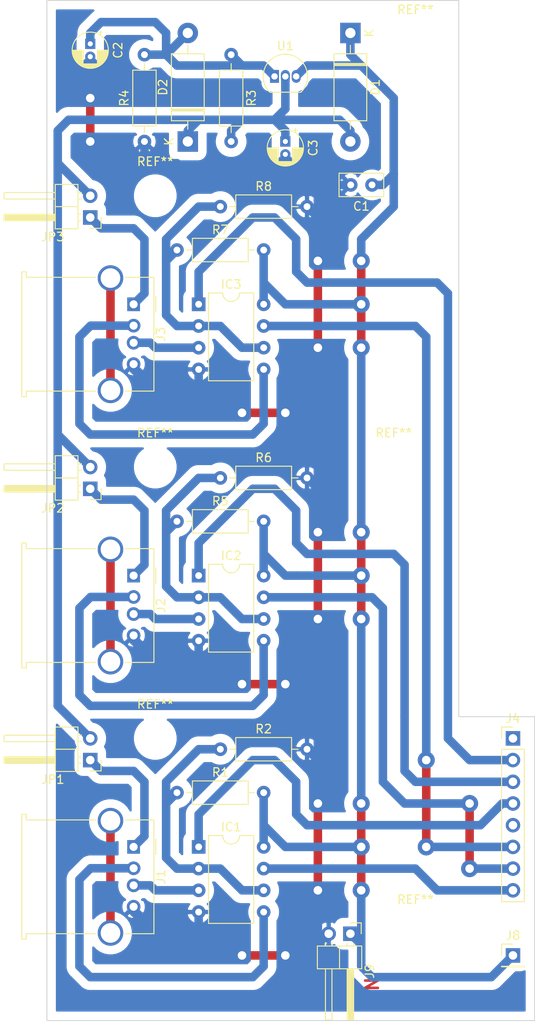
<source format=kicad_pcb>
(kicad_pcb (version 20171130) (host pcbnew "(5.1.6)-1")

  (general
    (thickness 1.6)
    (drawings 8)
    (tracks 302)
    (zones 0)
    (modules 32)
    (nets 28)
  )

  (page A4)
  (layers
    (0 F.Cu jumper)
    (31 B.Cu signal)
    (44 Edge.Cuts user)
    (45 Margin user)
    (46 B.CrtYd user)
    (47 F.CrtYd user)
  )

  (setup
    (last_trace_width 1)
    (user_trace_width 0.5)
    (trace_clearance 0.2)
    (zone_clearance 1)
    (zone_45_only no)
    (trace_min 0.2)
    (via_size 0.8)
    (via_drill 0.4)
    (via_min_size 0.4)
    (via_min_drill 0.3)
    (user_via 2 1)
    (uvia_size 0.3)
    (uvia_drill 0.1)
    (uvias_allowed no)
    (uvia_min_size 0.2)
    (uvia_min_drill 0.1)
    (edge_width 0.05)
    (segment_width 0.2)
    (pcb_text_width 0.3)
    (pcb_text_size 1.5 1.5)
    (mod_edge_width 0.12)
    (mod_text_size 1 1)
    (mod_text_width 0.15)
    (pad_size 1.524 1.524)
    (pad_drill 0.762)
    (pad_to_mask_clearance 0.05)
    (aux_axis_origin 64.77 154.94)
    (visible_elements 7FFFFFFF)
    (pcbplotparams
      (layerselection 0x01000_fffffffe)
      (usegerberextensions false)
      (usegerberattributes true)
      (usegerberadvancedattributes true)
      (creategerberjobfile true)
      (excludeedgelayer true)
      (linewidth 0.100000)
      (plotframeref false)
      (viasonmask false)
      (mode 1)
      (useauxorigin true)
      (hpglpennumber 1)
      (hpglpenspeed 20)
      (hpglpendiameter 15.000000)
      (psnegative false)
      (psa4output false)
      (plotreference true)
      (plotvalue true)
      (plotinvisibletext false)
      (padsonsilk false)
      (subtractmaskfromsilk false)
      (outputformat 1)
      (mirror false)
      (drillshape 0)
      (scaleselection 1)
      (outputdirectory "cam/"))
  )

  (net 0 "")
  (net 1 GND)
  (net 2 +5V)
  (net 3 /1V7)
  (net 4 /PIN_D21)
  (net 5 /PIN_D17)
  (net 6 /PIN_D20)
  (net 7 /PIN_D16)
  (net 8 /PIN_D19)
  (net 9 /PIN_D15)
  (net 10 "Net-(J1-Pad1)")
  (net 11 "Net-(J1-Pad5)")
  (net 12 "Net-(J2-Pad1)")
  (net 13 "Net-(J2-Pad5)")
  (net 14 "Net-(J3-Pad1)")
  (net 15 "Net-(J3-Pad5)")
  (net 16 /PIN_D18)
  (net 17 /PIN_D14)
  (net 18 /IN_Dat1)
  (net 19 /IN_Thres1)
  (net 20 /IN_Clk1)
  (net 21 /IN_Dat2)
  (net 22 /IN_Thres2)
  (net 23 /IN_Clk2)
  (net 24 /IN_Dat3)
  (net 25 /IN_Thres3)
  (net 26 /IN_Clk3)
  (net 27 /VADJ)

  (net_class Default "This is the default net class."
    (clearance 0.2)
    (trace_width 1)
    (via_dia 0.8)
    (via_drill 0.4)
    (uvia_dia 0.3)
    (uvia_drill 0.1)
    (add_net +5V)
    (add_net /1V7)
    (add_net /IN_Clk1)
    (add_net /IN_Clk2)
    (add_net /IN_Clk3)
    (add_net /IN_Dat1)
    (add_net /IN_Dat2)
    (add_net /IN_Dat3)
    (add_net /IN_Thres1)
    (add_net /IN_Thres2)
    (add_net /IN_Thres3)
    (add_net /PIN_D14)
    (add_net /PIN_D15)
    (add_net /PIN_D16)
    (add_net /PIN_D17)
    (add_net /PIN_D18)
    (add_net /PIN_D19)
    (add_net /PIN_D20)
    (add_net /PIN_D21)
    (add_net /VADJ)
    (add_net GND)
    (add_net "Net-(J1-Pad1)")
    (add_net "Net-(J1-Pad5)")
    (add_net "Net-(J2-Pad1)")
    (add_net "Net-(J2-Pad5)")
    (add_net "Net-(J3-Pad1)")
    (add_net "Net-(J3-Pad5)")
  )

  (module MountingHole:MountingHole_3mm (layer F.Cu) (tedit 56D1B4CB) (tstamp 5FE78C5E)
    (at 105.41 90.17)
    (descr "Mounting Hole 3mm, no annular")
    (tags "mounting hole 3mm no annular")
    (attr virtual)
    (fp_text reference REF** (at 0 -4) (layer F.SilkS)
      (effects (font (size 1 1) (thickness 0.15)))
    )
    (fp_text value MountingHole_3mm (at 0 4) (layer F.Fab)
      (effects (font (size 1 1) (thickness 0.15)))
    )
    (fp_circle (center 0 0) (end 3 0) (layer Cmts.User) (width 0.15))
    (fp_circle (center 0 0) (end 3.25 0) (layer F.CrtYd) (width 0.05))
    (fp_text user %R (at 0.3 0) (layer F.Fab)
      (effects (font (size 1 1) (thickness 0.15)))
    )
    (pad 1 np_thru_hole circle (at 0 0) (size 3 3) (drill 3) (layers *.Cu *.Mask))
  )

  (module MountingHole:MountingHole_3mm (layer F.Cu) (tedit 56D1B4CB) (tstamp 5EE7F6C2)
    (at 107.95 40.64)
    (descr "Mounting Hole 3mm, no annular")
    (tags "mounting hole 3mm no annular")
    (attr virtual)
    (fp_text reference REF** (at 0 -4) (layer F.SilkS)
      (effects (font (size 1 1) (thickness 0.15)))
    )
    (fp_text value MountingHole_3mm (at 0 4) (layer F.Fab)
      (effects (font (size 1 1) (thickness 0.15)))
    )
    (fp_circle (center 0 0) (end 3 0) (layer Cmts.User) (width 0.15))
    (fp_circle (center 0 0) (end 3.25 0) (layer F.CrtYd) (width 0.05))
    (fp_text user %R (at 0.3 0) (layer F.Fab)
      (effects (font (size 1 1) (thickness 0.15)))
    )
    (pad 1 np_thru_hole circle (at 0 0) (size 3 3) (drill 3) (layers *.Cu *.Mask))
  )

  (module MountingHole:MountingHole_3mm (layer F.Cu) (tedit 56D1B4CB) (tstamp 5EE7F1DB)
    (at 107.95 144.78)
    (descr "Mounting Hole 3mm, no annular")
    (tags "mounting hole 3mm no annular")
    (attr virtual)
    (fp_text reference REF** (at 0 -4) (layer F.SilkS)
      (effects (font (size 1 1) (thickness 0.15)))
    )
    (fp_text value MountingHole_3mm (at 0 4) (layer F.Fab)
      (effects (font (size 1 1) (thickness 0.15)))
    )
    (fp_circle (center 0 0) (end 3 0) (layer Cmts.User) (width 0.15))
    (fp_circle (center 0 0) (end 3.25 0) (layer F.CrtYd) (width 0.05))
    (fp_text user %R (at 0.3 0) (layer F.Fab)
      (effects (font (size 1 1) (thickness 0.15)))
    )
    (pad 1 np_thru_hole circle (at 0 0) (size 3 3) (drill 3) (layers *.Cu *.Mask))
  )

  (module MountingHole:MountingHole_3mm (layer F.Cu) (tedit 56D1B4CB) (tstamp 5EE7F1DB)
    (at 77.47 58.42)
    (descr "Mounting Hole 3mm, no annular")
    (tags "mounting hole 3mm no annular")
    (attr virtual)
    (fp_text reference REF** (at 0 -4) (layer F.SilkS)
      (effects (font (size 1 1) (thickness 0.15)))
    )
    (fp_text value MountingHole_3mm (at 0 4) (layer F.Fab)
      (effects (font (size 1 1) (thickness 0.15)))
    )
    (fp_circle (center 0 0) (end 3 0) (layer Cmts.User) (width 0.15))
    (fp_circle (center 0 0) (end 3.25 0) (layer F.CrtYd) (width 0.05))
    (fp_text user %R (at 0.3 0) (layer F.Fab)
      (effects (font (size 1 1) (thickness 0.15)))
    )
    (pad 1 np_thru_hole circle (at 0 0) (size 3 3) (drill 3) (layers *.Cu *.Mask))
  )

  (module MountingHole:MountingHole_3mm (layer F.Cu) (tedit 56D1B4CB) (tstamp 5EE7F1DB)
    (at 77.47 121.92)
    (descr "Mounting Hole 3mm, no annular")
    (tags "mounting hole 3mm no annular")
    (attr virtual)
    (fp_text reference REF** (at 0 -4) (layer F.SilkS)
      (effects (font (size 1 1) (thickness 0.15)))
    )
    (fp_text value MountingHole_3mm (at 0 4) (layer F.Fab)
      (effects (font (size 1 1) (thickness 0.15)))
    )
    (fp_circle (center 0 0) (end 3 0) (layer Cmts.User) (width 0.15))
    (fp_circle (center 0 0) (end 3.25 0) (layer F.CrtYd) (width 0.05))
    (fp_text user %R (at 0.3 0) (layer F.Fab)
      (effects (font (size 1 1) (thickness 0.15)))
    )
    (pad 1 np_thru_hole circle (at 0 0) (size 3 3) (drill 3) (layers *.Cu *.Mask))
  )

  (module MountingHole:MountingHole_3mm (layer F.Cu) (tedit 56D1B4CB) (tstamp 5EE7F1D7)
    (at 77.47 90.17)
    (descr "Mounting Hole 3mm, no annular")
    (tags "mounting hole 3mm no annular")
    (attr virtual)
    (fp_text reference REF** (at 0 -4) (layer F.SilkS)
      (effects (font (size 1 1) (thickness 0.15)))
    )
    (fp_text value MountingHole_3mm (at 0 4) (layer F.Fab)
      (effects (font (size 1 1) (thickness 0.15)))
    )
    (fp_circle (center 0 0) (end 3 0) (layer Cmts.User) (width 0.15))
    (fp_circle (center 0 0) (end 3.25 0) (layer F.CrtYd) (width 0.05))
    (fp_text user %R (at 0.3 0) (layer F.Fab)
      (effects (font (size 1 1) (thickness 0.15)))
    )
    (pad 1 np_thru_hole circle (at 0 0) (size 3 3) (drill 3) (layers *.Cu *.Mask))
  )

  (module Resistor_THT:R_Axial_DIN0207_L6.3mm_D2.5mm_P10.16mm_Horizontal (layer F.Cu) (tedit 5AE5139B) (tstamp 5EE7C5C2)
    (at 85.09 59.69)
    (descr "Resistor, Axial_DIN0207 series, Axial, Horizontal, pin pitch=10.16mm, 0.25W = 1/4W, length*diameter=6.3*2.5mm^2, http://cdn-reichelt.de/documents/datenblatt/B400/1_4W%23YAG.pdf")
    (tags "Resistor Axial_DIN0207 series Axial Horizontal pin pitch 10.16mm 0.25W = 1/4W length 6.3mm diameter 2.5mm")
    (path /5EF19097)
    (fp_text reference R8 (at 5.08 -2.37) (layer F.SilkS)
      (effects (font (size 1 1) (thickness 0.15)))
    )
    (fp_text value 3k6 (at 5.08 2.37) (layer F.Fab)
      (effects (font (size 1 1) (thickness 0.15)))
    )
    (fp_line (start 1.93 -1.25) (end 1.93 1.25) (layer F.Fab) (width 0.1))
    (fp_line (start 1.93 1.25) (end 8.23 1.25) (layer F.Fab) (width 0.1))
    (fp_line (start 8.23 1.25) (end 8.23 -1.25) (layer F.Fab) (width 0.1))
    (fp_line (start 8.23 -1.25) (end 1.93 -1.25) (layer F.Fab) (width 0.1))
    (fp_line (start 0 0) (end 1.93 0) (layer F.Fab) (width 0.1))
    (fp_line (start 10.16 0) (end 8.23 0) (layer F.Fab) (width 0.1))
    (fp_line (start 1.81 -1.37) (end 1.81 1.37) (layer F.SilkS) (width 0.12))
    (fp_line (start 1.81 1.37) (end 8.35 1.37) (layer F.SilkS) (width 0.12))
    (fp_line (start 8.35 1.37) (end 8.35 -1.37) (layer F.SilkS) (width 0.12))
    (fp_line (start 8.35 -1.37) (end 1.81 -1.37) (layer F.SilkS) (width 0.12))
    (fp_line (start 1.04 0) (end 1.81 0) (layer F.SilkS) (width 0.12))
    (fp_line (start 9.12 0) (end 8.35 0) (layer F.SilkS) (width 0.12))
    (fp_line (start -1.05 -1.5) (end -1.05 1.5) (layer F.CrtYd) (width 0.05))
    (fp_line (start -1.05 1.5) (end 11.21 1.5) (layer F.CrtYd) (width 0.05))
    (fp_line (start 11.21 1.5) (end 11.21 -1.5) (layer F.CrtYd) (width 0.05))
    (fp_line (start 11.21 -1.5) (end -1.05 -1.5) (layer F.CrtYd) (width 0.05))
    (fp_text user %R (at 5.08 0) (layer F.Fab)
      (effects (font (size 1 1) (thickness 0.15)))
    )
    (pad 2 thru_hole oval (at 10.16 0) (size 1.6 1.6) (drill 0.8) (layers *.Cu *.Mask)
      (net 1 GND))
    (pad 1 thru_hole circle (at 0 0) (size 1.6 1.6) (drill 0.8) (layers *.Cu *.Mask)
      (net 25 /IN_Thres3))
    (model ${KISYS3DMOD}/Resistor_THT.3dshapes/R_Axial_DIN0207_L6.3mm_D2.5mm_P10.16mm_Horizontal.wrl
      (at (xyz 0 0 0))
      (scale (xyz 1 1 1))
      (rotate (xyz 0 0 0))
    )
  )

  (module Resistor_THT:R_Axial_DIN0207_L6.3mm_D2.5mm_P10.16mm_Horizontal (layer F.Cu) (tedit 5AE5139B) (tstamp 5EE7C604)
    (at 80.01 64.77)
    (descr "Resistor, Axial_DIN0207 series, Axial, Horizontal, pin pitch=10.16mm, 0.25W = 1/4W, length*diameter=6.3*2.5mm^2, http://cdn-reichelt.de/documents/datenblatt/B400/1_4W%23YAG.pdf")
    (tags "Resistor Axial_DIN0207 series Axial Horizontal pin pitch 10.16mm 0.25W = 1/4W length 6.3mm diameter 2.5mm")
    (path /5EF1909D)
    (fp_text reference R7 (at 5.08 -2.37) (layer F.SilkS)
      (effects (font (size 1 1) (thickness 0.15)))
    )
    (fp_text value 22k (at 5.08 2.37) (layer F.Fab)
      (effects (font (size 1 1) (thickness 0.15)))
    )
    (fp_line (start 1.93 -1.25) (end 1.93 1.25) (layer F.Fab) (width 0.1))
    (fp_line (start 1.93 1.25) (end 8.23 1.25) (layer F.Fab) (width 0.1))
    (fp_line (start 8.23 1.25) (end 8.23 -1.25) (layer F.Fab) (width 0.1))
    (fp_line (start 8.23 -1.25) (end 1.93 -1.25) (layer F.Fab) (width 0.1))
    (fp_line (start 0 0) (end 1.93 0) (layer F.Fab) (width 0.1))
    (fp_line (start 10.16 0) (end 8.23 0) (layer F.Fab) (width 0.1))
    (fp_line (start 1.81 -1.37) (end 1.81 1.37) (layer F.SilkS) (width 0.12))
    (fp_line (start 1.81 1.37) (end 8.35 1.37) (layer F.SilkS) (width 0.12))
    (fp_line (start 8.35 1.37) (end 8.35 -1.37) (layer F.SilkS) (width 0.12))
    (fp_line (start 8.35 -1.37) (end 1.81 -1.37) (layer F.SilkS) (width 0.12))
    (fp_line (start 1.04 0) (end 1.81 0) (layer F.SilkS) (width 0.12))
    (fp_line (start 9.12 0) (end 8.35 0) (layer F.SilkS) (width 0.12))
    (fp_line (start -1.05 -1.5) (end -1.05 1.5) (layer F.CrtYd) (width 0.05))
    (fp_line (start -1.05 1.5) (end 11.21 1.5) (layer F.CrtYd) (width 0.05))
    (fp_line (start 11.21 1.5) (end 11.21 -1.5) (layer F.CrtYd) (width 0.05))
    (fp_line (start 11.21 -1.5) (end -1.05 -1.5) (layer F.CrtYd) (width 0.05))
    (fp_text user %R (at 5.08 0) (layer F.Fab)
      (effects (font (size 1 1) (thickness 0.15)))
    )
    (pad 2 thru_hole oval (at 10.16 0) (size 1.6 1.6) (drill 0.8) (layers *.Cu *.Mask)
      (net 2 +5V))
    (pad 1 thru_hole circle (at 0 0) (size 1.6 1.6) (drill 0.8) (layers *.Cu *.Mask)
      (net 25 /IN_Thres3))
    (model ${KISYS3DMOD}/Resistor_THT.3dshapes/R_Axial_DIN0207_L6.3mm_D2.5mm_P10.16mm_Horizontal.wrl
      (at (xyz 0 0 0))
      (scale (xyz 1 1 1))
      (rotate (xyz 0 0 0))
    )
  )

  (module Resistor_THT:R_Axial_DIN0207_L6.3mm_D2.5mm_P10.16mm_Horizontal (layer F.Cu) (tedit 5AE5139B) (tstamp 5EE7C646)
    (at 85.09 91.44)
    (descr "Resistor, Axial_DIN0207 series, Axial, Horizontal, pin pitch=10.16mm, 0.25W = 1/4W, length*diameter=6.3*2.5mm^2, http://cdn-reichelt.de/documents/datenblatt/B400/1_4W%23YAG.pdf")
    (tags "Resistor Axial_DIN0207 series Axial Horizontal pin pitch 10.16mm 0.25W = 1/4W length 6.3mm diameter 2.5mm")
    (path /5EF142CC)
    (fp_text reference R6 (at 5.08 -2.37) (layer F.SilkS)
      (effects (font (size 1 1) (thickness 0.15)))
    )
    (fp_text value 3k6 (at 5.08 2.37) (layer F.Fab)
      (effects (font (size 1 1) (thickness 0.15)))
    )
    (fp_line (start 1.93 -1.25) (end 1.93 1.25) (layer F.Fab) (width 0.1))
    (fp_line (start 1.93 1.25) (end 8.23 1.25) (layer F.Fab) (width 0.1))
    (fp_line (start 8.23 1.25) (end 8.23 -1.25) (layer F.Fab) (width 0.1))
    (fp_line (start 8.23 -1.25) (end 1.93 -1.25) (layer F.Fab) (width 0.1))
    (fp_line (start 0 0) (end 1.93 0) (layer F.Fab) (width 0.1))
    (fp_line (start 10.16 0) (end 8.23 0) (layer F.Fab) (width 0.1))
    (fp_line (start 1.81 -1.37) (end 1.81 1.37) (layer F.SilkS) (width 0.12))
    (fp_line (start 1.81 1.37) (end 8.35 1.37) (layer F.SilkS) (width 0.12))
    (fp_line (start 8.35 1.37) (end 8.35 -1.37) (layer F.SilkS) (width 0.12))
    (fp_line (start 8.35 -1.37) (end 1.81 -1.37) (layer F.SilkS) (width 0.12))
    (fp_line (start 1.04 0) (end 1.81 0) (layer F.SilkS) (width 0.12))
    (fp_line (start 9.12 0) (end 8.35 0) (layer F.SilkS) (width 0.12))
    (fp_line (start -1.05 -1.5) (end -1.05 1.5) (layer F.CrtYd) (width 0.05))
    (fp_line (start -1.05 1.5) (end 11.21 1.5) (layer F.CrtYd) (width 0.05))
    (fp_line (start 11.21 1.5) (end 11.21 -1.5) (layer F.CrtYd) (width 0.05))
    (fp_line (start 11.21 -1.5) (end -1.05 -1.5) (layer F.CrtYd) (width 0.05))
    (fp_text user %R (at 5.08 0) (layer F.Fab)
      (effects (font (size 1 1) (thickness 0.15)))
    )
    (pad 2 thru_hole oval (at 10.16 0) (size 1.6 1.6) (drill 0.8) (layers *.Cu *.Mask)
      (net 1 GND))
    (pad 1 thru_hole circle (at 0 0) (size 1.6 1.6) (drill 0.8) (layers *.Cu *.Mask)
      (net 22 /IN_Thres2))
    (model ${KISYS3DMOD}/Resistor_THT.3dshapes/R_Axial_DIN0207_L6.3mm_D2.5mm_P10.16mm_Horizontal.wrl
      (at (xyz 0 0 0))
      (scale (xyz 1 1 1))
      (rotate (xyz 0 0 0))
    )
  )

  (module Resistor_THT:R_Axial_DIN0207_L6.3mm_D2.5mm_P10.16mm_Horizontal (layer F.Cu) (tedit 5AE5139B) (tstamp 5EE7C688)
    (at 80.01 96.52)
    (descr "Resistor, Axial_DIN0207 series, Axial, Horizontal, pin pitch=10.16mm, 0.25W = 1/4W, length*diameter=6.3*2.5mm^2, http://cdn-reichelt.de/documents/datenblatt/B400/1_4W%23YAG.pdf")
    (tags "Resistor Axial_DIN0207 series Axial Horizontal pin pitch 10.16mm 0.25W = 1/4W length 6.3mm diameter 2.5mm")
    (path /5EF142D2)
    (fp_text reference R5 (at 5.08 -2.37) (layer F.SilkS)
      (effects (font (size 1 1) (thickness 0.15)))
    )
    (fp_text value 22k (at 5.08 2.37) (layer F.Fab)
      (effects (font (size 1 1) (thickness 0.15)))
    )
    (fp_line (start 1.93 -1.25) (end 1.93 1.25) (layer F.Fab) (width 0.1))
    (fp_line (start 1.93 1.25) (end 8.23 1.25) (layer F.Fab) (width 0.1))
    (fp_line (start 8.23 1.25) (end 8.23 -1.25) (layer F.Fab) (width 0.1))
    (fp_line (start 8.23 -1.25) (end 1.93 -1.25) (layer F.Fab) (width 0.1))
    (fp_line (start 0 0) (end 1.93 0) (layer F.Fab) (width 0.1))
    (fp_line (start 10.16 0) (end 8.23 0) (layer F.Fab) (width 0.1))
    (fp_line (start 1.81 -1.37) (end 1.81 1.37) (layer F.SilkS) (width 0.12))
    (fp_line (start 1.81 1.37) (end 8.35 1.37) (layer F.SilkS) (width 0.12))
    (fp_line (start 8.35 1.37) (end 8.35 -1.37) (layer F.SilkS) (width 0.12))
    (fp_line (start 8.35 -1.37) (end 1.81 -1.37) (layer F.SilkS) (width 0.12))
    (fp_line (start 1.04 0) (end 1.81 0) (layer F.SilkS) (width 0.12))
    (fp_line (start 9.12 0) (end 8.35 0) (layer F.SilkS) (width 0.12))
    (fp_line (start -1.05 -1.5) (end -1.05 1.5) (layer F.CrtYd) (width 0.05))
    (fp_line (start -1.05 1.5) (end 11.21 1.5) (layer F.CrtYd) (width 0.05))
    (fp_line (start 11.21 1.5) (end 11.21 -1.5) (layer F.CrtYd) (width 0.05))
    (fp_line (start 11.21 -1.5) (end -1.05 -1.5) (layer F.CrtYd) (width 0.05))
    (fp_text user %R (at 5.08 0) (layer F.Fab)
      (effects (font (size 1 1) (thickness 0.15)))
    )
    (pad 2 thru_hole oval (at 10.16 0) (size 1.6 1.6) (drill 0.8) (layers *.Cu *.Mask)
      (net 2 +5V))
    (pad 1 thru_hole circle (at 0 0) (size 1.6 1.6) (drill 0.8) (layers *.Cu *.Mask)
      (net 22 /IN_Thres2))
    (model ${KISYS3DMOD}/Resistor_THT.3dshapes/R_Axial_DIN0207_L6.3mm_D2.5mm_P10.16mm_Horizontal.wrl
      (at (xyz 0 0 0))
      (scale (xyz 1 1 1))
      (rotate (xyz 0 0 0))
    )
  )

  (module Package_DIP:DIP-8_W7.62mm (layer F.Cu) (tedit 5A02E8C5) (tstamp 5EE7CAF2)
    (at 82.55 71.12)
    (descr "8-lead though-hole mounted DIP package, row spacing 7.62 mm (300 mils)")
    (tags "THT DIP DIL PDIP 2.54mm 7.62mm 300mil")
    (path /5EFA8518)
    (fp_text reference IC3 (at 3.81 -2.33) (layer F.SilkS)
      (effects (font (size 1 1) (thickness 0.15)))
    )
    (fp_text value LM393 (at 3.81 9.95) (layer F.Fab)
      (effects (font (size 1 1) (thickness 0.15)))
    )
    (fp_line (start 8.7 -1.55) (end -1.1 -1.55) (layer F.CrtYd) (width 0.05))
    (fp_line (start 8.7 9.15) (end 8.7 -1.55) (layer F.CrtYd) (width 0.05))
    (fp_line (start -1.1 9.15) (end 8.7 9.15) (layer F.CrtYd) (width 0.05))
    (fp_line (start -1.1 -1.55) (end -1.1 9.15) (layer F.CrtYd) (width 0.05))
    (fp_line (start 6.46 -1.33) (end 4.81 -1.33) (layer F.SilkS) (width 0.12))
    (fp_line (start 6.46 8.95) (end 6.46 -1.33) (layer F.SilkS) (width 0.12))
    (fp_line (start 1.16 8.95) (end 6.46 8.95) (layer F.SilkS) (width 0.12))
    (fp_line (start 1.16 -1.33) (end 1.16 8.95) (layer F.SilkS) (width 0.12))
    (fp_line (start 2.81 -1.33) (end 1.16 -1.33) (layer F.SilkS) (width 0.12))
    (fp_line (start 0.635 -0.27) (end 1.635 -1.27) (layer F.Fab) (width 0.1))
    (fp_line (start 0.635 8.89) (end 0.635 -0.27) (layer F.Fab) (width 0.1))
    (fp_line (start 6.985 8.89) (end 0.635 8.89) (layer F.Fab) (width 0.1))
    (fp_line (start 6.985 -1.27) (end 6.985 8.89) (layer F.Fab) (width 0.1))
    (fp_line (start 1.635 -1.27) (end 6.985 -1.27) (layer F.Fab) (width 0.1))
    (fp_text user %R (at 3.81 3.81) (layer F.Fab)
      (effects (font (size 1 1) (thickness 0.15)))
    )
    (fp_arc (start 3.81 -1.33) (end 2.81 -1.33) (angle -180) (layer F.SilkS) (width 0.12))
    (pad 8 thru_hole oval (at 7.62 0) (size 1.6 1.6) (drill 0.8) (layers *.Cu *.Mask)
      (net 2 +5V))
    (pad 4 thru_hole oval (at 0 7.62) (size 1.6 1.6) (drill 0.8) (layers *.Cu *.Mask)
      (net 1 GND))
    (pad 7 thru_hole oval (at 7.62 2.54) (size 1.6 1.6) (drill 0.8) (layers *.Cu *.Mask)
      (net 8 /PIN_D19))
    (pad 3 thru_hole oval (at 0 5.08) (size 1.6 1.6) (drill 0.8) (layers *.Cu *.Mask)
      (net 24 /IN_Dat3))
    (pad 6 thru_hole oval (at 7.62 5.08) (size 1.6 1.6) (drill 0.8) (layers *.Cu *.Mask)
      (net 25 /IN_Thres3))
    (pad 2 thru_hole oval (at 0 2.54) (size 1.6 1.6) (drill 0.8) (layers *.Cu *.Mask)
      (net 25 /IN_Thres3))
    (pad 5 thru_hole oval (at 7.62 7.62) (size 1.6 1.6) (drill 0.8) (layers *.Cu *.Mask)
      (net 26 /IN_Clk3))
    (pad 1 thru_hole rect (at 0 0) (size 1.6 1.6) (drill 0.8) (layers *.Cu *.Mask)
      (net 9 /PIN_D15))
    (model ${KISYS3DMOD}/Package_DIP.3dshapes/DIP-8_W7.62mm.wrl
      (at (xyz 0 0 0))
      (scale (xyz 1 1 1))
      (rotate (xyz 0 0 0))
    )
  )

  (module Connector_USB:USB_A_Molex_67643_Horizontal (layer F.Cu) (tedit 5EA03975) (tstamp 5EE7CCC2)
    (at 74.93 71.12 270)
    (descr "USB type A, Horizontal, https://www.molex.com/pdm_docs/sd/676433910_sd.pdf")
    (tags "USB_A Female Connector receptacle")
    (path /5EFA8545)
    (fp_text reference J3 (at 3.5 -3.19 90) (layer F.SilkS)
      (effects (font (size 1 1) (thickness 0.15)))
    )
    (fp_text value USB_A (at 3.5 14.5 90) (layer F.Fab)
      (effects (font (size 1 1) (thickness 0.15)))
    )
    (fp_line (start 0 -1.27) (end 1 -2.27) (layer F.Fab) (width 0.1))
    (fp_line (start -1 -2.27) (end 0 -1.27) (layer F.Fab) (width 0.1))
    (fp_line (start -0.9 -2.6) (end 0.9 -2.6) (layer F.SilkS) (width 0.12))
    (fp_line (start -3.05 12.69) (end -3.7 12.69) (layer F.Fab) (width 0.1))
    (fp_line (start 10.81 12.58) (end 10.16 12.58) (layer F.SilkS) (width 0.12))
    (fp_line (start -3.81 12.58) (end -3.81 13.1) (layer F.SilkS) (width 0.12))
    (fp_line (start 10.16 4.47) (end 10.16 12.58) (layer F.SilkS) (width 0.12))
    (fp_line (start -3.81 13.1) (end 10.81 13.1) (layer F.SilkS) (width 0.12))
    (fp_line (start 10.81 13.1) (end 10.81 12.58) (layer F.SilkS) (width 0.12))
    (fp_line (start -3.05 12.69) (end -3.05 -2.27) (layer F.Fab) (width 0.1))
    (fp_line (start 10.16 -2.38) (end 10.16 0.95) (layer F.SilkS) (width 0.12))
    (fp_line (start -3.16 -2.38) (end -3.16 0.95) (layer F.SilkS) (width 0.12))
    (fp_line (start -3.16 -2.38) (end 10.16 -2.38) (layer F.SilkS) (width 0.12))
    (fp_line (start -3.55 12.19) (end -3.55 4.66) (layer F.CrtYd) (width 0.05))
    (fp_line (start -4.2 12.19) (end -3.55 12.19) (layer F.CrtYd) (width 0.05))
    (fp_line (start -4.2 13.49) (end -4.2 12.19) (layer F.CrtYd) (width 0.05))
    (fp_line (start 10.55 12.19) (end 10.55 4.66) (layer F.CrtYd) (width 0.05))
    (fp_line (start 11.2 12.19) (end 10.55 12.19) (layer F.CrtYd) (width 0.05))
    (fp_line (start 11.2 13.49) (end 11.2 12.19) (layer F.CrtYd) (width 0.05))
    (fp_line (start -4.2 13.49) (end 11.2 13.49) (layer F.CrtYd) (width 0.05))
    (fp_line (start -3.55 -2.77) (end -3.55 0.76) (layer F.CrtYd) (width 0.05))
    (fp_line (start 10.55 -2.77) (end 10.55 0.76) (layer F.CrtYd) (width 0.05))
    (fp_line (start -3.55 -2.77) (end 10.55 -2.77) (layer F.CrtYd) (width 0.05))
    (fp_line (start -3.05 9.27) (end 10.05 9.27) (layer F.Fab) (width 0.1))
    (fp_line (start 10.7 12.69) (end 10.05 12.69) (layer F.Fab) (width 0.1))
    (fp_line (start 10.7 12.99) (end 10.7 12.69) (layer F.Fab) (width 0.1))
    (fp_line (start -3.7 12.99) (end 10.7 12.99) (layer F.Fab) (width 0.1))
    (fp_line (start -3.7 12.69) (end -3.7 12.99) (layer F.Fab) (width 0.1))
    (fp_line (start -3.16 12.58) (end -3.81 12.58) (layer F.SilkS) (width 0.12))
    (fp_line (start -3.16 12.58) (end -3.16 4.47) (layer F.SilkS) (width 0.12))
    (fp_line (start 10.05 -2.27) (end 10.05 12.69) (layer F.Fab) (width 0.1))
    (fp_line (start -3.05 -2.27) (end 10.05 -2.27) (layer F.Fab) (width 0.1))
    (fp_arc (start 10.07 2.71) (end 10.55 4.66) (angle -152.3426981) (layer F.CrtYd) (width 0.05))
    (fp_arc (start -3.07 2.71) (end -3.55 0.76) (angle -152.3426981) (layer F.CrtYd) (width 0.05))
    (fp_text user %R (at 3.5 3.7 90) (layer F.Fab)
      (effects (font (size 1 1) (thickness 0.15)))
    )
    (pad 4 thru_hole circle (at 7 0 270) (size 1.6 1.6) (drill 0.95) (layers *.Cu *.Mask)
      (net 1 GND))
    (pad 3 thru_hole circle (at 4.5 0 270) (size 1.6 1.6) (drill 0.95) (layers *.Cu *.Mask)
      (net 24 /IN_Dat3))
    (pad 2 thru_hole circle (at 2.5 0 270) (size 1.6 1.6) (drill 0.95) (layers *.Cu *.Mask)
      (net 26 /IN_Clk3))
    (pad 1 thru_hole rect (at 0 0 270) (size 1.6 1.5) (drill 0.95) (layers *.Cu *.Mask)
      (net 14 "Net-(J3-Pad1)"))
    (pad 5 thru_hole circle (at 10.07 2.71 270) (size 3 3) (drill 2.3) (layers *.Cu *.Mask)
      (net 15 "Net-(J3-Pad5)"))
    (pad 5 thru_hole circle (at -3.07 2.71 270) (size 3 3) (drill 2.3) (layers *.Cu *.Mask)
      (net 15 "Net-(J3-Pad5)"))
    (model ${KISYS3DMOD}/Connector_USB.3dshapes/USB_A_Molex_67643_Horizontal.wrl
      (at (xyz 0 0 0))
      (scale (xyz 1 1 1))
      (rotate (xyz 0 0 0))
    )
  )

  (module Package_TO_SOT_THT:TO-92_Inline (layer F.Cu) (tedit 5A1DD157) (tstamp 5EE7CD2B)
    (at 91.44 44.45)
    (descr "TO-92 leads in-line, narrow, oval pads, drill 0.75mm (see NXP sot054_po.pdf)")
    (tags "to-92 sc-43 sc-43a sot54 PA33 transistor")
    (path /5EE73130)
    (fp_text reference U1 (at 1.27 -3.56) (layer F.SilkS)
      (effects (font (size 1 1) (thickness 0.15)))
    )
    (fp_text value LM317L_TO92 (at 1.27 2.79) (layer F.Fab)
      (effects (font (size 1 1) (thickness 0.15)))
    )
    (fp_line (start 4 2.01) (end -1.46 2.01) (layer F.CrtYd) (width 0.05))
    (fp_line (start 4 2.01) (end 4 -2.73) (layer F.CrtYd) (width 0.05))
    (fp_line (start -1.46 -2.73) (end -1.46 2.01) (layer F.CrtYd) (width 0.05))
    (fp_line (start -1.46 -2.73) (end 4 -2.73) (layer F.CrtYd) (width 0.05))
    (fp_line (start -0.5 1.75) (end 3 1.75) (layer F.Fab) (width 0.1))
    (fp_line (start -0.53 1.85) (end 3.07 1.85) (layer F.SilkS) (width 0.12))
    (fp_arc (start 1.27 0) (end 1.27 -2.6) (angle 135) (layer F.SilkS) (width 0.12))
    (fp_arc (start 1.27 0) (end 1.27 -2.48) (angle -135) (layer F.Fab) (width 0.1))
    (fp_arc (start 1.27 0) (end 1.27 -2.6) (angle -135) (layer F.SilkS) (width 0.12))
    (fp_arc (start 1.27 0) (end 1.27 -2.48) (angle 135) (layer F.Fab) (width 0.1))
    (fp_text user %R (at 1.27 -3.56) (layer F.Fab)
      (effects (font (size 1 1) (thickness 0.15)))
    )
    (pad 1 thru_hole rect (at 0 0) (size 1.05 1.5) (drill 0.75) (layers *.Cu *.Mask)
      (net 27 /VADJ))
    (pad 3 thru_hole oval (at 2.54 0) (size 1.05 1.5) (drill 0.75) (layers *.Cu *.Mask)
      (net 2 +5V))
    (pad 2 thru_hole oval (at 1.27 0) (size 1.05 1.5) (drill 0.75) (layers *.Cu *.Mask)
      (net 3 /1V7))
    (model ${KISYS3DMOD}/Package_TO_SOT_THT.3dshapes/TO-92_Inline.wrl
      (at (xyz 0 0 0))
      (scale (xyz 1 1 1))
      (rotate (xyz 0 0 0))
    )
  )

  (module Resistor_THT:R_Axial_DIN0207_L6.3mm_D2.5mm_P10.16mm_Horizontal (layer F.Cu) (tedit 5AE5139B) (tstamp 5EE7CA27)
    (at 76.2 52.07 90)
    (descr "Resistor, Axial_DIN0207 series, Axial, Horizontal, pin pitch=10.16mm, 0.25W = 1/4W, length*diameter=6.3*2.5mm^2, http://cdn-reichelt.de/documents/datenblatt/B400/1_4W%23YAG.pdf")
    (tags "Resistor Axial_DIN0207 series Axial Horizontal pin pitch 10.16mm 0.25W = 1/4W length 6.3mm diameter 2.5mm")
    (path /5EE84B71)
    (fp_text reference R4 (at 5.08 -2.37 90) (layer F.SilkS)
      (effects (font (size 1 1) (thickness 0.15)))
    )
    (fp_text value 360 (at 5.08 2.37 90) (layer F.Fab)
      (effects (font (size 1 1) (thickness 0.15)))
    )
    (fp_line (start 11.21 -1.5) (end -1.05 -1.5) (layer F.CrtYd) (width 0.05))
    (fp_line (start 11.21 1.5) (end 11.21 -1.5) (layer F.CrtYd) (width 0.05))
    (fp_line (start -1.05 1.5) (end 11.21 1.5) (layer F.CrtYd) (width 0.05))
    (fp_line (start -1.05 -1.5) (end -1.05 1.5) (layer F.CrtYd) (width 0.05))
    (fp_line (start 9.12 0) (end 8.35 0) (layer F.SilkS) (width 0.12))
    (fp_line (start 1.04 0) (end 1.81 0) (layer F.SilkS) (width 0.12))
    (fp_line (start 8.35 -1.37) (end 1.81 -1.37) (layer F.SilkS) (width 0.12))
    (fp_line (start 8.35 1.37) (end 8.35 -1.37) (layer F.SilkS) (width 0.12))
    (fp_line (start 1.81 1.37) (end 8.35 1.37) (layer F.SilkS) (width 0.12))
    (fp_line (start 1.81 -1.37) (end 1.81 1.37) (layer F.SilkS) (width 0.12))
    (fp_line (start 10.16 0) (end 8.23 0) (layer F.Fab) (width 0.1))
    (fp_line (start 0 0) (end 1.93 0) (layer F.Fab) (width 0.1))
    (fp_line (start 8.23 -1.25) (end 1.93 -1.25) (layer F.Fab) (width 0.1))
    (fp_line (start 8.23 1.25) (end 8.23 -1.25) (layer F.Fab) (width 0.1))
    (fp_line (start 1.93 1.25) (end 8.23 1.25) (layer F.Fab) (width 0.1))
    (fp_line (start 1.93 -1.25) (end 1.93 1.25) (layer F.Fab) (width 0.1))
    (fp_text user %R (at 5.08 0 90) (layer F.Fab)
      (effects (font (size 1 1) (thickness 0.15)))
    )
    (pad 2 thru_hole oval (at 10.16 0 90) (size 1.6 1.6) (drill 0.8) (layers *.Cu *.Mask)
      (net 27 /VADJ))
    (pad 1 thru_hole circle (at 0 0 90) (size 1.6 1.6) (drill 0.8) (layers *.Cu *.Mask)
      (net 1 GND))
    (model ${KISYS3DMOD}/Resistor_THT.3dshapes/R_Axial_DIN0207_L6.3mm_D2.5mm_P10.16mm_Horizontal.wrl
      (at (xyz 0 0 0))
      (scale (xyz 1 1 1))
      (rotate (xyz 0 0 0))
    )
  )

  (module Resistor_THT:R_Axial_DIN0207_L6.3mm_D2.5mm_P10.16mm_Horizontal (layer F.Cu) (tedit 5AE5139B) (tstamp 5EE7CAAB)
    (at 86.36 41.91 270)
    (descr "Resistor, Axial_DIN0207 series, Axial, Horizontal, pin pitch=10.16mm, 0.25W = 1/4W, length*diameter=6.3*2.5mm^2, http://cdn-reichelt.de/documents/datenblatt/B400/1_4W%23YAG.pdf")
    (tags "Resistor Axial_DIN0207 series Axial Horizontal pin pitch 10.16mm 0.25W = 1/4W length 6.3mm diameter 2.5mm")
    (path /5EE83EBC)
    (fp_text reference R3 (at 5.08 -2.37 90) (layer F.SilkS)
      (effects (font (size 1 1) (thickness 0.15)))
    )
    (fp_text value 1k (at 5.08 2.37 90) (layer F.Fab)
      (effects (font (size 1 1) (thickness 0.15)))
    )
    (fp_line (start 11.21 -1.5) (end -1.05 -1.5) (layer F.CrtYd) (width 0.05))
    (fp_line (start 11.21 1.5) (end 11.21 -1.5) (layer F.CrtYd) (width 0.05))
    (fp_line (start -1.05 1.5) (end 11.21 1.5) (layer F.CrtYd) (width 0.05))
    (fp_line (start -1.05 -1.5) (end -1.05 1.5) (layer F.CrtYd) (width 0.05))
    (fp_line (start 9.12 0) (end 8.35 0) (layer F.SilkS) (width 0.12))
    (fp_line (start 1.04 0) (end 1.81 0) (layer F.SilkS) (width 0.12))
    (fp_line (start 8.35 -1.37) (end 1.81 -1.37) (layer F.SilkS) (width 0.12))
    (fp_line (start 8.35 1.37) (end 8.35 -1.37) (layer F.SilkS) (width 0.12))
    (fp_line (start 1.81 1.37) (end 8.35 1.37) (layer F.SilkS) (width 0.12))
    (fp_line (start 1.81 -1.37) (end 1.81 1.37) (layer F.SilkS) (width 0.12))
    (fp_line (start 10.16 0) (end 8.23 0) (layer F.Fab) (width 0.1))
    (fp_line (start 0 0) (end 1.93 0) (layer F.Fab) (width 0.1))
    (fp_line (start 8.23 -1.25) (end 1.93 -1.25) (layer F.Fab) (width 0.1))
    (fp_line (start 8.23 1.25) (end 8.23 -1.25) (layer F.Fab) (width 0.1))
    (fp_line (start 1.93 1.25) (end 8.23 1.25) (layer F.Fab) (width 0.1))
    (fp_line (start 1.93 -1.25) (end 1.93 1.25) (layer F.Fab) (width 0.1))
    (fp_text user %R (at 5.08 0 90) (layer F.Fab)
      (effects (font (size 1 1) (thickness 0.15)))
    )
    (pad 2 thru_hole oval (at 10.16 0 270) (size 1.6 1.6) (drill 0.8) (layers *.Cu *.Mask)
      (net 3 /1V7))
    (pad 1 thru_hole circle (at 0 0 270) (size 1.6 1.6) (drill 0.8) (layers *.Cu *.Mask)
      (net 27 /VADJ))
    (model ${KISYS3DMOD}/Resistor_THT.3dshapes/R_Axial_DIN0207_L6.3mm_D2.5mm_P10.16mm_Horizontal.wrl
      (at (xyz 0 0 0))
      (scale (xyz 1 1 1))
      (rotate (xyz 0 0 0))
    )
  )

  (module Resistor_THT:R_Axial_DIN0207_L6.3mm_D2.5mm_P10.16mm_Horizontal (layer F.Cu) (tedit 5AE5139B) (tstamp 5EE7CA69)
    (at 85.09 123.19)
    (descr "Resistor, Axial_DIN0207 series, Axial, Horizontal, pin pitch=10.16mm, 0.25W = 1/4W, length*diameter=6.3*2.5mm^2, http://cdn-reichelt.de/documents/datenblatt/B400/1_4W%23YAG.pdf")
    (tags "Resistor Axial_DIN0207 series Axial Horizontal pin pitch 10.16mm 0.25W = 1/4W length 6.3mm diameter 2.5mm")
    (path /5ECD1F18)
    (fp_text reference R2 (at 5.08 -2.37) (layer F.SilkS)
      (effects (font (size 1 1) (thickness 0.15)))
    )
    (fp_text value 3k6 (at 5.08 2.37) (layer F.Fab)
      (effects (font (size 1 1) (thickness 0.15)))
    )
    (fp_line (start 11.21 -1.5) (end -1.05 -1.5) (layer F.CrtYd) (width 0.05))
    (fp_line (start 11.21 1.5) (end 11.21 -1.5) (layer F.CrtYd) (width 0.05))
    (fp_line (start -1.05 1.5) (end 11.21 1.5) (layer F.CrtYd) (width 0.05))
    (fp_line (start -1.05 -1.5) (end -1.05 1.5) (layer F.CrtYd) (width 0.05))
    (fp_line (start 9.12 0) (end 8.35 0) (layer F.SilkS) (width 0.12))
    (fp_line (start 1.04 0) (end 1.81 0) (layer F.SilkS) (width 0.12))
    (fp_line (start 8.35 -1.37) (end 1.81 -1.37) (layer F.SilkS) (width 0.12))
    (fp_line (start 8.35 1.37) (end 8.35 -1.37) (layer F.SilkS) (width 0.12))
    (fp_line (start 1.81 1.37) (end 8.35 1.37) (layer F.SilkS) (width 0.12))
    (fp_line (start 1.81 -1.37) (end 1.81 1.37) (layer F.SilkS) (width 0.12))
    (fp_line (start 10.16 0) (end 8.23 0) (layer F.Fab) (width 0.1))
    (fp_line (start 0 0) (end 1.93 0) (layer F.Fab) (width 0.1))
    (fp_line (start 8.23 -1.25) (end 1.93 -1.25) (layer F.Fab) (width 0.1))
    (fp_line (start 8.23 1.25) (end 8.23 -1.25) (layer F.Fab) (width 0.1))
    (fp_line (start 1.93 1.25) (end 8.23 1.25) (layer F.Fab) (width 0.1))
    (fp_line (start 1.93 -1.25) (end 1.93 1.25) (layer F.Fab) (width 0.1))
    (fp_text user %R (at 5.08 0) (layer F.Fab)
      (effects (font (size 1 1) (thickness 0.15)))
    )
    (pad 2 thru_hole oval (at 10.16 0) (size 1.6 1.6) (drill 0.8) (layers *.Cu *.Mask)
      (net 1 GND))
    (pad 1 thru_hole circle (at 0 0) (size 1.6 1.6) (drill 0.8) (layers *.Cu *.Mask)
      (net 19 /IN_Thres1))
    (model ${KISYS3DMOD}/Resistor_THT.3dshapes/R_Axial_DIN0207_L6.3mm_D2.5mm_P10.16mm_Horizontal.wrl
      (at (xyz 0 0 0))
      (scale (xyz 1 1 1))
      (rotate (xyz 0 0 0))
    )
  )

  (module Resistor_THT:R_Axial_DIN0207_L6.3mm_D2.5mm_P10.16mm_Horizontal (layer F.Cu) (tedit 5AE5139B) (tstamp 5EE7CC6A)
    (at 80.01 128.27)
    (descr "Resistor, Axial_DIN0207 series, Axial, Horizontal, pin pitch=10.16mm, 0.25W = 1/4W, length*diameter=6.3*2.5mm^2, http://cdn-reichelt.de/documents/datenblatt/B400/1_4W%23YAG.pdf")
    (tags "Resistor Axial_DIN0207 series Axial Horizontal pin pitch 10.16mm 0.25W = 1/4W length 6.3mm diameter 2.5mm")
    (path /5ECD1F12)
    (fp_text reference R1 (at 5.08 -2.37) (layer F.SilkS)
      (effects (font (size 1 1) (thickness 0.15)))
    )
    (fp_text value 22k (at 5.08 2.37) (layer F.Fab)
      (effects (font (size 1 1) (thickness 0.15)))
    )
    (fp_line (start 11.21 -1.5) (end -1.05 -1.5) (layer F.CrtYd) (width 0.05))
    (fp_line (start 11.21 1.5) (end 11.21 -1.5) (layer F.CrtYd) (width 0.05))
    (fp_line (start -1.05 1.5) (end 11.21 1.5) (layer F.CrtYd) (width 0.05))
    (fp_line (start -1.05 -1.5) (end -1.05 1.5) (layer F.CrtYd) (width 0.05))
    (fp_line (start 9.12 0) (end 8.35 0) (layer F.SilkS) (width 0.12))
    (fp_line (start 1.04 0) (end 1.81 0) (layer F.SilkS) (width 0.12))
    (fp_line (start 8.35 -1.37) (end 1.81 -1.37) (layer F.SilkS) (width 0.12))
    (fp_line (start 8.35 1.37) (end 8.35 -1.37) (layer F.SilkS) (width 0.12))
    (fp_line (start 1.81 1.37) (end 8.35 1.37) (layer F.SilkS) (width 0.12))
    (fp_line (start 1.81 -1.37) (end 1.81 1.37) (layer F.SilkS) (width 0.12))
    (fp_line (start 10.16 0) (end 8.23 0) (layer F.Fab) (width 0.1))
    (fp_line (start 0 0) (end 1.93 0) (layer F.Fab) (width 0.1))
    (fp_line (start 8.23 -1.25) (end 1.93 -1.25) (layer F.Fab) (width 0.1))
    (fp_line (start 8.23 1.25) (end 8.23 -1.25) (layer F.Fab) (width 0.1))
    (fp_line (start 1.93 1.25) (end 8.23 1.25) (layer F.Fab) (width 0.1))
    (fp_line (start 1.93 -1.25) (end 1.93 1.25) (layer F.Fab) (width 0.1))
    (fp_text user %R (at 5.08 0) (layer F.Fab)
      (effects (font (size 1 1) (thickness 0.15)))
    )
    (pad 2 thru_hole oval (at 10.16 0) (size 1.6 1.6) (drill 0.8) (layers *.Cu *.Mask)
      (net 2 +5V))
    (pad 1 thru_hole circle (at 0 0) (size 1.6 1.6) (drill 0.8) (layers *.Cu *.Mask)
      (net 19 /IN_Thres1))
    (model ${KISYS3DMOD}/Resistor_THT.3dshapes/R_Axial_DIN0207_L6.3mm_D2.5mm_P10.16mm_Horizontal.wrl
      (at (xyz 0 0 0))
      (scale (xyz 1 1 1))
      (rotate (xyz 0 0 0))
    )
  )

  (module Connector_PinHeader_2.54mm:PinHeader_1x02_P2.54mm_Horizontal (layer F.Cu) (tedit 59FED5CB) (tstamp 5EE7CBF0)
    (at 69.85 60.96 180)
    (descr "Through hole angled pin header, 1x02, 2.54mm pitch, 6mm pin length, single row")
    (tags "Through hole angled pin header THT 1x02 2.54mm single row")
    (path /5EFA8573)
    (fp_text reference JP3 (at 4.385 -2.27) (layer F.SilkS)
      (effects (font (size 1 1) (thickness 0.15)))
    )
    (fp_text value Jumper (at 4.385 4.81) (layer F.Fab)
      (effects (font (size 1 1) (thickness 0.15)))
    )
    (fp_line (start 10.55 -1.8) (end -1.8 -1.8) (layer F.CrtYd) (width 0.05))
    (fp_line (start 10.55 4.35) (end 10.55 -1.8) (layer F.CrtYd) (width 0.05))
    (fp_line (start -1.8 4.35) (end 10.55 4.35) (layer F.CrtYd) (width 0.05))
    (fp_line (start -1.8 -1.8) (end -1.8 4.35) (layer F.CrtYd) (width 0.05))
    (fp_line (start -1.27 -1.27) (end 0 -1.27) (layer F.SilkS) (width 0.12))
    (fp_line (start -1.27 0) (end -1.27 -1.27) (layer F.SilkS) (width 0.12))
    (fp_line (start 1.042929 2.92) (end 1.44 2.92) (layer F.SilkS) (width 0.12))
    (fp_line (start 1.042929 2.16) (end 1.44 2.16) (layer F.SilkS) (width 0.12))
    (fp_line (start 10.1 2.92) (end 4.1 2.92) (layer F.SilkS) (width 0.12))
    (fp_line (start 10.1 2.16) (end 10.1 2.92) (layer F.SilkS) (width 0.12))
    (fp_line (start 4.1 2.16) (end 10.1 2.16) (layer F.SilkS) (width 0.12))
    (fp_line (start 1.44 1.27) (end 4.1 1.27) (layer F.SilkS) (width 0.12))
    (fp_line (start 1.11 0.38) (end 1.44 0.38) (layer F.SilkS) (width 0.12))
    (fp_line (start 1.11 -0.38) (end 1.44 -0.38) (layer F.SilkS) (width 0.12))
    (fp_line (start 4.1 0.28) (end 10.1 0.28) (layer F.SilkS) (width 0.12))
    (fp_line (start 4.1 0.16) (end 10.1 0.16) (layer F.SilkS) (width 0.12))
    (fp_line (start 4.1 0.04) (end 10.1 0.04) (layer F.SilkS) (width 0.12))
    (fp_line (start 4.1 -0.08) (end 10.1 -0.08) (layer F.SilkS) (width 0.12))
    (fp_line (start 4.1 -0.2) (end 10.1 -0.2) (layer F.SilkS) (width 0.12))
    (fp_line (start 4.1 -0.32) (end 10.1 -0.32) (layer F.SilkS) (width 0.12))
    (fp_line (start 10.1 0.38) (end 4.1 0.38) (layer F.SilkS) (width 0.12))
    (fp_line (start 10.1 -0.38) (end 10.1 0.38) (layer F.SilkS) (width 0.12))
    (fp_line (start 4.1 -0.38) (end 10.1 -0.38) (layer F.SilkS) (width 0.12))
    (fp_line (start 4.1 -1.33) (end 1.44 -1.33) (layer F.SilkS) (width 0.12))
    (fp_line (start 4.1 3.87) (end 4.1 -1.33) (layer F.SilkS) (width 0.12))
    (fp_line (start 1.44 3.87) (end 4.1 3.87) (layer F.SilkS) (width 0.12))
    (fp_line (start 1.44 -1.33) (end 1.44 3.87) (layer F.SilkS) (width 0.12))
    (fp_line (start 4.04 2.86) (end 10.04 2.86) (layer F.Fab) (width 0.1))
    (fp_line (start 10.04 2.22) (end 10.04 2.86) (layer F.Fab) (width 0.1))
    (fp_line (start 4.04 2.22) (end 10.04 2.22) (layer F.Fab) (width 0.1))
    (fp_line (start -0.32 2.86) (end 1.5 2.86) (layer F.Fab) (width 0.1))
    (fp_line (start -0.32 2.22) (end -0.32 2.86) (layer F.Fab) (width 0.1))
    (fp_line (start -0.32 2.22) (end 1.5 2.22) (layer F.Fab) (width 0.1))
    (fp_line (start 4.04 0.32) (end 10.04 0.32) (layer F.Fab) (width 0.1))
    (fp_line (start 10.04 -0.32) (end 10.04 0.32) (layer F.Fab) (width 0.1))
    (fp_line (start 4.04 -0.32) (end 10.04 -0.32) (layer F.Fab) (width 0.1))
    (fp_line (start -0.32 0.32) (end 1.5 0.32) (layer F.Fab) (width 0.1))
    (fp_line (start -0.32 -0.32) (end -0.32 0.32) (layer F.Fab) (width 0.1))
    (fp_line (start -0.32 -0.32) (end 1.5 -0.32) (layer F.Fab) (width 0.1))
    (fp_line (start 1.5 -0.635) (end 2.135 -1.27) (layer F.Fab) (width 0.1))
    (fp_line (start 1.5 3.81) (end 1.5 -0.635) (layer F.Fab) (width 0.1))
    (fp_line (start 4.04 3.81) (end 1.5 3.81) (layer F.Fab) (width 0.1))
    (fp_line (start 4.04 -1.27) (end 4.04 3.81) (layer F.Fab) (width 0.1))
    (fp_line (start 2.135 -1.27) (end 4.04 -1.27) (layer F.Fab) (width 0.1))
    (fp_text user %R (at 2.77 1.27 90) (layer F.Fab)
      (effects (font (size 1 1) (thickness 0.15)))
    )
    (pad 2 thru_hole oval (at 0 2.54 180) (size 1.7 1.7) (drill 1) (layers *.Cu *.Mask)
      (net 3 /1V7))
    (pad 1 thru_hole rect (at 0 0 180) (size 1.7 1.7) (drill 1) (layers *.Cu *.Mask)
      (net 14 "Net-(J3-Pad1)"))
    (model ${KISYS3DMOD}/Connector_PinHeader_2.54mm.3dshapes/PinHeader_1x02_P2.54mm_Horizontal.wrl
      (at (xyz 0 0 0))
      (scale (xyz 1 1 1))
      (rotate (xyz 0 0 0))
    )
  )

  (module Connector_PinHeader_2.54mm:PinHeader_1x02_P2.54mm_Horizontal (layer F.Cu) (tedit 59FED5CB) (tstamp 5EE7CB5A)
    (at 69.85 92.71 180)
    (descr "Through hole angled pin header, 1x02, 2.54mm pitch, 6mm pin length, single row")
    (tags "Through hole angled pin header THT 1x02 2.54mm single row")
    (path /5EF97C22)
    (fp_text reference JP2 (at 4.385 -2.27) (layer F.SilkS)
      (effects (font (size 1 1) (thickness 0.15)))
    )
    (fp_text value Jumper (at 4.385 4.81) (layer F.Fab)
      (effects (font (size 1 1) (thickness 0.15)))
    )
    (fp_line (start 10.55 -1.8) (end -1.8 -1.8) (layer F.CrtYd) (width 0.05))
    (fp_line (start 10.55 4.35) (end 10.55 -1.8) (layer F.CrtYd) (width 0.05))
    (fp_line (start -1.8 4.35) (end 10.55 4.35) (layer F.CrtYd) (width 0.05))
    (fp_line (start -1.8 -1.8) (end -1.8 4.35) (layer F.CrtYd) (width 0.05))
    (fp_line (start -1.27 -1.27) (end 0 -1.27) (layer F.SilkS) (width 0.12))
    (fp_line (start -1.27 0) (end -1.27 -1.27) (layer F.SilkS) (width 0.12))
    (fp_line (start 1.042929 2.92) (end 1.44 2.92) (layer F.SilkS) (width 0.12))
    (fp_line (start 1.042929 2.16) (end 1.44 2.16) (layer F.SilkS) (width 0.12))
    (fp_line (start 10.1 2.92) (end 4.1 2.92) (layer F.SilkS) (width 0.12))
    (fp_line (start 10.1 2.16) (end 10.1 2.92) (layer F.SilkS) (width 0.12))
    (fp_line (start 4.1 2.16) (end 10.1 2.16) (layer F.SilkS) (width 0.12))
    (fp_line (start 1.44 1.27) (end 4.1 1.27) (layer F.SilkS) (width 0.12))
    (fp_line (start 1.11 0.38) (end 1.44 0.38) (layer F.SilkS) (width 0.12))
    (fp_line (start 1.11 -0.38) (end 1.44 -0.38) (layer F.SilkS) (width 0.12))
    (fp_line (start 4.1 0.28) (end 10.1 0.28) (layer F.SilkS) (width 0.12))
    (fp_line (start 4.1 0.16) (end 10.1 0.16) (layer F.SilkS) (width 0.12))
    (fp_line (start 4.1 0.04) (end 10.1 0.04) (layer F.SilkS) (width 0.12))
    (fp_line (start 4.1 -0.08) (end 10.1 -0.08) (layer F.SilkS) (width 0.12))
    (fp_line (start 4.1 -0.2) (end 10.1 -0.2) (layer F.SilkS) (width 0.12))
    (fp_line (start 4.1 -0.32) (end 10.1 -0.32) (layer F.SilkS) (width 0.12))
    (fp_line (start 10.1 0.38) (end 4.1 0.38) (layer F.SilkS) (width 0.12))
    (fp_line (start 10.1 -0.38) (end 10.1 0.38) (layer F.SilkS) (width 0.12))
    (fp_line (start 4.1 -0.38) (end 10.1 -0.38) (layer F.SilkS) (width 0.12))
    (fp_line (start 4.1 -1.33) (end 1.44 -1.33) (layer F.SilkS) (width 0.12))
    (fp_line (start 4.1 3.87) (end 4.1 -1.33) (layer F.SilkS) (width 0.12))
    (fp_line (start 1.44 3.87) (end 4.1 3.87) (layer F.SilkS) (width 0.12))
    (fp_line (start 1.44 -1.33) (end 1.44 3.87) (layer F.SilkS) (width 0.12))
    (fp_line (start 4.04 2.86) (end 10.04 2.86) (layer F.Fab) (width 0.1))
    (fp_line (start 10.04 2.22) (end 10.04 2.86) (layer F.Fab) (width 0.1))
    (fp_line (start 4.04 2.22) (end 10.04 2.22) (layer F.Fab) (width 0.1))
    (fp_line (start -0.32 2.86) (end 1.5 2.86) (layer F.Fab) (width 0.1))
    (fp_line (start -0.32 2.22) (end -0.32 2.86) (layer F.Fab) (width 0.1))
    (fp_line (start -0.32 2.22) (end 1.5 2.22) (layer F.Fab) (width 0.1))
    (fp_line (start 4.04 0.32) (end 10.04 0.32) (layer F.Fab) (width 0.1))
    (fp_line (start 10.04 -0.32) (end 10.04 0.32) (layer F.Fab) (width 0.1))
    (fp_line (start 4.04 -0.32) (end 10.04 -0.32) (layer F.Fab) (width 0.1))
    (fp_line (start -0.32 0.32) (end 1.5 0.32) (layer F.Fab) (width 0.1))
    (fp_line (start -0.32 -0.32) (end -0.32 0.32) (layer F.Fab) (width 0.1))
    (fp_line (start -0.32 -0.32) (end 1.5 -0.32) (layer F.Fab) (width 0.1))
    (fp_line (start 1.5 -0.635) (end 2.135 -1.27) (layer F.Fab) (width 0.1))
    (fp_line (start 1.5 3.81) (end 1.5 -0.635) (layer F.Fab) (width 0.1))
    (fp_line (start 4.04 3.81) (end 1.5 3.81) (layer F.Fab) (width 0.1))
    (fp_line (start 4.04 -1.27) (end 4.04 3.81) (layer F.Fab) (width 0.1))
    (fp_line (start 2.135 -1.27) (end 4.04 -1.27) (layer F.Fab) (width 0.1))
    (fp_text user %R (at 2.77 1.27 90) (layer F.Fab)
      (effects (font (size 1 1) (thickness 0.15)))
    )
    (pad 2 thru_hole oval (at 0 2.54 180) (size 1.7 1.7) (drill 1) (layers *.Cu *.Mask)
      (net 3 /1V7))
    (pad 1 thru_hole rect (at 0 0 180) (size 1.7 1.7) (drill 1) (layers *.Cu *.Mask)
      (net 12 "Net-(J2-Pad1)"))
    (model ${KISYS3DMOD}/Connector_PinHeader_2.54mm.3dshapes/PinHeader_1x02_P2.54mm_Horizontal.wrl
      (at (xyz 0 0 0))
      (scale (xyz 1 1 1))
      (rotate (xyz 0 0 0))
    )
  )

  (module Connector_PinHeader_2.54mm:PinHeader_1x02_P2.54mm_Horizontal (layer F.Cu) (tedit 59FED5CB) (tstamp 5EE7C9AD)
    (at 69.85 124.46 180)
    (descr "Through hole angled pin header, 1x02, 2.54mm pitch, 6mm pin length, single row")
    (tags "Through hole angled pin header THT 1x02 2.54mm single row")
    (path /5EEA84CF)
    (fp_text reference JP1 (at 4.385 -2.27) (layer F.SilkS)
      (effects (font (size 1 1) (thickness 0.15)))
    )
    (fp_text value Jumper (at 4.385 4.81) (layer F.Fab)
      (effects (font (size 1 1) (thickness 0.15)))
    )
    (fp_line (start 10.55 -1.8) (end -1.8 -1.8) (layer F.CrtYd) (width 0.05))
    (fp_line (start 10.55 4.35) (end 10.55 -1.8) (layer F.CrtYd) (width 0.05))
    (fp_line (start -1.8 4.35) (end 10.55 4.35) (layer F.CrtYd) (width 0.05))
    (fp_line (start -1.8 -1.8) (end -1.8 4.35) (layer F.CrtYd) (width 0.05))
    (fp_line (start -1.27 -1.27) (end 0 -1.27) (layer F.SilkS) (width 0.12))
    (fp_line (start -1.27 0) (end -1.27 -1.27) (layer F.SilkS) (width 0.12))
    (fp_line (start 1.042929 2.92) (end 1.44 2.92) (layer F.SilkS) (width 0.12))
    (fp_line (start 1.042929 2.16) (end 1.44 2.16) (layer F.SilkS) (width 0.12))
    (fp_line (start 10.1 2.92) (end 4.1 2.92) (layer F.SilkS) (width 0.12))
    (fp_line (start 10.1 2.16) (end 10.1 2.92) (layer F.SilkS) (width 0.12))
    (fp_line (start 4.1 2.16) (end 10.1 2.16) (layer F.SilkS) (width 0.12))
    (fp_line (start 1.44 1.27) (end 4.1 1.27) (layer F.SilkS) (width 0.12))
    (fp_line (start 1.11 0.38) (end 1.44 0.38) (layer F.SilkS) (width 0.12))
    (fp_line (start 1.11 -0.38) (end 1.44 -0.38) (layer F.SilkS) (width 0.12))
    (fp_line (start 4.1 0.28) (end 10.1 0.28) (layer F.SilkS) (width 0.12))
    (fp_line (start 4.1 0.16) (end 10.1 0.16) (layer F.SilkS) (width 0.12))
    (fp_line (start 4.1 0.04) (end 10.1 0.04) (layer F.SilkS) (width 0.12))
    (fp_line (start 4.1 -0.08) (end 10.1 -0.08) (layer F.SilkS) (width 0.12))
    (fp_line (start 4.1 -0.2) (end 10.1 -0.2) (layer F.SilkS) (width 0.12))
    (fp_line (start 4.1 -0.32) (end 10.1 -0.32) (layer F.SilkS) (width 0.12))
    (fp_line (start 10.1 0.38) (end 4.1 0.38) (layer F.SilkS) (width 0.12))
    (fp_line (start 10.1 -0.38) (end 10.1 0.38) (layer F.SilkS) (width 0.12))
    (fp_line (start 4.1 -0.38) (end 10.1 -0.38) (layer F.SilkS) (width 0.12))
    (fp_line (start 4.1 -1.33) (end 1.44 -1.33) (layer F.SilkS) (width 0.12))
    (fp_line (start 4.1 3.87) (end 4.1 -1.33) (layer F.SilkS) (width 0.12))
    (fp_line (start 1.44 3.87) (end 4.1 3.87) (layer F.SilkS) (width 0.12))
    (fp_line (start 1.44 -1.33) (end 1.44 3.87) (layer F.SilkS) (width 0.12))
    (fp_line (start 4.04 2.86) (end 10.04 2.86) (layer F.Fab) (width 0.1))
    (fp_line (start 10.04 2.22) (end 10.04 2.86) (layer F.Fab) (width 0.1))
    (fp_line (start 4.04 2.22) (end 10.04 2.22) (layer F.Fab) (width 0.1))
    (fp_line (start -0.32 2.86) (end 1.5 2.86) (layer F.Fab) (width 0.1))
    (fp_line (start -0.32 2.22) (end -0.32 2.86) (layer F.Fab) (width 0.1))
    (fp_line (start -0.32 2.22) (end 1.5 2.22) (layer F.Fab) (width 0.1))
    (fp_line (start 4.04 0.32) (end 10.04 0.32) (layer F.Fab) (width 0.1))
    (fp_line (start 10.04 -0.32) (end 10.04 0.32) (layer F.Fab) (width 0.1))
    (fp_line (start 4.04 -0.32) (end 10.04 -0.32) (layer F.Fab) (width 0.1))
    (fp_line (start -0.32 0.32) (end 1.5 0.32) (layer F.Fab) (width 0.1))
    (fp_line (start -0.32 -0.32) (end -0.32 0.32) (layer F.Fab) (width 0.1))
    (fp_line (start -0.32 -0.32) (end 1.5 -0.32) (layer F.Fab) (width 0.1))
    (fp_line (start 1.5 -0.635) (end 2.135 -1.27) (layer F.Fab) (width 0.1))
    (fp_line (start 1.5 3.81) (end 1.5 -0.635) (layer F.Fab) (width 0.1))
    (fp_line (start 4.04 3.81) (end 1.5 3.81) (layer F.Fab) (width 0.1))
    (fp_line (start 4.04 -1.27) (end 4.04 3.81) (layer F.Fab) (width 0.1))
    (fp_line (start 2.135 -1.27) (end 4.04 -1.27) (layer F.Fab) (width 0.1))
    (fp_text user %R (at 2.77 1.27 90) (layer F.Fab)
      (effects (font (size 1 1) (thickness 0.15)))
    )
    (pad 2 thru_hole oval (at 0 2.54 180) (size 1.7 1.7) (drill 1) (layers *.Cu *.Mask)
      (net 3 /1V7))
    (pad 1 thru_hole rect (at 0 0 180) (size 1.7 1.7) (drill 1) (layers *.Cu *.Mask)
      (net 10 "Net-(J1-Pad1)"))
    (model ${KISYS3DMOD}/Connector_PinHeader_2.54mm.3dshapes/PinHeader_1x02_P2.54mm_Horizontal.wrl
      (at (xyz 0 0 0))
      (scale (xyz 1 1 1))
      (rotate (xyz 0 0 0))
    )
  )

  (module Connector_PinHeader_2.54mm:PinHeader_1x01_P2.54mm_Vertical (layer F.Cu) (tedit 59FED5CC) (tstamp 5EE6B173)
    (at 119.38 147.32)
    (descr "Through hole straight pin header, 1x01, 2.54mm pitch, single row")
    (tags "Through hole pin header THT 1x01 2.54mm single row")
    (path /5EE2039D)
    (fp_text reference J8 (at 0 -2.33) (layer F.SilkS)
      (effects (font (size 1 1) (thickness 0.15)))
    )
    (fp_text value Conn_01x01_Male (at 0 2.33) (layer F.Fab)
      (effects (font (size 1 1) (thickness 0.15)))
    )
    (fp_line (start 1.8 -1.8) (end -1.8 -1.8) (layer F.CrtYd) (width 0.05))
    (fp_line (start 1.8 1.8) (end 1.8 -1.8) (layer F.CrtYd) (width 0.05))
    (fp_line (start -1.8 1.8) (end 1.8 1.8) (layer F.CrtYd) (width 0.05))
    (fp_line (start -1.8 -1.8) (end -1.8 1.8) (layer F.CrtYd) (width 0.05))
    (fp_line (start -1.33 -1.33) (end 0 -1.33) (layer F.SilkS) (width 0.12))
    (fp_line (start -1.33 0) (end -1.33 -1.33) (layer F.SilkS) (width 0.12))
    (fp_line (start -1.33 1.27) (end 1.33 1.27) (layer F.SilkS) (width 0.12))
    (fp_line (start 1.33 1.27) (end 1.33 1.33) (layer F.SilkS) (width 0.12))
    (fp_line (start -1.33 1.27) (end -1.33 1.33) (layer F.SilkS) (width 0.12))
    (fp_line (start -1.33 1.33) (end 1.33 1.33) (layer F.SilkS) (width 0.12))
    (fp_line (start -1.27 -0.635) (end -0.635 -1.27) (layer F.Fab) (width 0.1))
    (fp_line (start -1.27 1.27) (end -1.27 -0.635) (layer F.Fab) (width 0.1))
    (fp_line (start 1.27 1.27) (end -1.27 1.27) (layer F.Fab) (width 0.1))
    (fp_line (start 1.27 -1.27) (end 1.27 1.27) (layer F.Fab) (width 0.1))
    (fp_line (start -0.635 -1.27) (end 1.27 -1.27) (layer F.Fab) (width 0.1))
    (fp_text user %R (at 0 0 90) (layer F.Fab)
      (effects (font (size 1 1) (thickness 0.15)))
    )
    (pad 1 thru_hole rect (at 0 0) (size 1.7 1.7) (drill 1) (layers *.Cu *.Mask)
      (net 2 +5V))
    (model ${KISYS3DMOD}/Connector_PinHeader_2.54mm.3dshapes/PinHeader_1x01_P2.54mm_Vertical.wrl
      (at (xyz 0 0 0))
      (scale (xyz 1 1 1))
      (rotate (xyz 0 0 0))
    )
  )

  (module Connector_PinHeader_2.54mm:PinHeader_1x08_P2.54mm_Vertical (layer F.Cu) (tedit 59FED5CC) (tstamp 5EE6B0DC)
    (at 119.38 121.92)
    (descr "Through hole straight pin header, 1x08, 2.54mm pitch, single row")
    (tags "Through hole pin header THT 1x08 2.54mm single row")
    (path /5EDF05BA)
    (fp_text reference J4 (at 0 -2.33) (layer F.SilkS)
      (effects (font (size 1 1) (thickness 0.15)))
    )
    (fp_text value Conn_01x08_Male (at 0 20.11) (layer F.Fab)
      (effects (font (size 1 1) (thickness 0.15)))
    )
    (fp_line (start 1.8 -1.8) (end -1.8 -1.8) (layer F.CrtYd) (width 0.05))
    (fp_line (start 1.8 19.55) (end 1.8 -1.8) (layer F.CrtYd) (width 0.05))
    (fp_line (start -1.8 19.55) (end 1.8 19.55) (layer F.CrtYd) (width 0.05))
    (fp_line (start -1.8 -1.8) (end -1.8 19.55) (layer F.CrtYd) (width 0.05))
    (fp_line (start -1.33 -1.33) (end 0 -1.33) (layer F.SilkS) (width 0.12))
    (fp_line (start -1.33 0) (end -1.33 -1.33) (layer F.SilkS) (width 0.12))
    (fp_line (start -1.33 1.27) (end 1.33 1.27) (layer F.SilkS) (width 0.12))
    (fp_line (start 1.33 1.27) (end 1.33 19.11) (layer F.SilkS) (width 0.12))
    (fp_line (start -1.33 1.27) (end -1.33 19.11) (layer F.SilkS) (width 0.12))
    (fp_line (start -1.33 19.11) (end 1.33 19.11) (layer F.SilkS) (width 0.12))
    (fp_line (start -1.27 -0.635) (end -0.635 -1.27) (layer F.Fab) (width 0.1))
    (fp_line (start -1.27 19.05) (end -1.27 -0.635) (layer F.Fab) (width 0.1))
    (fp_line (start 1.27 19.05) (end -1.27 19.05) (layer F.Fab) (width 0.1))
    (fp_line (start 1.27 -1.27) (end 1.27 19.05) (layer F.Fab) (width 0.1))
    (fp_line (start -0.635 -1.27) (end 1.27 -1.27) (layer F.Fab) (width 0.1))
    (fp_text user %R (at 0 8.89 90) (layer F.Fab)
      (effects (font (size 1 1) (thickness 0.15)))
    )
    (pad 8 thru_hole oval (at 0 17.78) (size 1.7 1.7) (drill 1) (layers *.Cu *.Mask)
      (net 4 /PIN_D21))
    (pad 7 thru_hole oval (at 0 15.24) (size 1.7 1.7) (drill 1) (layers *.Cu *.Mask)
      (net 6 /PIN_D20))
    (pad 6 thru_hole oval (at 0 12.7) (size 1.7 1.7) (drill 1) (layers *.Cu *.Mask)
      (net 8 /PIN_D19))
    (pad 5 thru_hole oval (at 0 10.16) (size 1.7 1.7) (drill 1) (layers *.Cu *.Mask)
      (net 16 /PIN_D18))
    (pad 4 thru_hole oval (at 0 7.62) (size 1.7 1.7) (drill 1) (layers *.Cu *.Mask)
      (net 5 /PIN_D17))
    (pad 3 thru_hole oval (at 0 5.08) (size 1.7 1.7) (drill 1) (layers *.Cu *.Mask)
      (net 7 /PIN_D16))
    (pad 2 thru_hole oval (at 0 2.54) (size 1.7 1.7) (drill 1) (layers *.Cu *.Mask)
      (net 9 /PIN_D15))
    (pad 1 thru_hole rect (at 0 0) (size 1.7 1.7) (drill 1) (layers *.Cu *.Mask)
      (net 17 /PIN_D14))
    (model ${KISYS3DMOD}/Connector_PinHeader_2.54mm.3dshapes/PinHeader_1x08_P2.54mm_Vertical.wrl
      (at (xyz 0 0 0))
      (scale (xyz 1 1 1))
      (rotate (xyz 0 0 0))
    )
  )

  (module Connector_USB:USB_A_Molex_67643_Horizontal (layer F.Cu) (tedit 5EA03975) (tstamp 5EE7D1AE)
    (at 74.93 102.87 270)
    (descr "USB type A, Horizontal, https://www.molex.com/pdm_docs/sd/676433910_sd.pdf")
    (tags "USB_A Female Connector receptacle")
    (path /5EF97BF4)
    (fp_text reference J2 (at 3.5 -3.19 90) (layer F.SilkS)
      (effects (font (size 1 1) (thickness 0.15)))
    )
    (fp_text value USB_A (at 3.5 14.5 90) (layer F.Fab)
      (effects (font (size 1 1) (thickness 0.15)))
    )
    (fp_line (start 0 -1.27) (end 1 -2.27) (layer F.Fab) (width 0.1))
    (fp_line (start -1 -2.27) (end 0 -1.27) (layer F.Fab) (width 0.1))
    (fp_line (start -0.9 -2.6) (end 0.9 -2.6) (layer F.SilkS) (width 0.12))
    (fp_line (start -3.05 12.69) (end -3.7 12.69) (layer F.Fab) (width 0.1))
    (fp_line (start 10.81 12.58) (end 10.16 12.58) (layer F.SilkS) (width 0.12))
    (fp_line (start -3.81 12.58) (end -3.81 13.1) (layer F.SilkS) (width 0.12))
    (fp_line (start 10.16 4.47) (end 10.16 12.58) (layer F.SilkS) (width 0.12))
    (fp_line (start -3.81 13.1) (end 10.81 13.1) (layer F.SilkS) (width 0.12))
    (fp_line (start 10.81 13.1) (end 10.81 12.58) (layer F.SilkS) (width 0.12))
    (fp_line (start -3.05 12.69) (end -3.05 -2.27) (layer F.Fab) (width 0.1))
    (fp_line (start 10.16 -2.38) (end 10.16 0.95) (layer F.SilkS) (width 0.12))
    (fp_line (start -3.16 -2.38) (end -3.16 0.95) (layer F.SilkS) (width 0.12))
    (fp_line (start -3.16 -2.38) (end 10.16 -2.38) (layer F.SilkS) (width 0.12))
    (fp_line (start -3.55 12.19) (end -3.55 4.66) (layer F.CrtYd) (width 0.05))
    (fp_line (start -4.2 12.19) (end -3.55 12.19) (layer F.CrtYd) (width 0.05))
    (fp_line (start -4.2 13.49) (end -4.2 12.19) (layer F.CrtYd) (width 0.05))
    (fp_line (start 10.55 12.19) (end 10.55 4.66) (layer F.CrtYd) (width 0.05))
    (fp_line (start 11.2 12.19) (end 10.55 12.19) (layer F.CrtYd) (width 0.05))
    (fp_line (start 11.2 13.49) (end 11.2 12.19) (layer F.CrtYd) (width 0.05))
    (fp_line (start -4.2 13.49) (end 11.2 13.49) (layer F.CrtYd) (width 0.05))
    (fp_line (start -3.55 -2.77) (end -3.55 0.76) (layer F.CrtYd) (width 0.05))
    (fp_line (start 10.55 -2.77) (end 10.55 0.76) (layer F.CrtYd) (width 0.05))
    (fp_line (start -3.55 -2.77) (end 10.55 -2.77) (layer F.CrtYd) (width 0.05))
    (fp_line (start -3.05 9.27) (end 10.05 9.27) (layer F.Fab) (width 0.1))
    (fp_line (start 10.7 12.69) (end 10.05 12.69) (layer F.Fab) (width 0.1))
    (fp_line (start 10.7 12.99) (end 10.7 12.69) (layer F.Fab) (width 0.1))
    (fp_line (start -3.7 12.99) (end 10.7 12.99) (layer F.Fab) (width 0.1))
    (fp_line (start -3.7 12.69) (end -3.7 12.99) (layer F.Fab) (width 0.1))
    (fp_line (start -3.16 12.58) (end -3.81 12.58) (layer F.SilkS) (width 0.12))
    (fp_line (start -3.16 12.58) (end -3.16 4.47) (layer F.SilkS) (width 0.12))
    (fp_line (start 10.05 -2.27) (end 10.05 12.69) (layer F.Fab) (width 0.1))
    (fp_line (start -3.05 -2.27) (end 10.05 -2.27) (layer F.Fab) (width 0.1))
    (fp_arc (start 10.07 2.71) (end 10.55 4.66) (angle -152.3426981) (layer F.CrtYd) (width 0.05))
    (fp_arc (start -3.07 2.71) (end -3.55 0.76) (angle -152.3426981) (layer F.CrtYd) (width 0.05))
    (fp_text user %R (at 3.5 3.7 90) (layer F.Fab)
      (effects (font (size 1 1) (thickness 0.15)))
    )
    (pad 4 thru_hole circle (at 7 0 270) (size 1.6 1.6) (drill 0.95) (layers *.Cu *.Mask)
      (net 1 GND))
    (pad 3 thru_hole circle (at 4.5 0 270) (size 1.6 1.6) (drill 0.95) (layers *.Cu *.Mask)
      (net 21 /IN_Dat2))
    (pad 2 thru_hole circle (at 2.5 0 270) (size 1.6 1.6) (drill 0.95) (layers *.Cu *.Mask)
      (net 23 /IN_Clk2))
    (pad 1 thru_hole rect (at 0 0 270) (size 1.6 1.5) (drill 0.95) (layers *.Cu *.Mask)
      (net 12 "Net-(J2-Pad1)"))
    (pad 5 thru_hole circle (at 10.07 2.71 270) (size 3 3) (drill 2.3) (layers *.Cu *.Mask)
      (net 13 "Net-(J2-Pad5)"))
    (pad 5 thru_hole circle (at -3.07 2.71 270) (size 3 3) (drill 2.3) (layers *.Cu *.Mask)
      (net 13 "Net-(J2-Pad5)"))
    (model ${KISYS3DMOD}/Connector_USB.3dshapes/USB_A_Molex_67643_Horizontal.wrl
      (at (xyz 0 0 0))
      (scale (xyz 1 1 1))
      (rotate (xyz 0 0 0))
    )
  )

  (module Connector_USB:USB_A_Molex_67643_Horizontal (layer F.Cu) (tedit 5EA03975) (tstamp 5EE7D232)
    (at 74.93 134.62 270)
    (descr "USB type A, Horizontal, https://www.molex.com/pdm_docs/sd/676433910_sd.pdf")
    (tags "USB_A Female Connector receptacle")
    (path /5EE11036)
    (fp_text reference J1 (at 3.5 -3.19 90) (layer F.SilkS)
      (effects (font (size 1 1) (thickness 0.15)))
    )
    (fp_text value USB_A (at 3.5 14.5 90) (layer F.Fab)
      (effects (font (size 1 1) (thickness 0.15)))
    )
    (fp_line (start 0 -1.27) (end 1 -2.27) (layer F.Fab) (width 0.1))
    (fp_line (start -1 -2.27) (end 0 -1.27) (layer F.Fab) (width 0.1))
    (fp_line (start -0.9 -2.6) (end 0.9 -2.6) (layer F.SilkS) (width 0.12))
    (fp_line (start -3.05 12.69) (end -3.7 12.69) (layer F.Fab) (width 0.1))
    (fp_line (start 10.81 12.58) (end 10.16 12.58) (layer F.SilkS) (width 0.12))
    (fp_line (start -3.81 12.58) (end -3.81 13.1) (layer F.SilkS) (width 0.12))
    (fp_line (start 10.16 4.47) (end 10.16 12.58) (layer F.SilkS) (width 0.12))
    (fp_line (start -3.81 13.1) (end 10.81 13.1) (layer F.SilkS) (width 0.12))
    (fp_line (start 10.81 13.1) (end 10.81 12.58) (layer F.SilkS) (width 0.12))
    (fp_line (start -3.05 12.69) (end -3.05 -2.27) (layer F.Fab) (width 0.1))
    (fp_line (start 10.16 -2.38) (end 10.16 0.95) (layer F.SilkS) (width 0.12))
    (fp_line (start -3.16 -2.38) (end -3.16 0.95) (layer F.SilkS) (width 0.12))
    (fp_line (start -3.16 -2.38) (end 10.16 -2.38) (layer F.SilkS) (width 0.12))
    (fp_line (start -3.55 12.19) (end -3.55 4.66) (layer F.CrtYd) (width 0.05))
    (fp_line (start -4.2 12.19) (end -3.55 12.19) (layer F.CrtYd) (width 0.05))
    (fp_line (start -4.2 13.49) (end -4.2 12.19) (layer F.CrtYd) (width 0.05))
    (fp_line (start 10.55 12.19) (end 10.55 4.66) (layer F.CrtYd) (width 0.05))
    (fp_line (start 11.2 12.19) (end 10.55 12.19) (layer F.CrtYd) (width 0.05))
    (fp_line (start 11.2 13.49) (end 11.2 12.19) (layer F.CrtYd) (width 0.05))
    (fp_line (start -4.2 13.49) (end 11.2 13.49) (layer F.CrtYd) (width 0.05))
    (fp_line (start -3.55 -2.77) (end -3.55 0.76) (layer F.CrtYd) (width 0.05))
    (fp_line (start 10.55 -2.77) (end 10.55 0.76) (layer F.CrtYd) (width 0.05))
    (fp_line (start -3.55 -2.77) (end 10.55 -2.77) (layer F.CrtYd) (width 0.05))
    (fp_line (start -3.05 9.27) (end 10.05 9.27) (layer F.Fab) (width 0.1))
    (fp_line (start 10.7 12.69) (end 10.05 12.69) (layer F.Fab) (width 0.1))
    (fp_line (start 10.7 12.99) (end 10.7 12.69) (layer F.Fab) (width 0.1))
    (fp_line (start -3.7 12.99) (end 10.7 12.99) (layer F.Fab) (width 0.1))
    (fp_line (start -3.7 12.69) (end -3.7 12.99) (layer F.Fab) (width 0.1))
    (fp_line (start -3.16 12.58) (end -3.81 12.58) (layer F.SilkS) (width 0.12))
    (fp_line (start -3.16 12.58) (end -3.16 4.47) (layer F.SilkS) (width 0.12))
    (fp_line (start 10.05 -2.27) (end 10.05 12.69) (layer F.Fab) (width 0.1))
    (fp_line (start -3.05 -2.27) (end 10.05 -2.27) (layer F.Fab) (width 0.1))
    (fp_arc (start 10.07 2.71) (end 10.55 4.66) (angle -152.3426981) (layer F.CrtYd) (width 0.05))
    (fp_arc (start -3.07 2.71) (end -3.55 0.76) (angle -152.3426981) (layer F.CrtYd) (width 0.05))
    (fp_text user %R (at 3.5 3.7 90) (layer F.Fab)
      (effects (font (size 1 1) (thickness 0.15)))
    )
    (pad 4 thru_hole circle (at 7 0 270) (size 1.6 1.6) (drill 0.95) (layers *.Cu *.Mask)
      (net 1 GND))
    (pad 3 thru_hole circle (at 4.5 0 270) (size 1.6 1.6) (drill 0.95) (layers *.Cu *.Mask)
      (net 18 /IN_Dat1))
    (pad 2 thru_hole circle (at 2.5 0 270) (size 1.6 1.6) (drill 0.95) (layers *.Cu *.Mask)
      (net 20 /IN_Clk1))
    (pad 1 thru_hole rect (at 0 0 270) (size 1.6 1.5) (drill 0.95) (layers *.Cu *.Mask)
      (net 10 "Net-(J1-Pad1)"))
    (pad 5 thru_hole circle (at 10.07 2.71 270) (size 3 3) (drill 2.3) (layers *.Cu *.Mask)
      (net 11 "Net-(J1-Pad5)"))
    (pad 5 thru_hole circle (at -3.07 2.71 270) (size 3 3) (drill 2.3) (layers *.Cu *.Mask)
      (net 11 "Net-(J1-Pad5)"))
    (model ${KISYS3DMOD}/Connector_USB.3dshapes/USB_A_Molex_67643_Horizontal.wrl
      (at (xyz 0 0 0))
      (scale (xyz 1 1 1))
      (rotate (xyz 0 0 0))
    )
  )

  (module Package_DIP:DIP-8_W7.62mm (layer F.Cu) (tedit 5A02E8C5) (tstamp 5EE7CED3)
    (at 82.55 102.87)
    (descr "8-lead though-hole mounted DIP package, row spacing 7.62 mm (300 mils)")
    (tags "THT DIP DIL PDIP 2.54mm 7.62mm 300mil")
    (path /5EF97BC7)
    (fp_text reference IC2 (at 3.81 -2.33) (layer F.SilkS)
      (effects (font (size 1 1) (thickness 0.15)))
    )
    (fp_text value LM393 (at 3.81 9.95) (layer F.Fab)
      (effects (font (size 1 1) (thickness 0.15)))
    )
    (fp_line (start 8.7 -1.55) (end -1.1 -1.55) (layer F.CrtYd) (width 0.05))
    (fp_line (start 8.7 9.15) (end 8.7 -1.55) (layer F.CrtYd) (width 0.05))
    (fp_line (start -1.1 9.15) (end 8.7 9.15) (layer F.CrtYd) (width 0.05))
    (fp_line (start -1.1 -1.55) (end -1.1 9.15) (layer F.CrtYd) (width 0.05))
    (fp_line (start 6.46 -1.33) (end 4.81 -1.33) (layer F.SilkS) (width 0.12))
    (fp_line (start 6.46 8.95) (end 6.46 -1.33) (layer F.SilkS) (width 0.12))
    (fp_line (start 1.16 8.95) (end 6.46 8.95) (layer F.SilkS) (width 0.12))
    (fp_line (start 1.16 -1.33) (end 1.16 8.95) (layer F.SilkS) (width 0.12))
    (fp_line (start 2.81 -1.33) (end 1.16 -1.33) (layer F.SilkS) (width 0.12))
    (fp_line (start 0.635 -0.27) (end 1.635 -1.27) (layer F.Fab) (width 0.1))
    (fp_line (start 0.635 8.89) (end 0.635 -0.27) (layer F.Fab) (width 0.1))
    (fp_line (start 6.985 8.89) (end 0.635 8.89) (layer F.Fab) (width 0.1))
    (fp_line (start 6.985 -1.27) (end 6.985 8.89) (layer F.Fab) (width 0.1))
    (fp_line (start 1.635 -1.27) (end 6.985 -1.27) (layer F.Fab) (width 0.1))
    (fp_text user %R (at 3.81 3.81) (layer F.Fab)
      (effects (font (size 1 1) (thickness 0.15)))
    )
    (fp_arc (start 3.81 -1.33) (end 2.81 -1.33) (angle -180) (layer F.SilkS) (width 0.12))
    (pad 8 thru_hole oval (at 7.62 0) (size 1.6 1.6) (drill 0.8) (layers *.Cu *.Mask)
      (net 2 +5V))
    (pad 4 thru_hole oval (at 0 7.62) (size 1.6 1.6) (drill 0.8) (layers *.Cu *.Mask)
      (net 1 GND))
    (pad 7 thru_hole oval (at 7.62 2.54) (size 1.6 1.6) (drill 0.8) (layers *.Cu *.Mask)
      (net 6 /PIN_D20))
    (pad 3 thru_hole oval (at 0 5.08) (size 1.6 1.6) (drill 0.8) (layers *.Cu *.Mask)
      (net 21 /IN_Dat2))
    (pad 6 thru_hole oval (at 7.62 5.08) (size 1.6 1.6) (drill 0.8) (layers *.Cu *.Mask)
      (net 22 /IN_Thres2))
    (pad 2 thru_hole oval (at 0 2.54) (size 1.6 1.6) (drill 0.8) (layers *.Cu *.Mask)
      (net 22 /IN_Thres2))
    (pad 5 thru_hole oval (at 7.62 7.62) (size 1.6 1.6) (drill 0.8) (layers *.Cu *.Mask)
      (net 23 /IN_Clk2))
    (pad 1 thru_hole rect (at 0 0) (size 1.6 1.6) (drill 0.8) (layers *.Cu *.Mask)
      (net 7 /PIN_D16))
    (model ${KISYS3DMOD}/Package_DIP.3dshapes/DIP-8_W7.62mm.wrl
      (at (xyz 0 0 0))
      (scale (xyz 1 1 1))
      (rotate (xyz 0 0 0))
    )
  )

  (module Package_DIP:DIP-8_W7.62mm (layer F.Cu) (tedit 5A02E8C5) (tstamp 5EE7CF24)
    (at 82.55 134.62)
    (descr "8-lead though-hole mounted DIP package, row spacing 7.62 mm (300 mils)")
    (tags "THT DIP DIL PDIP 2.54mm 7.62mm 300mil")
    (path /5ECD1F36)
    (fp_text reference IC1 (at 3.81 -2.33) (layer F.SilkS)
      (effects (font (size 1 1) (thickness 0.15)))
    )
    (fp_text value LM393 (at 3.81 9.95) (layer F.Fab)
      (effects (font (size 1 1) (thickness 0.15)))
    )
    (fp_line (start 8.7 -1.55) (end -1.1 -1.55) (layer F.CrtYd) (width 0.05))
    (fp_line (start 8.7 9.15) (end 8.7 -1.55) (layer F.CrtYd) (width 0.05))
    (fp_line (start -1.1 9.15) (end 8.7 9.15) (layer F.CrtYd) (width 0.05))
    (fp_line (start -1.1 -1.55) (end -1.1 9.15) (layer F.CrtYd) (width 0.05))
    (fp_line (start 6.46 -1.33) (end 4.81 -1.33) (layer F.SilkS) (width 0.12))
    (fp_line (start 6.46 8.95) (end 6.46 -1.33) (layer F.SilkS) (width 0.12))
    (fp_line (start 1.16 8.95) (end 6.46 8.95) (layer F.SilkS) (width 0.12))
    (fp_line (start 1.16 -1.33) (end 1.16 8.95) (layer F.SilkS) (width 0.12))
    (fp_line (start 2.81 -1.33) (end 1.16 -1.33) (layer F.SilkS) (width 0.12))
    (fp_line (start 0.635 -0.27) (end 1.635 -1.27) (layer F.Fab) (width 0.1))
    (fp_line (start 0.635 8.89) (end 0.635 -0.27) (layer F.Fab) (width 0.1))
    (fp_line (start 6.985 8.89) (end 0.635 8.89) (layer F.Fab) (width 0.1))
    (fp_line (start 6.985 -1.27) (end 6.985 8.89) (layer F.Fab) (width 0.1))
    (fp_line (start 1.635 -1.27) (end 6.985 -1.27) (layer F.Fab) (width 0.1))
    (fp_text user %R (at 3.81 3.81) (layer F.Fab)
      (effects (font (size 1 1) (thickness 0.15)))
    )
    (fp_arc (start 3.81 -1.33) (end 2.81 -1.33) (angle -180) (layer F.SilkS) (width 0.12))
    (pad 8 thru_hole oval (at 7.62 0) (size 1.6 1.6) (drill 0.8) (layers *.Cu *.Mask)
      (net 2 +5V))
    (pad 4 thru_hole oval (at 0 7.62) (size 1.6 1.6) (drill 0.8) (layers *.Cu *.Mask)
      (net 1 GND))
    (pad 7 thru_hole oval (at 7.62 2.54) (size 1.6 1.6) (drill 0.8) (layers *.Cu *.Mask)
      (net 4 /PIN_D21))
    (pad 3 thru_hole oval (at 0 5.08) (size 1.6 1.6) (drill 0.8) (layers *.Cu *.Mask)
      (net 18 /IN_Dat1))
    (pad 6 thru_hole oval (at 7.62 5.08) (size 1.6 1.6) (drill 0.8) (layers *.Cu *.Mask)
      (net 19 /IN_Thres1))
    (pad 2 thru_hole oval (at 0 2.54) (size 1.6 1.6) (drill 0.8) (layers *.Cu *.Mask)
      (net 19 /IN_Thres1))
    (pad 5 thru_hole oval (at 7.62 7.62) (size 1.6 1.6) (drill 0.8) (layers *.Cu *.Mask)
      (net 20 /IN_Clk1))
    (pad 1 thru_hole rect (at 0 0) (size 1.6 1.6) (drill 0.8) (layers *.Cu *.Mask)
      (net 5 /PIN_D17))
    (model ${KISYS3DMOD}/Package_DIP.3dshapes/DIP-8_W7.62mm.wrl
      (at (xyz 0 0 0))
      (scale (xyz 1 1 1))
      (rotate (xyz 0 0 0))
    )
  )

  (module Diode_THT:D_DO-15_P12.70mm_Horizontal (layer F.Cu) (tedit 5AE50CD5) (tstamp 5EE7D008)
    (at 81.28 52.07 90)
    (descr "Diode, DO-15 series, Axial, Horizontal, pin pitch=12.7mm, , length*diameter=7.6*3.6mm^2, , http://www.diodes.com/_files/packages/DO-15.pdf")
    (tags "Diode DO-15 series Axial Horizontal pin pitch 12.7mm  length 7.6mm diameter 3.6mm")
    (path /5EE924E2)
    (fp_text reference D2 (at 6.35 -2.92 90) (layer F.SilkS)
      (effects (font (size 1 1) (thickness 0.15)))
    )
    (fp_text value 1N5060 (at 6.35 2.92 90) (layer F.Fab)
      (effects (font (size 1 1) (thickness 0.15)))
    )
    (fp_line (start 14.15 -2.05) (end -1.45 -2.05) (layer F.CrtYd) (width 0.05))
    (fp_line (start 14.15 2.05) (end 14.15 -2.05) (layer F.CrtYd) (width 0.05))
    (fp_line (start -1.45 2.05) (end 14.15 2.05) (layer F.CrtYd) (width 0.05))
    (fp_line (start -1.45 -2.05) (end -1.45 2.05) (layer F.CrtYd) (width 0.05))
    (fp_line (start 3.57 -1.92) (end 3.57 1.92) (layer F.SilkS) (width 0.12))
    (fp_line (start 3.81 -1.92) (end 3.81 1.92) (layer F.SilkS) (width 0.12))
    (fp_line (start 3.69 -1.92) (end 3.69 1.92) (layer F.SilkS) (width 0.12))
    (fp_line (start 11.26 0) (end 10.27 0) (layer F.SilkS) (width 0.12))
    (fp_line (start 1.44 0) (end 2.43 0) (layer F.SilkS) (width 0.12))
    (fp_line (start 10.27 -1.92) (end 2.43 -1.92) (layer F.SilkS) (width 0.12))
    (fp_line (start 10.27 1.92) (end 10.27 -1.92) (layer F.SilkS) (width 0.12))
    (fp_line (start 2.43 1.92) (end 10.27 1.92) (layer F.SilkS) (width 0.12))
    (fp_line (start 2.43 -1.92) (end 2.43 1.92) (layer F.SilkS) (width 0.12))
    (fp_line (start 3.59 -1.8) (end 3.59 1.8) (layer F.Fab) (width 0.1))
    (fp_line (start 3.79 -1.8) (end 3.79 1.8) (layer F.Fab) (width 0.1))
    (fp_line (start 3.69 -1.8) (end 3.69 1.8) (layer F.Fab) (width 0.1))
    (fp_line (start 12.7 0) (end 10.15 0) (layer F.Fab) (width 0.1))
    (fp_line (start 0 0) (end 2.55 0) (layer F.Fab) (width 0.1))
    (fp_line (start 10.15 -1.8) (end 2.55 -1.8) (layer F.Fab) (width 0.1))
    (fp_line (start 10.15 1.8) (end 10.15 -1.8) (layer F.Fab) (width 0.1))
    (fp_line (start 2.55 1.8) (end 10.15 1.8) (layer F.Fab) (width 0.1))
    (fp_line (start 2.55 -1.8) (end 2.55 1.8) (layer F.Fab) (width 0.1))
    (fp_text user K (at 0 -2.2 90) (layer F.SilkS)
      (effects (font (size 1 1) (thickness 0.15)))
    )
    (fp_text user K (at 0 -2.2 90) (layer F.Fab)
      (effects (font (size 1 1) (thickness 0.15)))
    )
    (fp_text user %R (at 6.92 0 90) (layer F.Fab)
      (effects (font (size 1 1) (thickness 0.15)))
    )
    (pad 2 thru_hole oval (at 12.7 0 90) (size 2.4 2.4) (drill 1.2) (layers *.Cu *.Mask)
      (net 27 /VADJ))
    (pad 1 thru_hole rect (at 0 0 90) (size 2.4 2.4) (drill 1.2) (layers *.Cu *.Mask)
      (net 3 /1V7))
    (model ${KISYS3DMOD}/Diode_THT.3dshapes/D_DO-15_P12.70mm_Horizontal.wrl
      (at (xyz 0 0 0))
      (scale (xyz 1 1 1))
      (rotate (xyz 0 0 0))
    )
  )

  (module Diode_THT:D_DO-15_P12.70mm_Horizontal (layer F.Cu) (tedit 5AE50CD5) (tstamp 5EE7CFAE)
    (at 100.33 39.37 270)
    (descr "Diode, DO-15 series, Axial, Horizontal, pin pitch=12.7mm, , length*diameter=7.6*3.6mm^2, , http://www.diodes.com/_files/packages/DO-15.pdf")
    (tags "Diode DO-15 series Axial Horizontal pin pitch 12.7mm  length 7.6mm diameter 3.6mm")
    (path /5EE749A9)
    (fp_text reference D1 (at 6.35 -2.92 90) (layer F.SilkS)
      (effects (font (size 1 1) (thickness 0.15)))
    )
    (fp_text value 1N5060 (at 6.35 2.92 90) (layer F.Fab)
      (effects (font (size 1 1) (thickness 0.15)))
    )
    (fp_line (start 14.15 -2.05) (end -1.45 -2.05) (layer F.CrtYd) (width 0.05))
    (fp_line (start 14.15 2.05) (end 14.15 -2.05) (layer F.CrtYd) (width 0.05))
    (fp_line (start -1.45 2.05) (end 14.15 2.05) (layer F.CrtYd) (width 0.05))
    (fp_line (start -1.45 -2.05) (end -1.45 2.05) (layer F.CrtYd) (width 0.05))
    (fp_line (start 3.57 -1.92) (end 3.57 1.92) (layer F.SilkS) (width 0.12))
    (fp_line (start 3.81 -1.92) (end 3.81 1.92) (layer F.SilkS) (width 0.12))
    (fp_line (start 3.69 -1.92) (end 3.69 1.92) (layer F.SilkS) (width 0.12))
    (fp_line (start 11.26 0) (end 10.27 0) (layer F.SilkS) (width 0.12))
    (fp_line (start 1.44 0) (end 2.43 0) (layer F.SilkS) (width 0.12))
    (fp_line (start 10.27 -1.92) (end 2.43 -1.92) (layer F.SilkS) (width 0.12))
    (fp_line (start 10.27 1.92) (end 10.27 -1.92) (layer F.SilkS) (width 0.12))
    (fp_line (start 2.43 1.92) (end 10.27 1.92) (layer F.SilkS) (width 0.12))
    (fp_line (start 2.43 -1.92) (end 2.43 1.92) (layer F.SilkS) (width 0.12))
    (fp_line (start 3.59 -1.8) (end 3.59 1.8) (layer F.Fab) (width 0.1))
    (fp_line (start 3.79 -1.8) (end 3.79 1.8) (layer F.Fab) (width 0.1))
    (fp_line (start 3.69 -1.8) (end 3.69 1.8) (layer F.Fab) (width 0.1))
    (fp_line (start 12.7 0) (end 10.15 0) (layer F.Fab) (width 0.1))
    (fp_line (start 0 0) (end 2.55 0) (layer F.Fab) (width 0.1))
    (fp_line (start 10.15 -1.8) (end 2.55 -1.8) (layer F.Fab) (width 0.1))
    (fp_line (start 10.15 1.8) (end 10.15 -1.8) (layer F.Fab) (width 0.1))
    (fp_line (start 2.55 1.8) (end 10.15 1.8) (layer F.Fab) (width 0.1))
    (fp_line (start 2.55 -1.8) (end 2.55 1.8) (layer F.Fab) (width 0.1))
    (fp_text user K (at 0 -2.2 90) (layer F.SilkS)
      (effects (font (size 1 1) (thickness 0.15)))
    )
    (fp_text user K (at 0 -2.2 90) (layer F.Fab)
      (effects (font (size 1 1) (thickness 0.15)))
    )
    (fp_text user %R (at 6.92 0 90) (layer F.Fab)
      (effects (font (size 1 1) (thickness 0.15)))
    )
    (pad 2 thru_hole oval (at 12.7 0 270) (size 2.4 2.4) (drill 1.2) (layers *.Cu *.Mask)
      (net 3 /1V7))
    (pad 1 thru_hole rect (at 0 0 270) (size 2.4 2.4) (drill 1.2) (layers *.Cu *.Mask)
      (net 2 +5V))
    (model ${KISYS3DMOD}/Diode_THT.3dshapes/D_DO-15_P12.70mm_Horizontal.wrl
      (at (xyz 0 0 0))
      (scale (xyz 1 1 1))
      (rotate (xyz 0 0 0))
    )
  )

  (module Capacitor_THT:CP_Radial_D4.0mm_P1.50mm (layer F.Cu) (tedit 5AE50EF0) (tstamp 5EE7D0AE)
    (at 92.71 52.07 270)
    (descr "CP, Radial series, Radial, pin pitch=1.50mm, , diameter=4mm, Electrolytic Capacitor")
    (tags "CP Radial series Radial pin pitch 1.50mm  diameter 4mm Electrolytic Capacitor")
    (path /5EE818D7)
    (fp_text reference C3 (at 0.75 -3.25 90) (layer F.SilkS)
      (effects (font (size 1 1) (thickness 0.15)))
    )
    (fp_text value 2u2 (at 0.75 3.25 90) (layer F.Fab)
      (effects (font (size 1 1) (thickness 0.15)))
    )
    (fp_line (start -1.319801 -1.395) (end -1.319801 -0.995) (layer F.SilkS) (width 0.12))
    (fp_line (start -1.519801 -1.195) (end -1.119801 -1.195) (layer F.SilkS) (width 0.12))
    (fp_line (start 2.831 -0.37) (end 2.831 0.37) (layer F.SilkS) (width 0.12))
    (fp_line (start 2.791 -0.537) (end 2.791 0.537) (layer F.SilkS) (width 0.12))
    (fp_line (start 2.751 -0.664) (end 2.751 0.664) (layer F.SilkS) (width 0.12))
    (fp_line (start 2.711 -0.768) (end 2.711 0.768) (layer F.SilkS) (width 0.12))
    (fp_line (start 2.671 -0.859) (end 2.671 0.859) (layer F.SilkS) (width 0.12))
    (fp_line (start 2.631 -0.94) (end 2.631 0.94) (layer F.SilkS) (width 0.12))
    (fp_line (start 2.591 -1.013) (end 2.591 1.013) (layer F.SilkS) (width 0.12))
    (fp_line (start 2.551 -1.08) (end 2.551 1.08) (layer F.SilkS) (width 0.12))
    (fp_line (start 2.511 -1.142) (end 2.511 1.142) (layer F.SilkS) (width 0.12))
    (fp_line (start 2.471 -1.2) (end 2.471 1.2) (layer F.SilkS) (width 0.12))
    (fp_line (start 2.431 -1.254) (end 2.431 1.254) (layer F.SilkS) (width 0.12))
    (fp_line (start 2.391 -1.304) (end 2.391 1.304) (layer F.SilkS) (width 0.12))
    (fp_line (start 2.351 -1.351) (end 2.351 1.351) (layer F.SilkS) (width 0.12))
    (fp_line (start 2.311 0.84) (end 2.311 1.396) (layer F.SilkS) (width 0.12))
    (fp_line (start 2.311 -1.396) (end 2.311 -0.84) (layer F.SilkS) (width 0.12))
    (fp_line (start 2.271 0.84) (end 2.271 1.438) (layer F.SilkS) (width 0.12))
    (fp_line (start 2.271 -1.438) (end 2.271 -0.84) (layer F.SilkS) (width 0.12))
    (fp_line (start 2.231 0.84) (end 2.231 1.478) (layer F.SilkS) (width 0.12))
    (fp_line (start 2.231 -1.478) (end 2.231 -0.84) (layer F.SilkS) (width 0.12))
    (fp_line (start 2.191 0.84) (end 2.191 1.516) (layer F.SilkS) (width 0.12))
    (fp_line (start 2.191 -1.516) (end 2.191 -0.84) (layer F.SilkS) (width 0.12))
    (fp_line (start 2.151 0.84) (end 2.151 1.552) (layer F.SilkS) (width 0.12))
    (fp_line (start 2.151 -1.552) (end 2.151 -0.84) (layer F.SilkS) (width 0.12))
    (fp_line (start 2.111 0.84) (end 2.111 1.587) (layer F.SilkS) (width 0.12))
    (fp_line (start 2.111 -1.587) (end 2.111 -0.84) (layer F.SilkS) (width 0.12))
    (fp_line (start 2.071 0.84) (end 2.071 1.619) (layer F.SilkS) (width 0.12))
    (fp_line (start 2.071 -1.619) (end 2.071 -0.84) (layer F.SilkS) (width 0.12))
    (fp_line (start 2.031 0.84) (end 2.031 1.65) (layer F.SilkS) (width 0.12))
    (fp_line (start 2.031 -1.65) (end 2.031 -0.84) (layer F.SilkS) (width 0.12))
    (fp_line (start 1.991 0.84) (end 1.991 1.68) (layer F.SilkS) (width 0.12))
    (fp_line (start 1.991 -1.68) (end 1.991 -0.84) (layer F.SilkS) (width 0.12))
    (fp_line (start 1.951 0.84) (end 1.951 1.708) (layer F.SilkS) (width 0.12))
    (fp_line (start 1.951 -1.708) (end 1.951 -0.84) (layer F.SilkS) (width 0.12))
    (fp_line (start 1.911 0.84) (end 1.911 1.735) (layer F.SilkS) (width 0.12))
    (fp_line (start 1.911 -1.735) (end 1.911 -0.84) (layer F.SilkS) (width 0.12))
    (fp_line (start 1.871 0.84) (end 1.871 1.76) (layer F.SilkS) (width 0.12))
    (fp_line (start 1.871 -1.76) (end 1.871 -0.84) (layer F.SilkS) (width 0.12))
    (fp_line (start 1.831 0.84) (end 1.831 1.785) (layer F.SilkS) (width 0.12))
    (fp_line (start 1.831 -1.785) (end 1.831 -0.84) (layer F.SilkS) (width 0.12))
    (fp_line (start 1.791 0.84) (end 1.791 1.808) (layer F.SilkS) (width 0.12))
    (fp_line (start 1.791 -1.808) (end 1.791 -0.84) (layer F.SilkS) (width 0.12))
    (fp_line (start 1.751 0.84) (end 1.751 1.83) (layer F.SilkS) (width 0.12))
    (fp_line (start 1.751 -1.83) (end 1.751 -0.84) (layer F.SilkS) (width 0.12))
    (fp_line (start 1.711 0.84) (end 1.711 1.851) (layer F.SilkS) (width 0.12))
    (fp_line (start 1.711 -1.851) (end 1.711 -0.84) (layer F.SilkS) (width 0.12))
    (fp_line (start 1.671 0.84) (end 1.671 1.87) (layer F.SilkS) (width 0.12))
    (fp_line (start 1.671 -1.87) (end 1.671 -0.84) (layer F.SilkS) (width 0.12))
    (fp_line (start 1.631 0.84) (end 1.631 1.889) (layer F.SilkS) (width 0.12))
    (fp_line (start 1.631 -1.889) (end 1.631 -0.84) (layer F.SilkS) (width 0.12))
    (fp_line (start 1.591 0.84) (end 1.591 1.907) (layer F.SilkS) (width 0.12))
    (fp_line (start 1.591 -1.907) (end 1.591 -0.84) (layer F.SilkS) (width 0.12))
    (fp_line (start 1.551 0.84) (end 1.551 1.924) (layer F.SilkS) (width 0.12))
    (fp_line (start 1.551 -1.924) (end 1.551 -0.84) (layer F.SilkS) (width 0.12))
    (fp_line (start 1.511 0.84) (end 1.511 1.94) (layer F.SilkS) (width 0.12))
    (fp_line (start 1.511 -1.94) (end 1.511 -0.84) (layer F.SilkS) (width 0.12))
    (fp_line (start 1.471 0.84) (end 1.471 1.954) (layer F.SilkS) (width 0.12))
    (fp_line (start 1.471 -1.954) (end 1.471 -0.84) (layer F.SilkS) (width 0.12))
    (fp_line (start 1.43 0.84) (end 1.43 1.968) (layer F.SilkS) (width 0.12))
    (fp_line (start 1.43 -1.968) (end 1.43 -0.84) (layer F.SilkS) (width 0.12))
    (fp_line (start 1.39 0.84) (end 1.39 1.982) (layer F.SilkS) (width 0.12))
    (fp_line (start 1.39 -1.982) (end 1.39 -0.84) (layer F.SilkS) (width 0.12))
    (fp_line (start 1.35 0.84) (end 1.35 1.994) (layer F.SilkS) (width 0.12))
    (fp_line (start 1.35 -1.994) (end 1.35 -0.84) (layer F.SilkS) (width 0.12))
    (fp_line (start 1.31 0.84) (end 1.31 2.005) (layer F.SilkS) (width 0.12))
    (fp_line (start 1.31 -2.005) (end 1.31 -0.84) (layer F.SilkS) (width 0.12))
    (fp_line (start 1.27 0.84) (end 1.27 2.016) (layer F.SilkS) (width 0.12))
    (fp_line (start 1.27 -2.016) (end 1.27 -0.84) (layer F.SilkS) (width 0.12))
    (fp_line (start 1.23 0.84) (end 1.23 2.025) (layer F.SilkS) (width 0.12))
    (fp_line (start 1.23 -2.025) (end 1.23 -0.84) (layer F.SilkS) (width 0.12))
    (fp_line (start 1.19 0.84) (end 1.19 2.034) (layer F.SilkS) (width 0.12))
    (fp_line (start 1.19 -2.034) (end 1.19 -0.84) (layer F.SilkS) (width 0.12))
    (fp_line (start 1.15 0.84) (end 1.15 2.042) (layer F.SilkS) (width 0.12))
    (fp_line (start 1.15 -2.042) (end 1.15 -0.84) (layer F.SilkS) (width 0.12))
    (fp_line (start 1.11 0.84) (end 1.11 2.05) (layer F.SilkS) (width 0.12))
    (fp_line (start 1.11 -2.05) (end 1.11 -0.84) (layer F.SilkS) (width 0.12))
    (fp_line (start 1.07 0.84) (end 1.07 2.056) (layer F.SilkS) (width 0.12))
    (fp_line (start 1.07 -2.056) (end 1.07 -0.84) (layer F.SilkS) (width 0.12))
    (fp_line (start 1.03 0.84) (end 1.03 2.062) (layer F.SilkS) (width 0.12))
    (fp_line (start 1.03 -2.062) (end 1.03 -0.84) (layer F.SilkS) (width 0.12))
    (fp_line (start 0.99 0.84) (end 0.99 2.067) (layer F.SilkS) (width 0.12))
    (fp_line (start 0.99 -2.067) (end 0.99 -0.84) (layer F.SilkS) (width 0.12))
    (fp_line (start 0.95 0.84) (end 0.95 2.071) (layer F.SilkS) (width 0.12))
    (fp_line (start 0.95 -2.071) (end 0.95 -0.84) (layer F.SilkS) (width 0.12))
    (fp_line (start 0.91 0.84) (end 0.91 2.074) (layer F.SilkS) (width 0.12))
    (fp_line (start 0.91 -2.074) (end 0.91 -0.84) (layer F.SilkS) (width 0.12))
    (fp_line (start 0.87 0.84) (end 0.87 2.077) (layer F.SilkS) (width 0.12))
    (fp_line (start 0.87 -2.077) (end 0.87 -0.84) (layer F.SilkS) (width 0.12))
    (fp_line (start 0.83 -2.079) (end 0.83 -0.84) (layer F.SilkS) (width 0.12))
    (fp_line (start 0.83 0.84) (end 0.83 2.079) (layer F.SilkS) (width 0.12))
    (fp_line (start 0.79 -2.08) (end 0.79 -0.84) (layer F.SilkS) (width 0.12))
    (fp_line (start 0.79 0.84) (end 0.79 2.08) (layer F.SilkS) (width 0.12))
    (fp_line (start 0.75 -2.08) (end 0.75 -0.84) (layer F.SilkS) (width 0.12))
    (fp_line (start 0.75 0.84) (end 0.75 2.08) (layer F.SilkS) (width 0.12))
    (fp_line (start -0.752554 -1.0675) (end -0.752554 -0.6675) (layer F.Fab) (width 0.1))
    (fp_line (start -0.952554 -0.8675) (end -0.552554 -0.8675) (layer F.Fab) (width 0.1))
    (fp_circle (center 0.75 0) (end 3 0) (layer F.CrtYd) (width 0.05))
    (fp_circle (center 0.75 0) (end 2.87 0) (layer F.SilkS) (width 0.12))
    (fp_circle (center 0.75 0) (end 2.75 0) (layer F.Fab) (width 0.1))
    (fp_text user %R (at 0.75 0 90) (layer F.Fab)
      (effects (font (size 0.8 0.8) (thickness 0.12)))
    )
    (pad 2 thru_hole circle (at 1.5 0 270) (size 1.2 1.2) (drill 0.6) (layers *.Cu *.Mask)
      (net 1 GND))
    (pad 1 thru_hole rect (at 0 0 270) (size 1.2 1.2) (drill 0.6) (layers *.Cu *.Mask)
      (net 3 /1V7))
    (model ${KISYS3DMOD}/Capacitor_THT.3dshapes/CP_Radial_D4.0mm_P1.50mm.wrl
      (at (xyz 0 0 0))
      (scale (xyz 1 1 1))
      (rotate (xyz 0 0 0))
    )
  )

  (module Capacitor_THT:CP_Radial_D4.0mm_P1.50mm (layer F.Cu) (tedit 5AE50EF0) (tstamp 5EE7CDE4)
    (at 69.85 40.64 270)
    (descr "CP, Radial series, Radial, pin pitch=1.50mm, , diameter=4mm, Electrolytic Capacitor")
    (tags "CP Radial series Radial pin pitch 1.50mm  diameter 4mm Electrolytic Capacitor")
    (path /5EE834F3)
    (fp_text reference C2 (at 0.75 -3.25 90) (layer F.SilkS)
      (effects (font (size 1 1) (thickness 0.15)))
    )
    (fp_text value 2u2 (at 0.75 3.25 90) (layer F.Fab)
      (effects (font (size 1 1) (thickness 0.15)))
    )
    (fp_line (start -1.319801 -1.395) (end -1.319801 -0.995) (layer F.SilkS) (width 0.12))
    (fp_line (start -1.519801 -1.195) (end -1.119801 -1.195) (layer F.SilkS) (width 0.12))
    (fp_line (start 2.831 -0.37) (end 2.831 0.37) (layer F.SilkS) (width 0.12))
    (fp_line (start 2.791 -0.537) (end 2.791 0.537) (layer F.SilkS) (width 0.12))
    (fp_line (start 2.751 -0.664) (end 2.751 0.664) (layer F.SilkS) (width 0.12))
    (fp_line (start 2.711 -0.768) (end 2.711 0.768) (layer F.SilkS) (width 0.12))
    (fp_line (start 2.671 -0.859) (end 2.671 0.859) (layer F.SilkS) (width 0.12))
    (fp_line (start 2.631 -0.94) (end 2.631 0.94) (layer F.SilkS) (width 0.12))
    (fp_line (start 2.591 -1.013) (end 2.591 1.013) (layer F.SilkS) (width 0.12))
    (fp_line (start 2.551 -1.08) (end 2.551 1.08) (layer F.SilkS) (width 0.12))
    (fp_line (start 2.511 -1.142) (end 2.511 1.142) (layer F.SilkS) (width 0.12))
    (fp_line (start 2.471 -1.2) (end 2.471 1.2) (layer F.SilkS) (width 0.12))
    (fp_line (start 2.431 -1.254) (end 2.431 1.254) (layer F.SilkS) (width 0.12))
    (fp_line (start 2.391 -1.304) (end 2.391 1.304) (layer F.SilkS) (width 0.12))
    (fp_line (start 2.351 -1.351) (end 2.351 1.351) (layer F.SilkS) (width 0.12))
    (fp_line (start 2.311 0.84) (end 2.311 1.396) (layer F.SilkS) (width 0.12))
    (fp_line (start 2.311 -1.396) (end 2.311 -0.84) (layer F.SilkS) (width 0.12))
    (fp_line (start 2.271 0.84) (end 2.271 1.438) (layer F.SilkS) (width 0.12))
    (fp_line (start 2.271 -1.438) (end 2.271 -0.84) (layer F.SilkS) (width 0.12))
    (fp_line (start 2.231 0.84) (end 2.231 1.478) (layer F.SilkS) (width 0.12))
    (fp_line (start 2.231 -1.478) (end 2.231 -0.84) (layer F.SilkS) (width 0.12))
    (fp_line (start 2.191 0.84) (end 2.191 1.516) (layer F.SilkS) (width 0.12))
    (fp_line (start 2.191 -1.516) (end 2.191 -0.84) (layer F.SilkS) (width 0.12))
    (fp_line (start 2.151 0.84) (end 2.151 1.552) (layer F.SilkS) (width 0.12))
    (fp_line (start 2.151 -1.552) (end 2.151 -0.84) (layer F.SilkS) (width 0.12))
    (fp_line (start 2.111 0.84) (end 2.111 1.587) (layer F.SilkS) (width 0.12))
    (fp_line (start 2.111 -1.587) (end 2.111 -0.84) (layer F.SilkS) (width 0.12))
    (fp_line (start 2.071 0.84) (end 2.071 1.619) (layer F.SilkS) (width 0.12))
    (fp_line (start 2.071 -1.619) (end 2.071 -0.84) (layer F.SilkS) (width 0.12))
    (fp_line (start 2.031 0.84) (end 2.031 1.65) (layer F.SilkS) (width 0.12))
    (fp_line (start 2.031 -1.65) (end 2.031 -0.84) (layer F.SilkS) (width 0.12))
    (fp_line (start 1.991 0.84) (end 1.991 1.68) (layer F.SilkS) (width 0.12))
    (fp_line (start 1.991 -1.68) (end 1.991 -0.84) (layer F.SilkS) (width 0.12))
    (fp_line (start 1.951 0.84) (end 1.951 1.708) (layer F.SilkS) (width 0.12))
    (fp_line (start 1.951 -1.708) (end 1.951 -0.84) (layer F.SilkS) (width 0.12))
    (fp_line (start 1.911 0.84) (end 1.911 1.735) (layer F.SilkS) (width 0.12))
    (fp_line (start 1.911 -1.735) (end 1.911 -0.84) (layer F.SilkS) (width 0.12))
    (fp_line (start 1.871 0.84) (end 1.871 1.76) (layer F.SilkS) (width 0.12))
    (fp_line (start 1.871 -1.76) (end 1.871 -0.84) (layer F.SilkS) (width 0.12))
    (fp_line (start 1.831 0.84) (end 1.831 1.785) (layer F.SilkS) (width 0.12))
    (fp_line (start 1.831 -1.785) (end 1.831 -0.84) (layer F.SilkS) (width 0.12))
    (fp_line (start 1.791 0.84) (end 1.791 1.808) (layer F.SilkS) (width 0.12))
    (fp_line (start 1.791 -1.808) (end 1.791 -0.84) (layer F.SilkS) (width 0.12))
    (fp_line (start 1.751 0.84) (end 1.751 1.83) (layer F.SilkS) (width 0.12))
    (fp_line (start 1.751 -1.83) (end 1.751 -0.84) (layer F.SilkS) (width 0.12))
    (fp_line (start 1.711 0.84) (end 1.711 1.851) (layer F.SilkS) (width 0.12))
    (fp_line (start 1.711 -1.851) (end 1.711 -0.84) (layer F.SilkS) (width 0.12))
    (fp_line (start 1.671 0.84) (end 1.671 1.87) (layer F.SilkS) (width 0.12))
    (fp_line (start 1.671 -1.87) (end 1.671 -0.84) (layer F.SilkS) (width 0.12))
    (fp_line (start 1.631 0.84) (end 1.631 1.889) (layer F.SilkS) (width 0.12))
    (fp_line (start 1.631 -1.889) (end 1.631 -0.84) (layer F.SilkS) (width 0.12))
    (fp_line (start 1.591 0.84) (end 1.591 1.907) (layer F.SilkS) (width 0.12))
    (fp_line (start 1.591 -1.907) (end 1.591 -0.84) (layer F.SilkS) (width 0.12))
    (fp_line (start 1.551 0.84) (end 1.551 1.924) (layer F.SilkS) (width 0.12))
    (fp_line (start 1.551 -1.924) (end 1.551 -0.84) (layer F.SilkS) (width 0.12))
    (fp_line (start 1.511 0.84) (end 1.511 1.94) (layer F.SilkS) (width 0.12))
    (fp_line (start 1.511 -1.94) (end 1.511 -0.84) (layer F.SilkS) (width 0.12))
    (fp_line (start 1.471 0.84) (end 1.471 1.954) (layer F.SilkS) (width 0.12))
    (fp_line (start 1.471 -1.954) (end 1.471 -0.84) (layer F.SilkS) (width 0.12))
    (fp_line (start 1.43 0.84) (end 1.43 1.968) (layer F.SilkS) (width 0.12))
    (fp_line (start 1.43 -1.968) (end 1.43 -0.84) (layer F.SilkS) (width 0.12))
    (fp_line (start 1.39 0.84) (end 1.39 1.982) (layer F.SilkS) (width 0.12))
    (fp_line (start 1.39 -1.982) (end 1.39 -0.84) (layer F.SilkS) (width 0.12))
    (fp_line (start 1.35 0.84) (end 1.35 1.994) (layer F.SilkS) (width 0.12))
    (fp_line (start 1.35 -1.994) (end 1.35 -0.84) (layer F.SilkS) (width 0.12))
    (fp_line (start 1.31 0.84) (end 1.31 2.005) (layer F.SilkS) (width 0.12))
    (fp_line (start 1.31 -2.005) (end 1.31 -0.84) (layer F.SilkS) (width 0.12))
    (fp_line (start 1.27 0.84) (end 1.27 2.016) (layer F.SilkS) (width 0.12))
    (fp_line (start 1.27 -2.016) (end 1.27 -0.84) (layer F.SilkS) (width 0.12))
    (fp_line (start 1.23 0.84) (end 1.23 2.025) (layer F.SilkS) (width 0.12))
    (fp_line (start 1.23 -2.025) (end 1.23 -0.84) (layer F.SilkS) (width 0.12))
    (fp_line (start 1.19 0.84) (end 1.19 2.034) (layer F.SilkS) (width 0.12))
    (fp_line (start 1.19 -2.034) (end 1.19 -0.84) (layer F.SilkS) (width 0.12))
    (fp_line (start 1.15 0.84) (end 1.15 2.042) (layer F.SilkS) (width 0.12))
    (fp_line (start 1.15 -2.042) (end 1.15 -0.84) (layer F.SilkS) (width 0.12))
    (fp_line (start 1.11 0.84) (end 1.11 2.05) (layer F.SilkS) (width 0.12))
    (fp_line (start 1.11 -2.05) (end 1.11 -0.84) (layer F.SilkS) (width 0.12))
    (fp_line (start 1.07 0.84) (end 1.07 2.056) (layer F.SilkS) (width 0.12))
    (fp_line (start 1.07 -2.056) (end 1.07 -0.84) (layer F.SilkS) (width 0.12))
    (fp_line (start 1.03 0.84) (end 1.03 2.062) (layer F.SilkS) (width 0.12))
    (fp_line (start 1.03 -2.062) (end 1.03 -0.84) (layer F.SilkS) (width 0.12))
    (fp_line (start 0.99 0.84) (end 0.99 2.067) (layer F.SilkS) (width 0.12))
    (fp_line (start 0.99 -2.067) (end 0.99 -0.84) (layer F.SilkS) (width 0.12))
    (fp_line (start 0.95 0.84) (end 0.95 2.071) (layer F.SilkS) (width 0.12))
    (fp_line (start 0.95 -2.071) (end 0.95 -0.84) (layer F.SilkS) (width 0.12))
    (fp_line (start 0.91 0.84) (end 0.91 2.074) (layer F.SilkS) (width 0.12))
    (fp_line (start 0.91 -2.074) (end 0.91 -0.84) (layer F.SilkS) (width 0.12))
    (fp_line (start 0.87 0.84) (end 0.87 2.077) (layer F.SilkS) (width 0.12))
    (fp_line (start 0.87 -2.077) (end 0.87 -0.84) (layer F.SilkS) (width 0.12))
    (fp_line (start 0.83 -2.079) (end 0.83 -0.84) (layer F.SilkS) (width 0.12))
    (fp_line (start 0.83 0.84) (end 0.83 2.079) (layer F.SilkS) (width 0.12))
    (fp_line (start 0.79 -2.08) (end 0.79 -0.84) (layer F.SilkS) (width 0.12))
    (fp_line (start 0.79 0.84) (end 0.79 2.08) (layer F.SilkS) (width 0.12))
    (fp_line (start 0.75 -2.08) (end 0.75 -0.84) (layer F.SilkS) (width 0.12))
    (fp_line (start 0.75 0.84) (end 0.75 2.08) (layer F.SilkS) (width 0.12))
    (fp_line (start -0.752554 -1.0675) (end -0.752554 -0.6675) (layer F.Fab) (width 0.1))
    (fp_line (start -0.952554 -0.8675) (end -0.552554 -0.8675) (layer F.Fab) (width 0.1))
    (fp_circle (center 0.75 0) (end 3 0) (layer F.CrtYd) (width 0.05))
    (fp_circle (center 0.75 0) (end 2.87 0) (layer F.SilkS) (width 0.12))
    (fp_circle (center 0.75 0) (end 2.75 0) (layer F.Fab) (width 0.1))
    (fp_text user %R (at 0.75 0 90) (layer F.Fab)
      (effects (font (size 0.8 0.8) (thickness 0.12)))
    )
    (pad 2 thru_hole circle (at 1.5 0 270) (size 1.2 1.2) (drill 0.6) (layers *.Cu *.Mask)
      (net 1 GND))
    (pad 1 thru_hole rect (at 0 0 270) (size 1.2 1.2) (drill 0.6) (layers *.Cu *.Mask)
      (net 27 /VADJ))
    (model ${KISYS3DMOD}/Capacitor_THT.3dshapes/CP_Radial_D4.0mm_P1.50mm.wrl
      (at (xyz 0 0 0))
      (scale (xyz 1 1 1))
      (rotate (xyz 0 0 0))
    )
  )

  (module Capacitor_THT:C_Disc_D5.0mm_W2.5mm_P2.50mm (layer F.Cu) (tedit 5AE50EF0) (tstamp 5EE7CF6C)
    (at 102.87 57.15 180)
    (descr "C, Disc series, Radial, pin pitch=2.50mm, , diameter*width=5*2.5mm^2, Capacitor, http://cdn-reichelt.de/documents/datenblatt/B300/DS_KERKO_TC.pdf")
    (tags "C Disc series Radial pin pitch 2.50mm  diameter 5mm width 2.5mm Capacitor")
    (path /5EE7FAF7)
    (fp_text reference C1 (at 1.25 -2.5) (layer F.SilkS)
      (effects (font (size 1 1) (thickness 0.15)))
    )
    (fp_text value 100n (at 1.25 2.5) (layer F.Fab)
      (effects (font (size 1 1) (thickness 0.15)))
    )
    (fp_line (start 4 -1.5) (end -1.5 -1.5) (layer F.CrtYd) (width 0.05))
    (fp_line (start 4 1.5) (end 4 -1.5) (layer F.CrtYd) (width 0.05))
    (fp_line (start -1.5 1.5) (end 4 1.5) (layer F.CrtYd) (width 0.05))
    (fp_line (start -1.5 -1.5) (end -1.5 1.5) (layer F.CrtYd) (width 0.05))
    (fp_line (start 3.87 -1.37) (end 3.87 1.37) (layer F.SilkS) (width 0.12))
    (fp_line (start -1.37 -1.37) (end -1.37 1.37) (layer F.SilkS) (width 0.12))
    (fp_line (start -1.37 1.37) (end 3.87 1.37) (layer F.SilkS) (width 0.12))
    (fp_line (start -1.37 -1.37) (end 3.87 -1.37) (layer F.SilkS) (width 0.12))
    (fp_line (start 3.75 -1.25) (end -1.25 -1.25) (layer F.Fab) (width 0.1))
    (fp_line (start 3.75 1.25) (end 3.75 -1.25) (layer F.Fab) (width 0.1))
    (fp_line (start -1.25 1.25) (end 3.75 1.25) (layer F.Fab) (width 0.1))
    (fp_line (start -1.25 -1.25) (end -1.25 1.25) (layer F.Fab) (width 0.1))
    (fp_text user %R (at 1.25 0) (layer F.Fab)
      (effects (font (size 1 1) (thickness 0.15)))
    )
    (pad 2 thru_hole circle (at 2.5 0 180) (size 1.6 1.6) (drill 0.8) (layers *.Cu *.Mask)
      (net 1 GND))
    (pad 1 thru_hole circle (at 0 0 180) (size 1.6 1.6) (drill 0.8) (layers *.Cu *.Mask)
      (net 2 +5V))
    (model ${KISYS3DMOD}/Capacitor_THT.3dshapes/C_Disc_D5.0mm_W2.5mm_P2.50mm.wrl
      (at (xyz 0 0 0))
      (scale (xyz 1 1 1))
      (rotate (xyz 0 0 0))
    )
  )

  (module Connector_PinHeader_2.54mm:PinHeader_1x02_P2.54mm_Horizontal (layer F.Cu) (tedit 59FED5CB) (tstamp 5FE4BD64)
    (at 100.33 144.78 270)
    (descr "Through hole angled pin header, 1x02, 2.54mm pitch, 6mm pin length, single row")
    (tags "Through hole angled pin header THT 1x02 2.54mm single row")
    (path /5FEA7DED)
    (fp_text reference J9 (at 4.385 -2.27 90) (layer F.SilkS)
      (effects (font (size 1 1) (thickness 0.15)))
    )
    (fp_text value Conn_01x02_Male (at 4.385 4.81 90) (layer F.Fab)
      (effects (font (size 1 1) (thickness 0.15)))
    )
    (fp_line (start 10.55 -1.8) (end -1.8 -1.8) (layer F.CrtYd) (width 0.05))
    (fp_line (start 10.55 4.35) (end 10.55 -1.8) (layer F.CrtYd) (width 0.05))
    (fp_line (start -1.8 4.35) (end 10.55 4.35) (layer F.CrtYd) (width 0.05))
    (fp_line (start -1.8 -1.8) (end -1.8 4.35) (layer F.CrtYd) (width 0.05))
    (fp_line (start -1.27 -1.27) (end 0 -1.27) (layer F.SilkS) (width 0.12))
    (fp_line (start -1.27 0) (end -1.27 -1.27) (layer F.SilkS) (width 0.12))
    (fp_line (start 1.042929 2.92) (end 1.44 2.92) (layer F.SilkS) (width 0.12))
    (fp_line (start 1.042929 2.16) (end 1.44 2.16) (layer F.SilkS) (width 0.12))
    (fp_line (start 10.1 2.92) (end 4.1 2.92) (layer F.SilkS) (width 0.12))
    (fp_line (start 10.1 2.16) (end 10.1 2.92) (layer F.SilkS) (width 0.12))
    (fp_line (start 4.1 2.16) (end 10.1 2.16) (layer F.SilkS) (width 0.12))
    (fp_line (start 1.44 1.27) (end 4.1 1.27) (layer F.SilkS) (width 0.12))
    (fp_line (start 1.11 0.38) (end 1.44 0.38) (layer F.SilkS) (width 0.12))
    (fp_line (start 1.11 -0.38) (end 1.44 -0.38) (layer F.SilkS) (width 0.12))
    (fp_line (start 4.1 0.28) (end 10.1 0.28) (layer F.SilkS) (width 0.12))
    (fp_line (start 4.1 0.16) (end 10.1 0.16) (layer F.SilkS) (width 0.12))
    (fp_line (start 4.1 0.04) (end 10.1 0.04) (layer F.SilkS) (width 0.12))
    (fp_line (start 4.1 -0.08) (end 10.1 -0.08) (layer F.SilkS) (width 0.12))
    (fp_line (start 4.1 -0.2) (end 10.1 -0.2) (layer F.SilkS) (width 0.12))
    (fp_line (start 4.1 -0.32) (end 10.1 -0.32) (layer F.SilkS) (width 0.12))
    (fp_line (start 10.1 0.38) (end 4.1 0.38) (layer F.SilkS) (width 0.12))
    (fp_line (start 10.1 -0.38) (end 10.1 0.38) (layer F.SilkS) (width 0.12))
    (fp_line (start 4.1 -0.38) (end 10.1 -0.38) (layer F.SilkS) (width 0.12))
    (fp_line (start 4.1 -1.33) (end 1.44 -1.33) (layer F.SilkS) (width 0.12))
    (fp_line (start 4.1 3.87) (end 4.1 -1.33) (layer F.SilkS) (width 0.12))
    (fp_line (start 1.44 3.87) (end 4.1 3.87) (layer F.SilkS) (width 0.12))
    (fp_line (start 1.44 -1.33) (end 1.44 3.87) (layer F.SilkS) (width 0.12))
    (fp_line (start 4.04 2.86) (end 10.04 2.86) (layer F.Fab) (width 0.1))
    (fp_line (start 10.04 2.22) (end 10.04 2.86) (layer F.Fab) (width 0.1))
    (fp_line (start 4.04 2.22) (end 10.04 2.22) (layer F.Fab) (width 0.1))
    (fp_line (start -0.32 2.86) (end 1.5 2.86) (layer F.Fab) (width 0.1))
    (fp_line (start -0.32 2.22) (end -0.32 2.86) (layer F.Fab) (width 0.1))
    (fp_line (start -0.32 2.22) (end 1.5 2.22) (layer F.Fab) (width 0.1))
    (fp_line (start 4.04 0.32) (end 10.04 0.32) (layer F.Fab) (width 0.1))
    (fp_line (start 10.04 -0.32) (end 10.04 0.32) (layer F.Fab) (width 0.1))
    (fp_line (start 4.04 -0.32) (end 10.04 -0.32) (layer F.Fab) (width 0.1))
    (fp_line (start -0.32 0.32) (end 1.5 0.32) (layer F.Fab) (width 0.1))
    (fp_line (start -0.32 -0.32) (end -0.32 0.32) (layer F.Fab) (width 0.1))
    (fp_line (start -0.32 -0.32) (end 1.5 -0.32) (layer F.Fab) (width 0.1))
    (fp_line (start 1.5 -0.635) (end 2.135 -1.27) (layer F.Fab) (width 0.1))
    (fp_line (start 1.5 3.81) (end 1.5 -0.635) (layer F.Fab) (width 0.1))
    (fp_line (start 4.04 3.81) (end 1.5 3.81) (layer F.Fab) (width 0.1))
    (fp_line (start 4.04 -1.27) (end 4.04 3.81) (layer F.Fab) (width 0.1))
    (fp_line (start 2.135 -1.27) (end 4.04 -1.27) (layer F.Fab) (width 0.1))
    (fp_text user %R (at 2.77 1.27) (layer F.Fab)
      (effects (font (size 1 1) (thickness 0.15)))
    )
    (pad 1 thru_hole rect (at 0 0 270) (size 1.7 1.7) (drill 1) (layers *.Cu *.Mask)
      (net 2 +5V))
    (pad 2 thru_hole oval (at 0 2.54 270) (size 1.7 1.7) (drill 1) (layers *.Cu *.Mask)
      (net 1 GND))
    (model ${KISYS3DMOD}/Connector_PinHeader_2.54mm.3dshapes/PinHeader_1x02_P2.54mm_Horizontal.wrl
      (at (xyz 0 0 0))
      (scale (xyz 1 1 1))
      (rotate (xyz 0 0 0))
    )
  )

  (gr_text VIN (at 102.87 153.67 90) (layer F.Cu)
    (effects (font (size 1.5 1.5) (thickness 0.3)) (justify left))
  )
  (gr_text GND (at 95.25 153.67 90) (layer F.Cu)
    (effects (font (size 1.5 1.5) (thickness 0.3)) (justify left))
  )
  (gr_line (start 121.92 154.94) (end 64.77 154.94) (layer Edge.Cuts) (width 0.1))
  (gr_line (start 113.03 35.56) (end 113.03 119.38) (layer Edge.Cuts) (width 0.1))
  (gr_line (start 64.77 35.56) (end 113.03 35.56) (layer Edge.Cuts) (width 0.1))
  (gr_line (start 64.77 154.94) (end 64.77 35.56) (layer Edge.Cuts) (width 0.1))
  (gr_line (start 121.92 119.38) (end 121.92 154.94) (layer Edge.Cuts) (width 0.1))
  (gr_line (start 113.03 119.38) (end 121.92 119.38) (layer Edge.Cuts) (width 0.1))

  (via (at 87.63 83.82) (size 2) (drill 1) (layers F.Cu B.Cu) (net 1) (tstamp 5EE7D294))
  (segment (start 87.63 83.82) (end 92.71 83.82) (width 1) (layer F.Cu) (net 1) (tstamp 5EE7C8F8))
  (via (at 92.71 83.82) (size 2) (drill 1) (layers F.Cu B.Cu) (net 1) (tstamp 5EE7D28E))
  (via (at 87.63 115.57) (size 2) (drill 1) (layers F.Cu B.Cu) (net 1) (tstamp 5EE7D297))
  (segment (start 87.63 115.57) (end 92.71 115.57) (width 1) (layer F.Cu) (net 1) (tstamp 5EE7C931))
  (via (at 92.71 115.57) (size 2) (drill 1) (layers F.Cu B.Cu) (net 1) (tstamp 5EE7D29D))
  (via (at 87.63 147.32) (size 2) (drill 1) (layers F.Cu B.Cu) (net 1) (tstamp 5EE7D2A0))
  (segment (start 87.63 147.32) (end 92.71 147.32) (width 1) (layer F.Cu) (net 1) (tstamp 5EE7C934))
  (via (at 92.71 147.32) (size 2) (drill 1) (layers F.Cu B.Cu) (net 1) (tstamp 5EE7D29A))
  (via (at 96.52 66.04) (size 2) (drill 1) (layers F.Cu B.Cu) (net 1) (tstamp 5EE7D291))
  (segment (start 96.52 97.79) (end 96.52 97.79) (width 1) (layer F.Cu) (net 1) (tstamp 5EE7C8BC))
  (via (at 96.52 97.79) (size 2) (drill 1) (layers F.Cu B.Cu) (net 1) (tstamp 5EE7D28B))
  (segment (start 96.52 107.95) (end 96.52 97.79) (width 1) (layer F.Cu) (net 1) (tstamp 5EE7C781))
  (via (at 96.52 107.95) (size 2) (drill 1) (layers F.Cu B.Cu) (net 1) (tstamp 5EE7CD72))
  (segment (start 95.25 115.57) (end 96.52 114.3) (width 1) (layer B.Cu) (net 1) (tstamp 5EE7C73F))
  (segment (start 92.71 115.57) (end 95.25 115.57) (width 1) (layer B.Cu) (net 1) (tstamp 5EE7C74B))
  (segment (start 96.52 113.03) (end 96.52 107.95) (width 1) (layer B.Cu) (net 1) (tstamp 5EE7C742))
  (segment (start 96.52 113.03) (end 96.52 123.19) (width 1) (layer B.Cu) (net 1) (tstamp 5EE7C84A))
  (segment (start 92.71 83.82) (end 95.25 83.82) (width 1) (layer B.Cu) (net 1) (tstamp 5EE7C7ED))
  (segment (start 95.25 83.82) (end 96.52 82.55) (width 1) (layer B.Cu) (net 1) (tstamp 5EE7C7EA))
  (via (at 96.52 76.2) (size 2) (drill 1) (layers F.Cu B.Cu) (net 1) (tstamp 5EE7CD6F))
  (segment (start 96.52 66.04) (end 96.52 76.2) (width 1) (layer F.Cu) (net 1) (tstamp 5EE7C730))
  (segment (start 96.52 60.96) (end 95.25 59.69) (width 1) (layer B.Cu) (net 1) (tstamp 5EE7C70C))
  (segment (start 96.52 66.04) (end 96.52 60.96) (width 1) (layer B.Cu) (net 1) (tstamp 5EE7C6EB))
  (segment (start 96.52 124.46) (end 95.25 123.19) (width 1) (layer B.Cu) (net 1) (tstamp 5EE7C805))
  (segment (start 96.52 123.19) (end 96.52 124.46) (width 1) (layer B.Cu) (net 1) (tstamp 5EE7C802))
  (segment (start 96.52 92.71) (end 95.25 91.44) (width 1) (layer B.Cu) (net 1) (tstamp 5EE7C72A))
  (segment (start 96.52 92.71) (end 96.52 97.79) (width 1) (layer B.Cu) (net 1) (tstamp 5EE7C718))
  (segment (start 96.52 76.2) (end 96.52 92.71) (width 1) (layer B.Cu) (net 1) (tstamp 5EE7C71E))
  (segment (start 96.52 124.46) (end 96.52 129.54) (width 1) (layer B.Cu) (net 1) (tstamp 5EE7C81A))
  (segment (start 96.52 129.54) (end 96.52 129.54) (width 1) (layer B.Cu) (net 1) (tstamp 5EE7C81D))
  (via (at 96.52 129.54) (size 2) (drill 1) (layers F.Cu B.Cu) (net 1) (tstamp 5EE7CD78))
  (segment (start 96.52 129.54) (end 96.52 139.7) (width 1) (layer F.Cu) (net 1) (tstamp 5EE7C7BD))
  (segment (start 96.52 139.7) (end 96.52 139.7) (width 1) (layer F.Cu) (net 1) (tstamp 5EE7C7D5))
  (via (at 96.52 139.7) (size 2) (drill 1) (layers F.Cu B.Cu) (net 1) (tstamp 5EE7CD75))
  (segment (start 96.52 146.05) (end 95.25 147.32) (width 1) (layer B.Cu) (net 1) (tstamp 5EE7C76C))
  (segment (start 92.71 147.32) (end 95.25 147.32) (width 1) (layer B.Cu) (net 1) (tstamp 5EE7C6FD))
  (segment (start 82.55 142.24) (end 82.55 146.05) (width 1) (layer B.Cu) (net 1) (tstamp 5EE7C78D))
  (segment (start 82.55 146.05) (end 83.82 147.32) (width 1) (layer B.Cu) (net 1) (tstamp 5EE7C77E))
  (segment (start 80.01 147.32) (end 83.82 147.32) (width 1) (layer B.Cu) (net 1) (tstamp 5EE7C778))
  (segment (start 83.82 147.32) (end 87.63 147.32) (width 1) (layer B.Cu) (net 1) (tstamp 5EE7C787))
  (segment (start 82.55 110.49) (end 82.55 114.3) (width 1) (layer B.Cu) (net 1) (tstamp 5EE7C733))
  (segment (start 82.55 114.3) (end 83.82 115.57) (width 1) (layer B.Cu) (net 1) (tstamp 5EE7C6FA))
  (segment (start 83.82 115.57) (end 87.63 115.57) (width 1) (layer B.Cu) (net 1) (tstamp 5EE7C6E8))
  (segment (start 82.55 78.74) (end 82.55 82.55) (width 1) (layer B.Cu) (net 1) (tstamp 5EE7C86B))
  (segment (start 82.55 82.55) (end 83.82 83.82) (width 1) (layer B.Cu) (net 1) (tstamp 5EE7C85C))
  (segment (start 87.63 83.82) (end 80.01 83.82) (width 1) (layer B.Cu) (net 1) (tstamp 5EE7C93D))
  (segment (start 92.71 53.57) (end 92.71 54.61) (width 1) (layer B.Cu) (net 1) (tstamp 5EE7C862))
  (segment (start 96.52 59.69) (end 96.52 60.96) (width 1) (layer B.Cu) (net 1) (tstamp 5EE7C820))
  (segment (start 76.2 53.34) (end 77.47 54.61) (width 1) (layer B.Cu) (net 1) (tstamp 5EE7C6D6))
  (segment (start 76.2 53.34) (end 76.2 52.07) (width 1) (layer B.Cu) (net 1) (tstamp 5EE7C6D0))
  (segment (start 96.52 58.42) (end 97.79 57.15) (width 1) (layer B.Cu) (net 1) (tstamp 5EE7C75A))
  (segment (start 96.52 58.42) (end 96.52 59.69) (width 1) (layer B.Cu) (net 1) (tstamp 5EE7C757))
  (segment (start 97.79 57.15) (end 100.37 57.15) (width 1) (layer B.Cu) (net 1) (tstamp 5EE7C754))
  (segment (start 96.52 139.7) (end 96.52 146.05) (width 1) (layer B.Cu) (net 1) (tstamp 5EE7C77B))
  (segment (start 80.01 115.57) (end 83.82 115.57) (width 1) (layer B.Cu) (net 1))
  (segment (start 74.93 109.87) (end 74.93 110.49) (width 1) (layer B.Cu) (net 1))
  (segment (start 80.01 115.57) (end 74.93 110.49) (width 1) (layer B.Cu) (net 1))
  (segment (start 80.01 83.82) (end 74.93 78.74) (width 1) (layer B.Cu) (net 1))
  (segment (start 74.93 78.74) (end 74.93 78.12) (width 1) (layer B.Cu) (net 1))
  (segment (start 80.01 147.32) (end 74.93 142.24) (width 1) (layer B.Cu) (net 1))
  (segment (start 74.93 142.24) (end 74.93 141.62) (width 1) (layer B.Cu) (net 1))
  (segment (start 96.52 146.05) (end 97.79 144.78) (width 1) (layer B.Cu) (net 1))
  (via (at 69.85 46.99) (size 2) (drill 1) (layers F.Cu B.Cu) (net 1))
  (segment (start 69.85 46.99) (end 69.85 42.14) (width 1) (layer B.Cu) (net 1))
  (segment (start 69.85 52.07) (end 69.85 46.99) (width 1) (layer F.Cu) (net 1))
  (via (at 69.85 52.07) (size 2) (drill 1) (layers F.Cu B.Cu) (net 1))
  (segment (start 71.12 54.61) (end 80.01 54.61) (width 1) (layer B.Cu) (net 1))
  (segment (start 96.52 57.15) (end 96.52 58.42) (width 1) (layer B.Cu) (net 1))
  (segment (start 69.85 53.34) (end 71.12 54.61) (width 1) (layer B.Cu) (net 1))
  (segment (start 80.01 54.61) (end 81.28 55.88) (width 1) (layer B.Cu) (net 1))
  (segment (start 81.28 55.88) (end 95.25 55.88) (width 1) (layer B.Cu) (net 1))
  (segment (start 95.25 55.88) (end 96.52 57.15) (width 1) (layer B.Cu) (net 1))
  (segment (start 69.85 53.34) (end 69.85 52.07) (width 1) (layer B.Cu) (net 1))
  (segment (start 92.71 54.61) (end 93.98 55.88) (width 1) (layer B.Cu) (net 1) (tstamp 5EE7C865))
  (segment (start 92.71 71.12) (end 91.44 69.85) (width 1) (layer B.Cu) (net 2) (tstamp 5EE7C7C0))
  (segment (start 91.44 69.85) (end 90.17 68.58) (width 1) (layer B.Cu) (net 2) (tstamp 5EE7C7BA))
  (segment (start 90.17 68.58) (end 90.17 64.77) (width 1) (layer B.Cu) (net 2) (tstamp 5EE7C7B4))
  (segment (start 90.17 100.33) (end 90.17 96.52) (width 1) (layer B.Cu) (net 2) (tstamp 5EE7C7C9))
  (segment (start 90.17 132.08) (end 90.17 128.27) (width 1) (layer B.Cu) (net 2) (tstamp 5EE7C6F7))
  (segment (start 92.71 71.12) (end 99.06 71.12) (width 1) (layer B.Cu) (net 2) (tstamp 5EE7C856))
  (segment (start 90.17 68.58) (end 90.17 71.12) (width 1) (layer B.Cu) (net 2) (tstamp 5EE7C73C))
  (segment (start 90.17 100.33) (end 90.17 102.87) (width 1) (layer B.Cu) (net 2) (tstamp 5EE7C847))
  (segment (start 90.17 132.08) (end 90.17 134.62) (width 1) (layer B.Cu) (net 2) (tstamp 5EE7C817))
  (segment (start 101.6 97.79) (end 101.6 97.79) (width 1) (layer B.Cu) (net 2) (tstamp 5EE7C7B7))
  (via (at 101.6 97.79) (size 2) (drill 1) (layers F.Cu B.Cu) (net 2) (tstamp 5EE7CD6C))
  (segment (start 101.6 97.79) (end 101.6 102.87) (width 1) (layer F.Cu) (net 2) (tstamp 5EE7C766))
  (segment (start 101.6 102.87) (end 101.6 102.87) (width 1) (layer F.Cu) (net 2) (tstamp 5EE7C769))
  (via (at 101.6 102.87) (size 2) (drill 1) (layers F.Cu B.Cu) (net 2) (tstamp 5EE7CD5D))
  (segment (start 101.6 102.87) (end 101.6 107.95) (width 1) (layer F.Cu) (net 2) (tstamp 5EE7C715))
  (segment (start 101.6 107.95) (end 101.6 107.95) (width 1) (layer F.Cu) (net 2) (tstamp 5EE7C72D))
  (via (at 101.6 107.95) (size 2) (drill 1) (layers F.Cu B.Cu) (net 2) (tstamp 5EE7CD69))
  (segment (start 101.6 107.95) (end 101.6 129.54) (width 1) (layer B.Cu) (net 2) (tstamp 5EE7C6B8))
  (segment (start 101.6 129.54) (end 101.6 129.54) (width 1) (layer B.Cu) (net 2) (tstamp 5EE7C6C1))
  (via (at 101.6 129.54) (size 2) (drill 1) (layers F.Cu B.Cu) (net 2) (tstamp 5EE7CD66))
  (segment (start 101.6 129.54) (end 101.6 134.62) (width 1) (layer F.Cu) (net 2) (tstamp 5EE7C841))
  (segment (start 101.6 134.62) (end 101.6 139.7) (width 1) (layer F.Cu) (net 2) (tstamp 5EE7C83E))
  (via (at 101.6 134.62) (size 2) (drill 1) (layers F.Cu B.Cu) (net 2) (tstamp 5EE7CD60))
  (segment (start 101.6 139.7) (end 101.6 139.7) (width 1) (layer F.Cu) (net 2) (tstamp 5EE7C844))
  (via (at 101.6 139.7) (size 2) (drill 1) (layers F.Cu B.Cu) (net 2) (tstamp 5EE7CD63))
  (segment (start 92.71 134.62) (end 101.6 134.62) (width 1) (layer B.Cu) (net 2) (tstamp 5EE7C85F))
  (segment (start 90.17 132.08) (end 92.71 134.62) (width 1) (layer B.Cu) (net 2) (tstamp 5EE7C868))
  (segment (start 93.98 102.87) (end 101.6 102.87) (width 1) (layer B.Cu) (net 2) (tstamp 5EE7C7A8))
  (segment (start 90.17 100.33) (end 92.71 102.87) (width 1) (layer B.Cu) (net 2) (tstamp 5EE7C7A5))
  (segment (start 92.71 102.87) (end 93.98 102.87) (width 1) (layer B.Cu) (net 2) (tstamp 5EE7C7A2))
  (segment (start 101.6 97.79) (end 101.6 76.2) (width 1) (layer B.Cu) (net 2) (tstamp 5EE7C6BE))
  (segment (start 101.6 76.2) (end 101.6 76.2) (width 1) (layer B.Cu) (net 2) (tstamp 5EE7C6C7))
  (via (at 101.6 76.2) (size 2) (drill 1) (layers F.Cu B.Cu) (net 2) (tstamp 5EE7CD57))
  (segment (start 101.6 76.2) (end 101.6 66.04) (width 1) (layer F.Cu) (net 2) (tstamp 5EE7C826))
  (segment (start 101.6 66.04) (end 101.6 66.04) (width 1) (layer F.Cu) (net 2) (tstamp 5EE7C832))
  (via (at 101.6 66.04) (size 2) (drill 1) (layers F.Cu B.Cu) (net 2) (tstamp 5EE7CD5A))
  (segment (start 99.06 71.12) (end 101.6 71.12) (width 1) (layer B.Cu) (net 2) (tstamp 5EE7C7E7))
  (segment (start 101.6 71.12) (end 101.6 71.12) (width 1) (layer B.Cu) (net 2) (tstamp 5EE7C7DE))
  (via (at 101.6 71.12) (size 2) (drill 1) (layers F.Cu B.Cu) (net 2) (tstamp 5EE7CD54))
  (segment (start 102.87 44.45) (end 100.33 41.91) (width 1) (layer B.Cu) (net 2))
  (segment (start 100.33 41.91) (end 100.33 39.37) (width 1) (layer B.Cu) (net 2))
  (segment (start 105.41 46.99) (end 102.87 44.45) (width 1) (layer B.Cu) (net 2))
  (segment (start 101.6 66.04) (end 101.6 63.5) (width 1) (layer B.Cu) (net 2))
  (segment (start 101.6 63.5) (end 105.41 59.69) (width 1) (layer B.Cu) (net 2))
  (segment (start 102.87 57.15) (end 104.14 57.15) (width 1) (layer B.Cu) (net 2))
  (segment (start 104.14 57.15) (end 105.41 55.88) (width 1) (layer B.Cu) (net 2))
  (segment (start 105.41 59.69) (end 105.41 55.88) (width 1) (layer B.Cu) (net 2))
  (segment (start 105.41 55.88) (end 105.41 46.99) (width 1) (layer B.Cu) (net 2))
  (segment (start 95.25 43.18) (end 101.6 43.18) (width 1) (layer B.Cu) (net 2))
  (segment (start 95.25 43.18) (end 93.98 44.45) (width 1) (layer B.Cu) (net 2))
  (segment (start 119.38 147.32) (end 116.84 149.86) (width 1) (layer B.Cu) (net 2))
  (segment (start 116.84 149.86) (end 102.87 149.86) (width 1) (layer B.Cu) (net 2))
  (segment (start 102.87 149.86) (end 101.6 148.59) (width 1) (layer B.Cu) (net 2))
  (segment (start 101.6 146.05) (end 101.6 148.59) (width 1) (layer B.Cu) (net 2))
  (segment (start 101.6 146.05) (end 100.33 144.78) (width 1) (layer B.Cu) (net 2))
  (segment (start 101.6 139.7) (end 101.6 146.05) (width 1) (layer B.Cu) (net 2))
  (segment (start 78.74 49.53) (end 74.93 49.53) (width 1) (layer B.Cu) (net 3) (tstamp 5EE7C928))
  (segment (start 86.36 50.8) (end 87.63 49.53) (width 1) (layer B.Cu) (net 3) (tstamp 5EE7C892))
  (segment (start 86.36 52.07) (end 86.36 50.8) (width 1) (layer B.Cu) (net 3) (tstamp 5EE7C898))
  (segment (start 87.63 49.53) (end 83.82 49.53) (width 1) (layer B.Cu) (net 3) (tstamp 5EE7C8CE))
  (segment (start 83.82 49.53) (end 78.74 49.53) (width 1) (layer B.Cu) (net 3) (tstamp 5EE7C8AA))
  (segment (start 81.28 52.07) (end 81.28 50.8) (width 1) (layer B.Cu) (net 3) (tstamp 5EE7C907))
  (segment (start 81.28 50.8) (end 82.55 49.53) (width 1) (layer B.Cu) (net 3) (tstamp 5EE7C8FE))
  (segment (start 74.93 49.53) (end 67.31 49.53) (width 1) (layer B.Cu) (net 3) (tstamp 5EE7C87A))
  (segment (start 67.31 49.53) (end 66.04 50.8) (width 1) (layer B.Cu) (net 3) (tstamp 5EE7C883))
  (segment (start 92.71 44.45) (end 92.71 48.26) (width 1) (layer B.Cu) (net 3))
  (segment (start 92.71 48.26) (end 91.44 49.53) (width 1) (layer B.Cu) (net 3))
  (segment (start 91.44 49.53) (end 87.63 49.53) (width 1) (layer B.Cu) (net 3))
  (segment (start 92.71 52.07) (end 92.71 50.8) (width 1) (layer B.Cu) (net 3))
  (segment (start 92.71 50.8) (end 91.44 49.53) (width 1) (layer B.Cu) (net 3))
  (segment (start 91.44 49.53) (end 99.06 49.53) (width 1) (layer B.Cu) (net 3))
  (segment (start 99.06 49.53) (end 100.33 50.8) (width 1) (layer B.Cu) (net 3))
  (segment (start 100.33 50.8) (end 100.33 52.07) (width 1) (layer B.Cu) (net 3))
  (segment (start 68.58 88.9) (end 69.85 90.17) (width 1) (layer B.Cu) (net 3))
  (segment (start 66.04 86.36) (end 68.58 88.9) (width 1) (layer B.Cu) (net 3))
  (segment (start 66.04 118.11) (end 69.85 121.92) (width 1) (layer B.Cu) (net 3))
  (segment (start 66.04 57.15) (end 66.04 118.11) (width 1) (layer B.Cu) (net 3))
  (segment (start 66.04 50.8) (end 66.04 54.61) (width 1) (layer B.Cu) (net 3))
  (segment (start 69.85 58.42) (end 66.04 54.61) (width 1) (layer B.Cu) (net 3))
  (segment (start 66.04 54.61) (end 66.04 57.15) (width 1) (layer B.Cu) (net 3))
  (segment (start 119.38 139.7) (end 110.49 139.7) (width 1) (layer B.Cu) (net 4))
  (segment (start 107.95 137.16) (end 90.17 137.16) (width 1) (layer B.Cu) (net 4))
  (segment (start 110.49 139.7) (end 107.95 137.16) (width 1) (layer B.Cu) (net 4))
  (segment (start 115.57 132.08) (end 118.11 129.54) (width 1) (layer B.Cu) (net 5))
  (segment (start 93.98 130.81) (end 95.25 132.08) (width 1) (layer B.Cu) (net 5))
  (segment (start 82.55 130.81) (end 88.9 124.46) (width 1) (layer B.Cu) (net 5))
  (segment (start 88.9 124.46) (end 91.44 124.46) (width 1) (layer B.Cu) (net 5))
  (segment (start 95.25 132.08) (end 115.57 132.08) (width 1) (layer B.Cu) (net 5))
  (segment (start 82.55 134.62) (end 82.55 130.81) (width 1) (layer B.Cu) (net 5))
  (segment (start 93.98 127) (end 93.98 130.81) (width 1) (layer B.Cu) (net 5))
  (segment (start 118.11 129.54) (end 119.38 129.54) (width 1) (layer B.Cu) (net 5))
  (segment (start 91.44 124.46) (end 93.98 127) (width 1) (layer B.Cu) (net 5))
  (segment (start 102.87 105.41) (end 90.17 105.41) (width 1) (layer B.Cu) (net 6))
  (segment (start 104.14 106.68) (end 102.87 105.41) (width 1) (layer B.Cu) (net 6))
  (via (at 114.3 129.54) (size 2) (drill 1) (layers F.Cu B.Cu) (net 6))
  (segment (start 104.14 127) (end 104.14 106.68) (width 1) (layer B.Cu) (net 6))
  (segment (start 106.68 129.54) (end 104.14 127) (width 1) (layer B.Cu) (net 6))
  (segment (start 114.3 137.16) (end 114.3 129.54) (width 1) (layer F.Cu) (net 6))
  (via (at 114.3 137.16) (size 2) (drill 1) (layers F.Cu B.Cu) (net 6))
  (segment (start 118.11 137.16) (end 119.38 137.16) (width 1) (layer B.Cu) (net 6))
  (segment (start 114.3 137.16) (end 118.11 137.16) (width 1) (layer B.Cu) (net 6))
  (segment (start 114.3 129.54) (end 106.68 129.54) (width 1) (layer B.Cu) (net 6))
  (segment (start 93.98 99.06) (end 95.25 100.33) (width 1) (layer B.Cu) (net 7) (tstamp 5EE7C86E))
  (segment (start 82.55 99.06) (end 88.9 92.71) (width 1) (layer B.Cu) (net 7) (tstamp 5EE7C7CC))
  (segment (start 82.55 102.87) (end 82.55 99.06) (width 1) (layer B.Cu) (net 7) (tstamp 5EE7C7AB))
  (segment (start 88.9 92.71) (end 91.44 92.71) (width 1) (layer B.Cu) (net 7) (tstamp 5EE7C7C6))
  (segment (start 93.98 99.06) (end 95.25 100.33) (width 1) (layer B.Cu) (net 7) (tstamp 5EE7C7DB))
  (segment (start 91.44 92.71) (end 93.98 95.25) (width 1) (layer B.Cu) (net 7) (tstamp 5EE7C7D2))
  (segment (start 93.98 95.25) (end 93.98 99.06) (width 1) (layer B.Cu) (net 7) (tstamp 5EE7C7D8))
  (segment (start 119.38 127) (end 107.95 127) (width 1) (layer B.Cu) (net 7))
  (segment (start 107.95 127) (end 106.68 125.73) (width 1) (layer B.Cu) (net 7))
  (segment (start 106.68 125.73) (end 106.68 119.38) (width 1) (layer B.Cu) (net 7))
  (segment (start 106.68 119.38) (end 106.68 101.6) (width 1) (layer B.Cu) (net 7))
  (segment (start 106.68 101.6) (end 105.41 100.33) (width 1) (layer B.Cu) (net 7))
  (segment (start 105.41 100.33) (end 95.25 100.33) (width 1) (layer B.Cu) (net 7))
  (segment (start 109.22 124.46) (end 109.22 124.46) (width 1) (layer F.Cu) (net 8) (tstamp 5EE7D2C1))
  (via (at 109.22 124.46) (size 2) (drill 1) (layers F.Cu B.Cu) (net 8))
  (segment (start 109.22 134.62) (end 111.76 134.62) (width 1) (layer B.Cu) (net 8))
  (segment (start 111.76 134.62) (end 119.38 134.62) (width 1) (layer B.Cu) (net 8))
  (via (at 109.22 134.62) (size 2) (drill 1) (layers F.Cu B.Cu) (net 8))
  (segment (start 109.22 134.62) (end 109.22 124.46) (width 1) (layer F.Cu) (net 8))
  (segment (start 107.95 73.66) (end 90.17 73.66) (width 1) (layer B.Cu) (net 8))
  (segment (start 109.22 124.46) (end 109.22 74.93) (width 1) (layer B.Cu) (net 8))
  (segment (start 109.22 74.93) (end 107.95 73.66) (width 1) (layer B.Cu) (net 8))
  (segment (start 82.55 71.12) (end 82.55 69.85) (width 1) (layer B.Cu) (net 9) (tstamp 5EE7C901))
  (segment (start 82.55 67.31) (end 82.55 71.12) (width 1) (layer B.Cu) (net 9))
  (segment (start 95.25 68.58) (end 93.98 67.31) (width 1) (layer B.Cu) (net 9))
  (segment (start 93.98 67.31) (end 93.98 63.5) (width 1) (layer B.Cu) (net 9))
  (segment (start 110.49 68.58) (end 95.25 68.58) (width 1) (layer B.Cu) (net 9))
  (segment (start 91.44 60.96) (end 88.9 60.96) (width 1) (layer B.Cu) (net 9))
  (segment (start 88.9 60.96) (end 82.55 67.31) (width 1) (layer B.Cu) (net 9))
  (segment (start 93.98 63.5) (end 91.44 60.96) (width 1) (layer B.Cu) (net 9))
  (segment (start 111.76 121.92) (end 111.76 69.85) (width 1) (layer B.Cu) (net 9))
  (segment (start 119.38 124.46) (end 114.3 124.46) (width 1) (layer B.Cu) (net 9))
  (segment (start 114.3 124.46) (end 111.76 121.92) (width 1) (layer B.Cu) (net 9))
  (segment (start 110.49 68.58) (end 111.76 69.85) (width 1) (layer B.Cu) (net 9))
  (segment (start 74.93 125.73) (end 76.2 127) (width 1) (layer B.Cu) (net 10))
  (segment (start 74.93 125.73) (end 71.12 125.73) (width 1) (layer B.Cu) (net 10))
  (segment (start 71.12 125.73) (end 69.85 124.46) (width 1) (layer B.Cu) (net 10))
  (segment (start 76.2 133.35) (end 74.93 134.62) (width 1) (layer B.Cu) (net 10))
  (segment (start 76.2 127) (end 76.2 133.35) (width 1) (layer B.Cu) (net 10))
  (segment (start 72.22 131.55) (end 72.22 144.69) (width 1) (layer F.Cu) (net 11) (tstamp 5EE7C7CF))
  (segment (start 76.2 101.6) (end 74.93 102.87) (width 1) (layer B.Cu) (net 12))
  (segment (start 69.85 92.71) (end 71.12 93.98) (width 1) (layer B.Cu) (net 12))
  (segment (start 76.2 95.25) (end 76.2 101.6) (width 1) (layer B.Cu) (net 12))
  (segment (start 71.12 93.98) (end 74.93 93.98) (width 1) (layer B.Cu) (net 12))
  (segment (start 74.93 93.98) (end 76.2 95.25) (width 1) (layer B.Cu) (net 12))
  (segment (start 72.22 99.8) (end 72.22 112.94) (width 1) (layer F.Cu) (net 13) (tstamp 5EE7C7B1))
  (segment (start 76.2 69.85) (end 74.93 71.12) (width 1) (layer B.Cu) (net 14))
  (segment (start 76.2 63.5) (end 76.2 69.85) (width 1) (layer B.Cu) (net 14))
  (segment (start 69.85 60.96) (end 71.12 62.23) (width 1) (layer B.Cu) (net 14))
  (segment (start 71.12 62.23) (end 74.93 62.23) (width 1) (layer B.Cu) (net 14))
  (segment (start 74.93 62.23) (end 76.2 63.5) (width 1) (layer B.Cu) (net 14))
  (segment (start 72.22 68.05) (end 72.22 81.19) (width 1) (layer F.Cu) (net 15) (tstamp 5EE7C7C3))
  (segment (start 74.93 139.12) (end 76.89 139.12) (width 1) (layer B.Cu) (net 18) (tstamp 5EE7C96A))
  (segment (start 76.89 139.12) (end 77.47 139.7) (width 1) (layer B.Cu) (net 18) (tstamp 5EE7C976))
  (segment (start 77.47 139.7) (end 82.55 139.7) (width 1) (layer B.Cu) (net 18) (tstamp 5EE7C919))
  (segment (start 82.55 137.16) (end 85.09 137.16) (width 1) (layer B.Cu) (net 19) (tstamp 5EE7C973))
  (segment (start 87.63 139.7) (end 90.17 139.7) (width 1) (layer B.Cu) (net 19) (tstamp 5EE7C970))
  (segment (start 85.09 137.16) (end 87.63 139.7) (width 1) (layer B.Cu) (net 19) (tstamp 5EE7C96D))
  (segment (start 82.55 137.16) (end 80.01 137.16) (width 1) (layer B.Cu) (net 19) (tstamp 5EE7C70F))
  (segment (start 80.01 137.16) (end 78.74 135.89) (width 1) (layer B.Cu) (net 19) (tstamp 5EE7C709))
  (segment (start 78.74 135.89) (end 78.74 129.54) (width 1) (layer B.Cu) (net 19) (tstamp 5EE7C6F1))
  (segment (start 78.74 129.54) (end 80.01 128.27) (width 1) (layer B.Cu) (net 19) (tstamp 5EE7C703))
  (segment (start 82.55 123.19) (end 85.09 123.19) (width 1) (layer B.Cu) (net 19))
  (segment (start 78.74 129.54) (end 78.74 127) (width 1) (layer B.Cu) (net 19))
  (segment (start 78.74 127) (end 82.55 123.19) (width 1) (layer B.Cu) (net 19))
  (segment (start 90.17 142.24) (end 90.17 148.59) (width 1) (layer B.Cu) (net 20) (tstamp 5EE7C8F2))
  (segment (start 90.17 148.59) (end 88.9 149.86) (width 1) (layer B.Cu) (net 20) (tstamp 5EE7C8EC))
  (segment (start 69.85 149.86) (end 88.9 149.86) (width 1) (layer B.Cu) (net 20) (tstamp 5EE7C8D7))
  (segment (start 68.58 148.59) (end 69.85 149.86) (width 1) (layer B.Cu) (net 20) (tstamp 5EE7C8D4))
  (segment (start 68.58 138.43) (end 68.58 148.59) (width 1) (layer B.Cu) (net 20) (tstamp 5EE7C8C8))
  (segment (start 74.93 137.12) (end 69.89 137.12) (width 1) (layer B.Cu) (net 20) (tstamp 5EE7C8CB))
  (segment (start 69.89 137.12) (end 68.58 138.43) (width 1) (layer B.Cu) (net 20) (tstamp 5EE7C8C5))
  (segment (start 74.93 107.37) (end 76.89 107.37) (width 1) (layer B.Cu) (net 21) (tstamp 5EE7C95E))
  (segment (start 76.89 107.37) (end 77.47 107.95) (width 1) (layer B.Cu) (net 21) (tstamp 5EE7C955))
  (segment (start 77.47 107.95) (end 82.55 107.95) (width 1) (layer B.Cu) (net 21) (tstamp 5EE7C8EF))
  (segment (start 82.55 105.41) (end 85.09 105.41) (width 1) (layer B.Cu) (net 22) (tstamp 5EE7C8FB))
  (segment (start 85.09 105.41) (end 87.63 107.95) (width 1) (layer B.Cu) (net 22) (tstamp 5EE7C904))
  (segment (start 87.63 107.95) (end 90.17 107.95) (width 1) (layer B.Cu) (net 22) (tstamp 5EE7C90A))
  (segment (start 78.74 97.79) (end 80.01 96.52) (width 1) (layer B.Cu) (net 22) (tstamp 5EE7C889))
  (segment (start 82.55 91.44) (end 85.09 91.44) (width 1) (layer B.Cu) (net 22))
  (segment (start 78.74 104.14) (end 78.74 95.25) (width 1) (layer B.Cu) (net 22))
  (segment (start 82.55 105.41) (end 80.01 105.41) (width 1) (layer B.Cu) (net 22))
  (segment (start 78.74 95.25) (end 82.55 91.44) (width 1) (layer B.Cu) (net 22))
  (segment (start 80.01 105.41) (end 78.74 104.14) (width 1) (layer B.Cu) (net 22))
  (segment (start 90.17 110.49) (end 90.17 116.84) (width 1) (layer B.Cu) (net 23) (tstamp 5EE7C8E9))
  (segment (start 69.85 118.11) (end 88.9 118.11) (width 1) (layer B.Cu) (net 23) (tstamp 5EE7C8A7))
  (segment (start 68.58 106.68) (end 68.58 116.84) (width 1) (layer B.Cu) (net 23) (tstamp 5EE7C8B3))
  (segment (start 68.58 116.84) (end 69.85 118.11) (width 1) (layer B.Cu) (net 23) (tstamp 5EE7C8BF))
  (segment (start 74.93 105.37) (end 69.89 105.37) (width 1) (layer B.Cu) (net 23) (tstamp 5EE7C8B9))
  (segment (start 69.89 105.37) (end 68.58 106.68) (width 1) (layer B.Cu) (net 23) (tstamp 5EE7C8C2))
  (segment (start 88.9 118.11) (end 90.17 116.84) (width 1) (layer B.Cu) (net 23) (tstamp 5EE7C8AD))
  (segment (start 74.93 75.62) (end 76.89 75.62) (width 1) (layer B.Cu) (net 24) (tstamp 5EE7C961))
  (segment (start 76.89 75.62) (end 77.47 76.2) (width 1) (layer B.Cu) (net 24) (tstamp 5EE7C95B))
  (segment (start 77.47 76.2) (end 82.55 76.2) (width 1) (layer B.Cu) (net 24) (tstamp 5EE7C958))
  (segment (start 82.55 73.66) (end 85.09 73.66) (width 1) (layer B.Cu) (net 25) (tstamp 5EE7C967))
  (segment (start 87.63 76.2) (end 90.17 76.2) (width 1) (layer B.Cu) (net 25) (tstamp 5EE7C964))
  (segment (start 85.09 73.66) (end 87.63 76.2) (width 1) (layer B.Cu) (net 25) (tstamp 5EE7C979))
  (segment (start 82.55 73.66) (end 80.01 73.66) (width 1) (layer B.Cu) (net 25) (tstamp 5EE7C721))
  (segment (start 80.01 73.66) (end 78.74 72.39) (width 1) (layer B.Cu) (net 25) (tstamp 5EE7C6B5))
  (segment (start 78.74 72.39) (end 78.74 66.04) (width 1) (layer B.Cu) (net 25) (tstamp 5EE7C6C4))
  (segment (start 78.74 66.04) (end 80.01 64.77) (width 1) (layer B.Cu) (net 25) (tstamp 5EE7C6BB))
  (segment (start 78.74 66.04) (end 78.74 63.5) (width 1) (layer B.Cu) (net 25))
  (segment (start 82.55 59.69) (end 85.09 59.69) (width 1) (layer B.Cu) (net 25))
  (segment (start 78.74 63.5) (end 82.55 59.69) (width 1) (layer B.Cu) (net 25))
  (segment (start 88.9 86.36) (end 69.85 86.36) (width 1) (layer B.Cu) (net 26) (tstamp 5EE7C90D))
  (segment (start 69.85 86.36) (end 68.58 85.09) (width 1) (layer B.Cu) (net 26) (tstamp 5EE7C910))
  (segment (start 88.9 86.36) (end 90.17 85.09) (width 1) (layer B.Cu) (net 26) (tstamp 5EE7C8F5))
  (segment (start 90.17 85.09) (end 90.17 78.74) (width 1) (layer B.Cu) (net 26) (tstamp 5EE7C700))
  (segment (start 69.89 73.62) (end 74.93 73.62) (width 1) (layer B.Cu) (net 26) (tstamp 5EE7C853))
  (segment (start 68.58 85.09) (end 68.58 74.93) (width 1) (layer B.Cu) (net 26) (tstamp 5EE7C84D))
  (segment (start 68.58 74.93) (end 69.89 73.62) (width 1) (layer B.Cu) (net 26) (tstamp 5EE7C850))
  (segment (start 77.47 41.91) (end 76.2 41.91) (width 1) (layer B.Cu) (net 27) (tstamp 5EE7C6F4))
  (segment (start 78.74 41.91) (end 81.28 39.37) (width 1) (layer B.Cu) (net 27) (tstamp 5EE7C6E5))
  (segment (start 71.12 38.1) (end 77.47 38.1) (width 1) (layer B.Cu) (net 27))
  (segment (start 69.85 40.64) (end 69.85 39.37) (width 1) (layer B.Cu) (net 27))
  (segment (start 77.47 38.1) (end 78.74 39.37) (width 1) (layer B.Cu) (net 27))
  (segment (start 69.85 39.37) (end 71.12 38.1) (width 1) (layer B.Cu) (net 27))
  (segment (start 78.74 41.91) (end 78.74 39.37) (width 1) (layer B.Cu) (net 27))
  (segment (start 87.63 43.18) (end 86.36 41.91) (width 1) (layer B.Cu) (net 27))
  (segment (start 87.63 43.18) (end 90.17 43.18) (width 1) (layer B.Cu) (net 27))
  (segment (start 81.28 43.18) (end 87.63 43.18) (width 1) (layer B.Cu) (net 27))
  (segment (start 90.17 43.18) (end 91.44 44.45) (width 1) (layer B.Cu) (net 27))
  (segment (start 80.01 43.18) (end 81.28 43.18) (width 1) (layer B.Cu) (net 27))
  (segment (start 80.01 43.18) (end 78.74 41.91) (width 1) (layer B.Cu) (net 27))
  (segment (start 78.74 41.91) (end 77.47 41.91) (width 1) (layer B.Cu) (net 27))

  (zone (net 1) (net_name GND) (layer B.Cu) (tstamp 0) (hatch edge 0.508)
    (connect_pads (clearance 1))
    (min_thickness 0.254)
    (fill yes (arc_segments 32) (thermal_gap 0.508) (thermal_bridge_width 0.508))
    (polygon
      (pts
        (xy 113.03 119.38) (xy 121.92 119.38) (xy 121.92 154.94) (xy 64.77 154.94) (xy 64.77 35.56)
        (xy 113.03 35.56)
      )
    )
    (filled_polygon
      (pts
        (xy 67.905082 122.276007) (xy 67.948975 122.49667) (xy 68.098005 122.856461) (xy 68.126042 122.898421) (xy 68.0584 122.980843)
        (xy 67.95375 123.176629) (xy 67.889307 123.389069) (xy 67.867547 123.61) (xy 67.867547 125.31) (xy 67.889307 125.530931)
        (xy 67.95375 125.743371) (xy 68.0584 125.939157) (xy 68.199235 126.110765) (xy 68.370843 126.2516) (xy 68.566629 126.35625)
        (xy 68.779069 126.420693) (xy 69 126.442453) (xy 69.531527 126.442453) (xy 69.913025 126.823951) (xy 69.963971 126.886029)
        (xy 70.026049 126.936975) (xy 70.026052 126.936978) (xy 70.102844 126.999999) (xy 70.211714 127.089346) (xy 70.494362 127.240425)
        (xy 70.801052 127.333458) (xy 71.040075 127.357) (xy 71.040085 127.357) (xy 71.119999 127.364871) (xy 71.199914 127.357)
        (xy 74.256075 127.357) (xy 74.573 127.673926) (xy 74.573001 130.365964) (xy 74.548017 130.305649) (xy 74.260524 129.875385)
        (xy 73.894615 129.509476) (xy 73.464351 129.221983) (xy 72.986268 129.023954) (xy 72.478737 128.923) (xy 71.961263 128.923)
        (xy 71.453732 129.023954) (xy 70.975649 129.221983) (xy 70.545385 129.509476) (xy 70.179476 129.875385) (xy 69.891983 130.305649)
        (xy 69.693954 130.783732) (xy 69.593 131.291263) (xy 69.593 131.808737) (xy 69.693954 132.316268) (xy 69.891983 132.794351)
        (xy 70.179476 133.224615) (xy 70.545385 133.590524) (xy 70.975649 133.878017) (xy 71.453732 134.076046) (xy 71.961263 134.177)
        (xy 72.478737 134.177) (xy 72.986268 134.076046) (xy 73.047547 134.050663) (xy 73.047547 135.42) (xy 73.054737 135.493)
        (xy 69.969925 135.493) (xy 69.89 135.485128) (xy 69.810075 135.493) (xy 69.571052 135.516542) (xy 69.264362 135.609575)
        (xy 68.981714 135.760654) (xy 68.796052 135.913022) (xy 68.796049 135.913025) (xy 68.733971 135.963971) (xy 68.683025 136.026049)
        (xy 67.486054 137.223021) (xy 67.423971 137.273971) (xy 67.220654 137.521715) (xy 67.069575 137.804363) (xy 66.976542 138.111053)
        (xy 66.953 138.350076) (xy 66.953 138.350086) (xy 66.945129 138.43) (xy 66.953 138.509915) (xy 66.953001 148.510076)
        (xy 66.945129 148.59) (xy 66.976543 148.908947) (xy 67.069576 149.215638) (xy 67.220654 149.498285) (xy 67.373022 149.683947)
        (xy 67.373026 149.683951) (xy 67.423972 149.746029) (xy 67.486049 149.796975) (xy 68.643025 150.953951) (xy 68.693971 151.016029)
        (xy 68.756049 151.066975) (xy 68.756052 151.066978) (xy 68.941714 151.219346) (xy 69.224362 151.370425) (xy 69.531052 151.463458)
        (xy 69.770075 151.487) (xy 69.770085 151.487) (xy 69.849999 151.494871) (xy 69.929914 151.487) (xy 88.820086 151.487)
        (xy 88.9 151.494871) (xy 88.979914 151.487) (xy 88.979925 151.487) (xy 89.218948 151.463458) (xy 89.525638 151.370425)
        (xy 89.808286 151.219346) (xy 90.056029 151.016029) (xy 90.106979 150.953946) (xy 91.263951 149.796975) (xy 91.326029 149.746029)
        (xy 91.376975 149.683951) (xy 91.376978 149.683948) (xy 91.529346 149.498286) (xy 91.680424 149.21564) (xy 91.711984 149.1116)
        (xy 91.773458 148.908948) (xy 91.797 148.669925) (xy 91.797 148.669915) (xy 91.804871 148.590001) (xy 91.797 148.510086)
        (xy 91.797 145.136891) (xy 96.348519 145.136891) (xy 96.445843 145.411252) (xy 96.594822 145.661355) (xy 96.789731 145.877588)
        (xy 97.02308 146.051641) (xy 97.285901 146.176825) (xy 97.43311 146.221476) (xy 97.663 146.100155) (xy 97.663 144.907)
        (xy 96.469186 144.907) (xy 96.348519 145.136891) (xy 91.797 145.136891) (xy 91.797 144.423109) (xy 96.348519 144.423109)
        (xy 96.469186 144.653) (xy 97.663 144.653) (xy 97.663 143.459845) (xy 97.43311 143.338524) (xy 97.285901 143.383175)
        (xy 97.02308 143.508359) (xy 96.789731 143.682412) (xy 96.594822 143.898645) (xy 96.445843 144.148748) (xy 96.348519 144.423109)
        (xy 91.797 144.423109) (xy 91.797 143.273531) (xy 91.877685 143.152777) (xy 92.022947 142.802085) (xy 92.097 142.429793)
        (xy 92.097 142.050207) (xy 92.022947 141.677915) (xy 91.877685 141.327223) (xy 91.666799 141.011609) (xy 91.62519 140.97)
        (xy 91.666799 140.928391) (xy 91.877685 140.612777) (xy 92.022947 140.262085) (xy 92.097 139.889793) (xy 92.097 139.510207)
        (xy 92.022947 139.137915) (xy 91.877685 138.787223) (xy 91.877536 138.787) (xy 99.675929 138.787) (xy 99.554739 139.079577)
        (xy 99.473 139.490509) (xy 99.473 139.909491) (xy 99.554739 140.320423) (xy 99.715077 140.707512) (xy 99.947851 141.055884)
        (xy 99.973 141.081033) (xy 99.973 142.797547) (xy 99.48 142.797547) (xy 99.259069 142.819307) (xy 99.046629 142.88375)
        (xy 98.850843 142.9884) (xy 98.679235 143.129235) (xy 98.5384 143.300843) (xy 98.453747 143.459217) (xy 98.294099 143.383175)
        (xy 98.14689 143.338524) (xy 97.917 143.459845) (xy 97.917 144.653) (xy 97.937 144.653) (xy 97.937 144.907)
        (xy 97.917 144.907) (xy 97.917 146.100155) (xy 98.14689 146.221476) (xy 98.294099 146.176825) (xy 98.453747 146.100783)
        (xy 98.5384 146.259157) (xy 98.679235 146.430765) (xy 98.850843 146.5716) (xy 99.046629 146.67625) (xy 99.259069 146.740693)
        (xy 99.48 146.762453) (xy 99.973 146.762453) (xy 99.973001 148.510076) (xy 99.965129 148.59) (xy 99.996543 148.908947)
        (xy 100.089576 149.215638) (xy 100.240654 149.498285) (xy 100.393022 149.683947) (xy 100.393026 149.683951) (xy 100.443972 149.746029)
        (xy 100.506049 149.796975) (xy 101.663025 150.953951) (xy 101.713971 151.016029) (xy 101.776049 151.066975) (xy 101.776052 151.066978)
        (xy 101.961714 151.219346) (xy 102.244362 151.370425) (xy 102.551052 151.463458) (xy 102.790075 151.487) (xy 102.790085 151.487)
        (xy 102.869999 151.494871) (xy 102.949914 151.487) (xy 116.760086 151.487) (xy 116.84 151.494871) (xy 116.919914 151.487)
        (xy 116.919925 151.487) (xy 117.158948 151.463458) (xy 117.465638 151.370425) (xy 117.748286 151.219346) (xy 117.996029 151.016029)
        (xy 118.04698 150.953945) (xy 119.698472 149.302453) (xy 120.23 149.302453) (xy 120.450931 149.280693) (xy 120.663371 149.21625)
        (xy 120.743001 149.173687) (xy 120.743001 153.763) (xy 65.947 153.763) (xy 65.947 120.317925)
      )
    )
    (filled_polygon
      (pts
        (xy 73.003 138.930207) (xy 73.003 139.309793) (xy 73.077053 139.682085) (xy 73.222315 140.032777) (xy 73.433201 140.348391)
        (xy 73.701609 140.616799) (xy 73.83898 140.708587) (xy 73.937296 140.806903) (xy 73.693329 140.878486) (xy 73.572429 141.133996)
        (xy 73.5037 141.408184) (xy 73.489783 141.690512) (xy 73.531213 141.97013) (xy 73.626397 142.236292) (xy 73.693329 142.361514)
        (xy 73.937298 142.433097) (xy 74.750395 141.62) (xy 74.736253 141.605858) (xy 74.915858 141.426253) (xy 74.93 141.440395)
        (xy 74.944143 141.426253) (xy 75.123748 141.605858) (xy 75.109605 141.62) (xy 75.922702 142.433097) (xy 76.166671 142.361514)
        (xy 76.287571 142.106004) (xy 76.3563 141.831816) (xy 76.370217 141.549488) (xy 76.328787 141.26987) (xy 76.233603 141.003708)
        (xy 76.166671 140.878486) (xy 75.922704 140.806903) (xy 75.982607 140.747) (xy 76.216075 140.747) (xy 76.26302 140.793945)
        (xy 76.313971 140.856029) (xy 76.561714 141.059346) (xy 76.844362 141.210425) (xy 77.151052 141.303458) (xy 77.390075 141.327)
        (xy 77.390083 141.327) (xy 77.47 141.334871) (xy 77.549917 141.327) (xy 81.449112 141.327) (xy 81.318963 141.50258)
        (xy 81.198754 141.756913) (xy 81.158096 141.890961) (xy 81.280085 142.113) (xy 82.423 142.113) (xy 82.423 142.093)
        (xy 82.677 142.093) (xy 82.677 142.113) (xy 83.819915 142.113) (xy 83.941904 141.890961) (xy 83.901246 141.756913)
        (xy 83.781037 141.50258) (xy 83.628577 141.296901) (xy 83.778391 141.196799) (xy 84.046799 140.928391) (xy 84.257685 140.612777)
        (xy 84.402947 140.262085) (xy 84.477 139.889793) (xy 84.477 139.510207) (xy 84.402947 139.137915) (xy 84.257685 138.787223)
        (xy 84.257536 138.787) (xy 84.416075 138.787) (xy 86.42302 140.793945) (xy 86.473971 140.856029) (xy 86.600982 140.960264)
        (xy 86.721713 141.059346) (xy 87.00436 141.210424) (xy 87.004362 141.210425) (xy 87.311052 141.303458) (xy 87.550075 141.327)
        (xy 87.550085 141.327) (xy 87.629999 141.334871) (xy 87.709914 141.327) (xy 88.462464 141.327) (xy 88.462315 141.327223)
        (xy 88.317053 141.677915) (xy 88.243 142.050207) (xy 88.243 142.429793) (xy 88.317053 142.802085) (xy 88.462315 143.152777)
        (xy 88.543 143.273531) (xy 88.543001 147.916074) (xy 88.226075 148.233) (xy 70.523926 148.233) (xy 70.207 147.916075)
        (xy 70.207 146.392139) (xy 70.545385 146.730524) (xy 70.975649 147.018017) (xy 71.453732 147.216046) (xy 71.961263 147.317)
        (xy 72.478737 147.317) (xy 72.986268 147.216046) (xy 73.464351 147.018017) (xy 73.894615 146.730524) (xy 74.260524 146.364615)
        (xy 74.548017 145.934351) (xy 74.746046 145.456268) (xy 74.847 144.948737) (xy 74.847 144.431263) (xy 74.746046 143.923732)
        (xy 74.548017 143.445649) (xy 74.260524 143.015385) (xy 73.894615 142.649476) (xy 73.839579 142.612702) (xy 74.116903 142.612702)
        (xy 74.188486 142.856671) (xy 74.443996 142.977571) (xy 74.718184 143.0463) (xy 75.000512 143.060217) (xy 75.28013 143.018787)
        (xy 75.546292 142.923603) (xy 75.671514 142.856671) (xy 75.743097 142.612702) (xy 75.719434 142.589039) (xy 81.158096 142.589039)
        (xy 81.198754 142.723087) (xy 81.318963 142.97742) (xy 81.486481 143.203414) (xy 81.694869 143.392385) (xy 81.936119 143.53707)
        (xy 82.20096 143.631909) (xy 82.423 143.510624) (xy 82.423 142.367) (xy 82.677 142.367) (xy 82.677 143.510624)
        (xy 82.89904 143.631909) (xy 83.163881 143.53707) (xy 83.405131 143.392385) (xy 83.613519 143.203414) (xy 83.781037 142.97742)
        (xy 83.901246 142.723087) (xy 83.941904 142.589039) (xy 83.819915 142.367) (xy 82.677 142.367) (xy 82.423 142.367)
        (xy 81.280085 142.367) (xy 81.158096 142.589039) (xy 75.719434 142.589039) (xy 74.93 141.799605) (xy 74.116903 142.612702)
        (xy 73.839579 142.612702) (xy 73.464351 142.361983) (xy 72.986268 142.163954) (xy 72.478737 142.063) (xy 71.961263 142.063)
        (xy 71.453732 142.163954) (xy 70.975649 142.361983) (xy 70.545385 142.649476) (xy 70.207 142.987861) (xy 70.207 139.103925)
        (xy 70.563926 138.747) (xy 73.039442 138.747)
      )
    )
    (filled_polygon
      (pts
        (xy 99.554739 107.329577) (xy 99.473 107.740509) (xy 99.473 108.159491) (xy 99.554739 108.570423) (xy 99.715077 108.957512)
        (xy 99.947851 109.305884) (xy 99.973 109.331033) (xy 99.973001 128.158966) (xy 99.947851 128.184116) (xy 99.715077 128.532488)
        (xy 99.554739 128.919577) (xy 99.473 129.330509) (xy 99.473 129.749491) (xy 99.554739 130.160423) (xy 99.675929 130.453)
        (xy 95.923926 130.453) (xy 95.607 130.136075) (xy 95.607 127.079914) (xy 95.614871 126.999999) (xy 95.607 126.920085)
        (xy 95.607 126.920075) (xy 95.583458 126.681052) (xy 95.490425 126.374362) (xy 95.480416 126.355637) (xy 95.339346 126.091713)
        (xy 95.186977 125.906052) (xy 95.136029 125.843971) (xy 95.073947 125.793022) (xy 92.819964 123.539039) (xy 93.858096 123.539039)
        (xy 93.898754 123.673087) (xy 94.018963 123.92742) (xy 94.186481 124.153414) (xy 94.394869 124.342385) (xy 94.636119 124.48707)
        (xy 94.90096 124.581909) (xy 95.123 124.460624) (xy 95.123 123.317) (xy 95.377 123.317) (xy 95.377 124.460624)
        (xy 95.59904 124.581909) (xy 95.863881 124.48707) (xy 96.105131 124.342385) (xy 96.313519 124.153414) (xy 96.481037 123.92742)
        (xy 96.601246 123.673087) (xy 96.641904 123.539039) (xy 96.519915 123.317) (xy 95.377 123.317) (xy 95.123 123.317)
        (xy 93.980085 123.317) (xy 93.858096 123.539039) (xy 92.819964 123.539039) (xy 92.646977 123.366052) (xy 92.596029 123.303971)
        (xy 92.348286 123.100654) (xy 92.065638 122.949575) (xy 91.758948 122.856542) (xy 91.600754 122.840961) (xy 93.858096 122.840961)
        (xy 93.980085 123.063) (xy 95.123 123.063) (xy 95.123 121.919376) (xy 95.377 121.919376) (xy 95.377 123.063)
        (xy 96.519915 123.063) (xy 96.641904 122.840961) (xy 96.601246 122.706913) (xy 96.481037 122.45258) (xy 96.313519 122.226586)
        (xy 96.105131 122.037615) (xy 95.863881 121.89293) (xy 95.59904 121.798091) (xy 95.377 121.919376) (xy 95.123 121.919376)
        (xy 94.90096 121.798091) (xy 94.636119 121.89293) (xy 94.394869 122.037615) (xy 94.186481 122.226586) (xy 94.018963 122.45258)
        (xy 93.898754 122.706913) (xy 93.858096 122.840961) (xy 91.600754 122.840961) (xy 91.519925 122.833) (xy 91.519914 122.833)
        (xy 91.44 122.825129) (xy 91.360086 122.833) (xy 88.979914 122.833) (xy 88.899999 122.825129) (xy 88.820085 122.833)
        (xy 88.820075 122.833) (xy 88.581052 122.856542) (xy 88.274362 122.949575) (xy 88.037784 123.076029) (xy 87.991714 123.100654)
        (xy 87.806052 123.253022) (xy 87.806049 123.253025) (xy 87.743971 123.303971) (xy 87.693025 123.366049) (xy 81.45605 129.603025)
        (xy 81.393972 129.653971) (xy 81.343026 129.716049) (xy 81.343022 129.716053) (xy 81.190654 129.901715) (xy 81.083065 130.103)
        (xy 81.039576 130.184362) (xy 80.950945 130.476543) (xy 80.946543 130.491053) (xy 80.915129 130.81) (xy 80.923001 130.889924)
        (xy 80.923 133.051202) (xy 80.8084 133.190843) (xy 80.70375 133.386629) (xy 80.639307 133.599069) (xy 80.617547 133.82)
        (xy 80.617547 135.42) (xy 80.622641 135.471715) (xy 80.367 135.216075) (xy 80.367 130.213925) (xy 80.429646 130.15128)
        (xy 80.572085 130.122947) (xy 80.922777 129.977685) (xy 81.238391 129.766799) (xy 81.506799 129.498391) (xy 81.717685 129.182777)
        (xy 81.862947 128.832085) (xy 81.937 128.459793) (xy 81.937 128.080207) (xy 81.862947 127.707915) (xy 81.717685 127.357223)
        (xy 81.506799 127.041609) (xy 81.253058 126.787868) (xy 83.223925 124.817) (xy 84.056469 124.817) (xy 84.177223 124.897685)
        (xy 84.527915 125.042947) (xy 84.900207 125.117) (xy 85.279793 125.117) (xy 85.652085 125.042947) (xy 86.002777 124.897685)
        (xy 86.318391 124.686799) (xy 86.586799 124.418391) (xy 86.797685 124.102777) (xy 86.942947 123.752085) (xy 87.017 123.379793)
        (xy 87.017 123.000207) (xy 86.942947 122.627915) (xy 86.797685 122.277223) (xy 86.586799 121.961609) (xy 86.318391 121.693201)
        (xy 86.002777 121.482315) (xy 85.652085 121.337053) (xy 85.279793 121.263) (xy 84.900207 121.263) (xy 84.527915 121.337053)
        (xy 84.177223 121.482315) (xy 84.056469 121.563) (xy 82.629925 121.563) (xy 82.55 121.555128) (xy 82.470075 121.563)
        (xy 82.231052 121.586542) (xy 81.924362 121.679575) (xy 81.641714 121.830654) (xy 81.393971 122.033971) (xy 81.34302 122.096055)
        (xy 77.64605 125.793025) (xy 77.583972 125.843971) (xy 77.533026 125.906049) (xy 77.533022 125.906053) (xy 77.47 125.982845)
        (xy 77.406978 125.906052) (xy 77.406975 125.906049) (xy 77.356029 125.843971) (xy 77.293952 125.793026) (xy 76.136977 124.636052)
        (xy 76.086029 124.573971) (xy 75.838286 124.370654) (xy 75.555638 124.219575) (xy 75.248948 124.126542) (xy 75.009925 124.103)
        (xy 75.009914 124.103) (xy 74.93 124.095129) (xy 74.850086 124.103) (xy 71.832453 124.103) (xy 71.832453 123.61)
        (xy 71.810693 123.389069) (xy 71.74625 123.176629) (xy 71.6416 122.980843) (xy 71.573958 122.898421) (xy 71.601995 122.856461)
        (xy 71.751025 122.49667) (xy 71.827 122.114718) (xy 71.827 121.725282) (xy 71.751025 121.34333) (xy 71.601995 120.983539)
        (xy 71.385636 120.659736) (xy 71.110264 120.384364) (xy 70.786461 120.168005) (xy 70.42667 120.018975) (xy 70.206007 119.975082)
        (xy 69.967925 119.737) (xy 76.008616 119.737) (xy 75.795385 119.879476) (xy 75.429476 120.245385) (xy 75.141983 120.675649)
        (xy 74.943954 121.153732) (xy 74.843 121.661263) (xy 74.843 122.178737) (xy 74.943954 122.686268) (xy 75.141983 123.164351)
        (xy 75.429476 123.594615) (xy 75.795385 123.960524) (xy 76.225649 124.248017) (xy 76.703732 124.446046) (xy 77.211263 124.547)
        (xy 77.728737 124.547) (xy 78.236268 124.446046) (xy 78.714351 124.248017) (xy 79.144615 123.960524) (xy 79.510524 123.594615)
        (xy 79.798017 123.164351) (xy 79.996046 122.686268) (xy 80.097 122.178737) (xy 80.097 121.661263) (xy 79.996046 121.153732)
        (xy 79.798017 120.675649) (xy 79.510524 120.245385) (xy 79.144615 119.879476) (xy 78.931384 119.737) (xy 88.820086 119.737)
        (xy 88.9 119.744871) (xy 88.979914 119.737) (xy 88.979925 119.737) (xy 89.218948 119.713458) (xy 89.525638 119.620425)
        (xy 89.808286 119.469346) (xy 90.056029 119.266029) (xy 90.106979 119.203946) (xy 91.263951 118.046975) (xy 91.326029 117.996029)
        (xy 91.376975 117.933951) (xy 91.376978 117.933948) (xy 91.529346 117.748286) (xy 91.680424 117.46564) (xy 91.680425 117.465638)
        (xy 91.773458 117.158948) (xy 91.797 116.919925) (xy 91.797 116.919915) (xy 91.804871 116.840001) (xy 91.797 116.760086)
        (xy 91.797 111.523531) (xy 91.877685 111.402777) (xy 92.022947 111.052085) (xy 92.097 110.679793) (xy 92.097 110.300207)
        (xy 92.022947 109.927915) (xy 91.877685 109.577223) (xy 91.666799 109.261609) (xy 91.62519 109.22) (xy 91.666799 109.178391)
        (xy 91.877685 108.862777) (xy 92.022947 108.512085) (xy 92.097 108.139793) (xy 92.097 107.760207) (xy 92.022947 107.387915)
        (xy 91.877685 107.037223) (xy 91.877536 107.037) (xy 99.675929 107.037)
      )
    )
    (filled_polygon
      (pts
        (xy 73.003 107.180207) (xy 73.003 107.559793) (xy 73.077053 107.932085) (xy 73.222315 108.282777) (xy 73.433201 108.598391)
        (xy 73.701609 108.866799) (xy 73.83898 108.958587) (xy 73.937296 109.056903) (xy 73.693329 109.128486) (xy 73.572429 109.383996)
        (xy 73.5037 109.658184) (xy 73.489783 109.940512) (xy 73.531213 110.22013) (xy 73.626397 110.486292) (xy 73.693329 110.611514)
        (xy 73.937298 110.683097) (xy 74.750395 109.87) (xy 74.736253 109.855858) (xy 74.915858 109.676253) (xy 74.93 109.690395)
        (xy 74.944143 109.676253) (xy 75.123748 109.855858) (xy 75.109605 109.87) (xy 75.922702 110.683097) (xy 76.166671 110.611514)
        (xy 76.287571 110.356004) (xy 76.3563 110.081816) (xy 76.370217 109.799488) (xy 76.328787 109.51987) (xy 76.233603 109.253708)
        (xy 76.166671 109.128486) (xy 75.922704 109.056903) (xy 75.982607 108.997) (xy 76.216075 108.997) (xy 76.26302 109.043945)
        (xy 76.313971 109.106029) (xy 76.561714 109.309346) (xy 76.844362 109.460425) (xy 77.151052 109.553458) (xy 77.390075 109.577)
        (xy 77.390083 109.577) (xy 77.47 109.584871) (xy 77.549917 109.577) (xy 81.449112 109.577) (xy 81.318963 109.75258)
        (xy 81.198754 110.006913) (xy 81.158096 110.140961) (xy 81.280085 110.363) (xy 82.423 110.363) (xy 82.423 110.343)
        (xy 82.677 110.343) (xy 82.677 110.363) (xy 83.819915 110.363) (xy 83.941904 110.140961) (xy 83.901246 110.006913)
        (xy 83.781037 109.75258) (xy 83.628577 109.546901) (xy 83.778391 109.446799) (xy 84.046799 109.178391) (xy 84.257685 108.862777)
        (xy 84.402947 108.512085) (xy 84.477 108.139793) (xy 84.477 107.760207) (xy 84.402947 107.387915) (xy 84.257685 107.037223)
        (xy 84.257536 107.037) (xy 84.416075 107.037) (xy 86.42302 109.043945) (xy 86.473971 109.106029) (xy 86.602117 109.211196)
        (xy 86.721713 109.309346) (xy 87.00436 109.460424) (xy 87.004362 109.460425) (xy 87.311052 109.553458) (xy 87.550075 109.577)
        (xy 87.550085 109.577) (xy 87.629999 109.584871) (xy 87.709914 109.577) (xy 88.462464 109.577) (xy 88.462315 109.577223)
        (xy 88.317053 109.927915) (xy 88.243 110.300207) (xy 88.243 110.679793) (xy 88.317053 111.052085) (xy 88.462315 111.402777)
        (xy 88.543 111.523531) (xy 88.543001 116.166074) (xy 88.226075 116.483) (xy 70.523926 116.483) (xy 70.207 116.166075)
        (xy 70.207 114.642139) (xy 70.545385 114.980524) (xy 70.975649 115.268017) (xy 71.453732 115.466046) (xy 71.961263 115.567)
        (xy 72.478737 115.567) (xy 72.986268 115.466046) (xy 73.464351 115.268017) (xy 73.894615 114.980524) (xy 74.260524 114.614615)
        (xy 74.548017 114.184351) (xy 74.746046 113.706268) (xy 74.847 113.198737) (xy 74.847 112.681263) (xy 74.746046 112.173732)
        (xy 74.548017 111.695649) (xy 74.260524 111.265385) (xy 73.894615 110.899476) (xy 73.839579 110.862702) (xy 74.116903 110.862702)
        (xy 74.188486 111.106671) (xy 74.443996 111.227571) (xy 74.718184 111.2963) (xy 75.000512 111.310217) (xy 75.28013 111.268787)
        (xy 75.546292 111.173603) (xy 75.671514 111.106671) (xy 75.743097 110.862702) (xy 75.719434 110.839039) (xy 81.158096 110.839039)
        (xy 81.198754 110.973087) (xy 81.318963 111.22742) (xy 81.486481 111.453414) (xy 81.694869 111.642385) (xy 81.936119 111.78707)
        (xy 82.20096 111.881909) (xy 82.423 111.760624) (xy 82.423 110.617) (xy 82.677 110.617) (xy 82.677 111.760624)
        (xy 82.89904 111.881909) (xy 83.163881 111.78707) (xy 83.405131 111.642385) (xy 83.613519 111.453414) (xy 83.781037 111.22742)
        (xy 83.901246 110.973087) (xy 83.941904 110.839039) (xy 83.819915 110.617) (xy 82.677 110.617) (xy 82.423 110.617)
        (xy 81.280085 110.617) (xy 81.158096 110.839039) (xy 75.719434 110.839039) (xy 74.93 110.049605) (xy 74.116903 110.862702)
        (xy 73.839579 110.862702) (xy 73.464351 110.611983) (xy 72.986268 110.413954) (xy 72.478737 110.313) (xy 71.961263 110.313)
        (xy 71.453732 110.413954) (xy 70.975649 110.611983) (xy 70.545385 110.899476) (xy 70.207 111.237861) (xy 70.207 107.353925)
        (xy 70.563926 106.997) (xy 73.039442 106.997)
      )
    )
    (filled_polygon
      (pts
        (xy 99.554739 75.579577) (xy 99.473 75.990509) (xy 99.473 76.409491) (xy 99.554739 76.820423) (xy 99.715077 77.207512)
        (xy 99.947851 77.555884) (xy 99.973001 77.581034) (xy 99.973 96.408967) (xy 99.947851 96.434116) (xy 99.715077 96.782488)
        (xy 99.554739 97.169577) (xy 99.473 97.580509) (xy 99.473 97.999491) (xy 99.554739 98.410423) (xy 99.675929 98.703)
        (xy 95.923926 98.703) (xy 95.607 98.386075) (xy 95.607 95.329914) (xy 95.614871 95.249999) (xy 95.607 95.170085)
        (xy 95.607 95.170075) (xy 95.583458 94.931052) (xy 95.490425 94.624362) (xy 95.424807 94.5016) (xy 95.339346 94.341713)
        (xy 95.186977 94.156052) (xy 95.136029 94.093971) (xy 95.073947 94.043022) (xy 92.819964 91.789039) (xy 93.858096 91.789039)
        (xy 93.898754 91.923087) (xy 94.018963 92.17742) (xy 94.186481 92.403414) (xy 94.394869 92.592385) (xy 94.636119 92.73707)
        (xy 94.90096 92.831909) (xy 95.123 92.710624) (xy 95.123 91.567) (xy 95.377 91.567) (xy 95.377 92.710624)
        (xy 95.59904 92.831909) (xy 95.863881 92.73707) (xy 96.105131 92.592385) (xy 96.313519 92.403414) (xy 96.481037 92.17742)
        (xy 96.601246 91.923087) (xy 96.641904 91.789039) (xy 96.519915 91.567) (xy 95.377 91.567) (xy 95.123 91.567)
        (xy 93.980085 91.567) (xy 93.858096 91.789039) (xy 92.819964 91.789039) (xy 92.64698 91.616055) (xy 92.596029 91.553971)
        (xy 92.348286 91.350654) (xy 92.065638 91.199575) (xy 91.758948 91.106542) (xy 91.600754 91.090961) (xy 93.858096 91.090961)
        (xy 93.980085 91.313) (xy 95.123 91.313) (xy 95.123 90.169376) (xy 95.377 90.169376) (xy 95.377 91.313)
        (xy 96.519915 91.313) (xy 96.641904 91.090961) (xy 96.601246 90.956913) (xy 96.481037 90.70258) (xy 96.313519 90.476586)
        (xy 96.105131 90.287615) (xy 95.863881 90.14293) (xy 95.59904 90.048091) (xy 95.377 90.169376) (xy 95.123 90.169376)
        (xy 94.90096 90.048091) (xy 94.636119 90.14293) (xy 94.394869 90.287615) (xy 94.186481 90.476586) (xy 94.018963 90.70258)
        (xy 93.898754 90.956913) (xy 93.858096 91.090961) (xy 91.600754 91.090961) (xy 91.519925 91.083) (xy 91.519914 91.083)
        (xy 91.44 91.075129) (xy 91.360086 91.083) (xy 88.979914 91.083) (xy 88.899999 91.075129) (xy 88.820085 91.083)
        (xy 88.820075 91.083) (xy 88.581052 91.106542) (xy 88.274362 91.199575) (xy 88.037786 91.326028) (xy 87.991714 91.350654)
        (xy 87.806052 91.503022) (xy 87.806049 91.503025) (xy 87.743971 91.553971) (xy 87.693025 91.616049) (xy 81.45605 97.853025)
        (xy 81.393972 97.903971) (xy 81.343026 97.966049) (xy 81.343022 97.966053) (xy 81.190654 98.151715) (xy 81.072403 98.372947)
        (xy 81.039576 98.434362) (xy 80.950945 98.726543) (xy 80.946543 98.741053) (xy 80.915129 99.06) (xy 80.923001 99.139924)
        (xy 80.923 101.301202) (xy 80.8084 101.440843) (xy 80.70375 101.636629) (xy 80.639307 101.849069) (xy 80.617547 102.07)
        (xy 80.617547 103.67) (xy 80.622641 103.721715) (xy 80.367 103.466075) (xy 80.367 98.463925) (xy 80.429646 98.40128)
        (xy 80.572085 98.372947) (xy 80.922777 98.227685) (xy 81.238391 98.016799) (xy 81.506799 97.748391) (xy 81.717685 97.432777)
        (xy 81.862947 97.082085) (xy 81.937 96.709793) (xy 81.937 96.330207) (xy 81.862947 95.957915) (xy 81.717685 95.607223)
        (xy 81.506799 95.291609) (xy 81.253058 95.037868) (xy 83.223925 93.067) (xy 84.056469 93.067) (xy 84.177223 93.147685)
        (xy 84.527915 93.292947) (xy 84.900207 93.367) (xy 85.279793 93.367) (xy 85.652085 93.292947) (xy 86.002777 93.147685)
        (xy 86.318391 92.936799) (xy 86.586799 92.668391) (xy 86.797685 92.352777) (xy 86.942947 92.002085) (xy 87.017 91.629793)
        (xy 87.017 91.250207) (xy 86.942947 90.877915) (xy 86.797685 90.527223) (xy 86.586799 90.211609) (xy 86.318391 89.943201)
        (xy 86.002777 89.732315) (xy 85.652085 89.587053) (xy 85.279793 89.513) (xy 84.900207 89.513) (xy 84.527915 89.587053)
        (xy 84.177223 89.732315) (xy 84.056469 89.813) (xy 82.629925 89.813) (xy 82.55 89.805128) (xy 82.470075 89.813)
        (xy 82.231052 89.836542) (xy 81.924362 89.929575) (xy 81.641714 90.080654) (xy 81.393971 90.283971) (xy 81.34302 90.346055)
        (xy 77.64605 94.043025) (xy 77.583972 94.093971) (xy 77.533026 94.156049) (xy 77.533022 94.156053) (xy 77.47 94.232846)
        (xy 77.434146 94.189157) (xy 77.406978 94.156052) (xy 77.406975 94.156049) (xy 77.356029 94.093971) (xy 77.293952 94.043026)
        (xy 76.136977 92.886052) (xy 76.086029 92.823971) (xy 75.838286 92.620654) (xy 75.555638 92.469575) (xy 75.248948 92.376542)
        (xy 75.009925 92.353) (xy 75.009914 92.353) (xy 74.93 92.345129) (xy 74.850086 92.353) (xy 71.832453 92.353)
        (xy 71.832453 91.86) (xy 71.810693 91.639069) (xy 71.74625 91.426629) (xy 71.6416 91.230843) (xy 71.573958 91.148421)
        (xy 71.601995 91.106461) (xy 71.751025 90.74667) (xy 71.827 90.364718) (xy 71.827 89.975282) (xy 71.751025 89.59333)
        (xy 71.601995 89.233539) (xy 71.385636 88.909736) (xy 71.110264 88.634364) (xy 70.786461 88.418005) (xy 70.42667 88.268975)
        (xy 70.206008 88.225083) (xy 69.967925 87.987) (xy 76.008616 87.987) (xy 75.795385 88.129476) (xy 75.429476 88.495385)
        (xy 75.141983 88.925649) (xy 74.943954 89.403732) (xy 74.843 89.911263) (xy 74.843 90.428737) (xy 74.943954 90.936268)
        (xy 75.141983 91.414351) (xy 75.429476 91.844615) (xy 75.795385 92.210524) (xy 76.225649 92.498017) (xy 76.703732 92.696046)
        (xy 77.211263 92.797) (xy 77.728737 92.797) (xy 78.236268 92.696046) (xy 78.714351 92.498017) (xy 79.144615 92.210524)
        (xy 79.510524 91.844615) (xy 79.798017 91.414351) (xy 79.996046 90.936268) (xy 80.097 90.428737) (xy 80.097 89.911263)
        (xy 79.996046 89.403732) (xy 79.798017 88.925649) (xy 79.510524 88.495385) (xy 79.144615 88.129476) (xy 78.931384 87.987)
        (xy 88.820086 87.987) (xy 88.9 87.994871) (xy 88.979914 87.987) (xy 88.979925 87.987) (xy 89.218948 87.963458)
        (xy 89.525638 87.870425) (xy 89.808286 87.719346) (xy 90.056029 87.516029) (xy 90.106979 87.453946) (xy 91.263952 86.296974)
        (xy 91.326029 86.246029) (xy 91.376975 86.183951) (xy 91.376978 86.183948) (xy 91.529346 85.998286) (xy 91.680424 85.71564)
        (xy 91.680425 85.715637) (xy 91.773458 85.408948) (xy 91.797 85.169925) (xy 91.797 85.169915) (xy 91.804871 85.090001)
        (xy 91.797 85.010086) (xy 91.797 79.773531) (xy 91.877685 79.652777) (xy 92.022947 79.302085) (xy 92.097 78.929793)
        (xy 92.097 78.550207) (xy 92.022947 78.177915) (xy 91.877685 77.827223) (xy 91.666799 77.511609) (xy 91.62519 77.47)
        (xy 91.666799 77.428391) (xy 91.877685 77.112777) (xy 92.022947 76.762085) (xy 92.097 76.389793) (xy 92.097 76.010207)
        (xy 92.022947 75.637915) (xy 91.877685 75.287223) (xy 91.877536 75.287) (xy 99.675929 75.287)
      )
    )
    (filled_polygon
      (pts
        (xy 73.003 75.430207) (xy 73.003 75.809793) (xy 73.077053 76.182085) (xy 73.222315 76.532777) (xy 73.433201 76.848391)
        (xy 73.701609 77.116799) (xy 73.83898 77.208587) (xy 73.937296 77.306903) (xy 73.693329 77.378486) (xy 73.572429 77.633996)
        (xy 73.5037 77.908184) (xy 73.489783 78.190512) (xy 73.531213 78.47013) (xy 73.626397 78.736292) (xy 73.693329 78.861514)
        (xy 73.937298 78.933097) (xy 74.750395 78.12) (xy 74.736253 78.105858) (xy 74.915858 77.926253) (xy 74.93 77.940395)
        (xy 74.944143 77.926253) (xy 75.123748 78.105858) (xy 75.109605 78.12) (xy 75.922702 78.933097) (xy 76.166671 78.861514)
        (xy 76.287571 78.606004) (xy 76.3563 78.331816) (xy 76.370217 78.049488) (xy 76.328787 77.76987) (xy 76.233603 77.503708)
        (xy 76.166671 77.378486) (xy 75.922704 77.306903) (xy 75.982607 77.247) (xy 76.216075 77.247) (xy 76.26302 77.293945)
        (xy 76.313971 77.356029) (xy 76.561714 77.559346) (xy 76.844362 77.710425) (xy 77.151052 77.803458) (xy 77.390075 77.827)
        (xy 77.390083 77.827) (xy 77.47 77.834871) (xy 77.549917 77.827) (xy 81.449112 77.827) (xy 81.318963 78.00258)
        (xy 81.198754 78.256913) (xy 81.158096 78.390961) (xy 81.280085 78.613) (xy 82.423 78.613) (xy 82.423 78.593)
        (xy 82.677 78.593) (xy 82.677 78.613) (xy 83.819915 78.613) (xy 83.941904 78.390961) (xy 83.901246 78.256913)
        (xy 83.781037 78.00258) (xy 83.628577 77.796901) (xy 83.778391 77.696799) (xy 84.046799 77.428391) (xy 84.257685 77.112777)
        (xy 84.402947 76.762085) (xy 84.477 76.389793) (xy 84.477 76.010207) (xy 84.402947 75.637915) (xy 84.257685 75.287223)
        (xy 84.257536 75.287) (xy 84.416075 75.287) (xy 86.42302 77.293945) (xy 86.473971 77.356029) (xy 86.602117 77.461196)
        (xy 86.721713 77.559346) (xy 87.00436 77.710424) (xy 87.004362 77.710425) (xy 87.311052 77.803458) (xy 87.550075 77.827)
        (xy 87.550085 77.827) (xy 87.629999 77.834871) (xy 87.709914 77.827) (xy 88.462464 77.827) (xy 88.462315 77.827223)
        (xy 88.317053 78.177915) (xy 88.243 78.550207) (xy 88.243 78.929793) (xy 88.317053 79.302085) (xy 88.462315 79.652777)
        (xy 88.543001 79.773532) (xy 88.543 84.416074) (xy 88.226075 84.733) (xy 70.523926 84.733) (xy 70.207 84.416075)
        (xy 70.207 82.892139) (xy 70.545385 83.230524) (xy 70.975649 83.518017) (xy 71.453732 83.716046) (xy 71.961263 83.817)
        (xy 72.478737 83.817) (xy 72.986268 83.716046) (xy 73.464351 83.518017) (xy 73.894615 83.230524) (xy 74.260524 82.864615)
        (xy 74.548017 82.434351) (xy 74.746046 81.956268) (xy 74.847 81.448737) (xy 74.847 80.931263) (xy 74.746046 80.423732)
        (xy 74.548017 79.945649) (xy 74.260524 79.515385) (xy 73.894615 79.149476) (xy 73.839579 79.112702) (xy 74.116903 79.112702)
        (xy 74.188486 79.356671) (xy 74.443996 79.477571) (xy 74.718184 79.5463) (xy 75.000512 79.560217) (xy 75.28013 79.518787)
        (xy 75.546292 79.423603) (xy 75.671514 79.356671) (xy 75.743097 79.112702) (xy 75.719434 79.089039) (xy 81.158096 79.089039)
        (xy 81.198754 79.223087) (xy 81.318963 79.47742) (xy 81.486481 79.703414) (xy 81.694869 79.892385) (xy 81.936119 80.03707)
        (xy 82.20096 80.131909) (xy 82.423 80.010624) (xy 82.423 78.867) (xy 82.677 78.867) (xy 82.677 80.010624)
        (xy 82.89904 80.131909) (xy 83.163881 80.03707) (xy 83.405131 79.892385) (xy 83.613519 79.703414) (xy 83.781037 79.47742)
        (xy 83.901246 79.223087) (xy 83.941904 79.089039) (xy 83.819915 78.867) (xy 82.677 78.867) (xy 82.423 78.867)
        (xy 81.280085 78.867) (xy 81.158096 79.089039) (xy 75.719434 79.089039) (xy 74.93 78.299605) (xy 74.116903 79.112702)
        (xy 73.839579 79.112702) (xy 73.464351 78.861983) (xy 72.986268 78.663954) (xy 72.478737 78.563) (xy 71.961263 78.563)
        (xy 71.453732 78.663954) (xy 70.975649 78.861983) (xy 70.545385 79.149476) (xy 70.207 79.487861) (xy 70.207 75.603925)
        (xy 70.563926 75.247) (xy 73.039442 75.247)
      )
    )
    (filled_polygon
      (pts
        (xy 103.783001 47.663926) (xy 103.783 55.206074) (xy 103.615888 55.373187) (xy 103.432085 55.297053) (xy 103.059793 55.223)
        (xy 102.680207 55.223) (xy 102.307915 55.297053) (xy 101.957223 55.442315) (xy 101.641609 55.653201) (xy 101.373201 55.921609)
        (xy 101.281413 56.05898) (xy 101.183097 56.157296) (xy 101.111514 55.913329) (xy 100.856004 55.792429) (xy 100.581816 55.7237)
        (xy 100.299488 55.709783) (xy 100.01987 55.751213) (xy 99.753708 55.846397) (xy 99.628486 55.913329) (xy 99.556903 56.157298)
        (xy 100.37 56.970395) (xy 100.384143 56.956253) (xy 100.563748 57.135858) (xy 100.549605 57.15) (xy 100.563748 57.164143)
        (xy 100.384143 57.343748) (xy 100.37 57.329605) (xy 99.556903 58.142702) (xy 99.628486 58.386671) (xy 99.883996 58.507571)
        (xy 100.158184 58.5763) (xy 100.440512 58.590217) (xy 100.72013 58.548787) (xy 100.986292 58.453603) (xy 101.111514 58.386671)
        (xy 101.183097 58.142704) (xy 101.281413 58.24102) (xy 101.373201 58.378391) (xy 101.641609 58.646799) (xy 101.957223 58.857685)
        (xy 102.307915 59.002947) (xy 102.680207 59.077) (xy 103.059793 59.077) (xy 103.432085 59.002947) (xy 103.782777 58.857685)
        (xy 103.783 58.857536) (xy 103.783 59.016075) (xy 100.50605 62.293025) (xy 100.443972 62.343971) (xy 100.393026 62.406049)
        (xy 100.393022 62.406053) (xy 100.240656 62.591713) (xy 100.240655 62.591714) (xy 100.089576 62.874362) (xy 100.000945 63.166543)
        (xy 99.996543 63.181053) (xy 99.965129 63.5) (xy 99.973001 63.579924) (xy 99.973001 64.658966) (xy 99.947851 64.684116)
        (xy 99.715077 65.032488) (xy 99.554739 65.419577) (xy 99.473 65.830509) (xy 99.473 66.249491) (xy 99.554739 66.660423)
        (xy 99.675929 66.953) (xy 95.923926 66.953) (xy 95.607 66.636075) (xy 95.607 63.579914) (xy 95.614871 63.499999)
        (xy 95.607 63.420085) (xy 95.607 63.420075) (xy 95.583458 63.181052) (xy 95.490425 62.874362) (xy 95.424807 62.7516)
        (xy 95.339346 62.591713) (xy 95.186977 62.406052) (xy 95.136029 62.343971) (xy 95.073945 62.29302) (xy 92.819964 60.039039)
        (xy 93.858096 60.039039) (xy 93.898754 60.173087) (xy 94.018963 60.42742) (xy 94.186481 60.653414) (xy 94.394869 60.842385)
        (xy 94.636119 60.98707) (xy 94.90096 61.081909) (xy 95.123 60.960624) (xy 95.123 59.817) (xy 95.377 59.817)
        (xy 95.377 60.960624) (xy 95.59904 61.081909) (xy 95.863881 60.98707) (xy 96.105131 60.842385) (xy 96.313519 60.653414)
        (xy 96.481037 60.42742) (xy 96.601246 60.173087) (xy 96.641904 60.039039) (xy 96.519915 59.817) (xy 95.377 59.817)
        (xy 95.123 59.817) (xy 93.980085 59.817) (xy 93.858096 60.039039) (xy 92.819964 60.039039) (xy 92.64698 59.866055)
        (xy 92.596029 59.803971) (xy 92.348286 59.600654) (xy 92.065638 59.449575) (xy 91.758948 59.356542) (xy 91.600754 59.340961)
        (xy 93.858096 59.340961) (xy 93.980085 59.563) (xy 95.123 59.563) (xy 95.123 58.419376) (xy 95.377 58.419376)
        (xy 95.377 59.563) (xy 96.519915 59.563) (xy 96.641904 59.340961) (xy 96.601246 59.206913) (xy 96.481037 58.95258)
        (xy 96.313519 58.726586) (xy 96.105131 58.537615) (xy 95.863881 58.39293) (xy 95.59904 58.298091) (xy 95.377 58.419376)
        (xy 95.123 58.419376) (xy 94.90096 58.298091) (xy 94.636119 58.39293) (xy 94.394869 58.537615) (xy 94.186481 58.726586)
        (xy 94.018963 58.95258) (xy 93.898754 59.206913) (xy 93.858096 59.340961) (xy 91.600754 59.340961) (xy 91.519925 59.333)
        (xy 91.519914 59.333) (xy 91.44 59.325129) (xy 91.360086 59.333) (xy 88.979914 59.333) (xy 88.899999 59.325129)
        (xy 88.820085 59.333) (xy 88.820075 59.333) (xy 88.581052 59.356542) (xy 88.274362 59.449575) (xy 88.037784 59.576029)
        (xy 87.991714 59.600654) (xy 87.806052 59.753022) (xy 87.806049 59.753025) (xy 87.743971 59.803971) (xy 87.693025 59.866049)
        (xy 81.456054 66.103021) (xy 81.393971 66.153971) (xy 81.190654 66.401715) (xy 81.039575 66.684363) (xy 80.946542 66.991053)
        (xy 80.923 67.230076) (xy 80.923 67.230086) (xy 80.915129 67.31) (xy 80.923 67.389915) (xy 80.923001 69.551202)
        (xy 80.8084 69.690843) (xy 80.70375 69.886629) (xy 80.639307 70.099069) (xy 80.617547 70.32) (xy 80.617547 71.92)
        (xy 80.622641 71.971715) (xy 80.367 71.716075) (xy 80.367 66.713925) (xy 80.429646 66.65128) (xy 80.572085 66.622947)
        (xy 80.922777 66.477685) (xy 81.238391 66.266799) (xy 81.506799 65.998391) (xy 81.717685 65.682777) (xy 81.862947 65.332085)
        (xy 81.937 64.959793) (xy 81.937 64.580207) (xy 81.862947 64.207915) (xy 81.717685 63.857223) (xy 81.506799 63.541609)
        (xy 81.253058 63.287868) (xy 83.223925 61.317) (xy 84.056469 61.317) (xy 84.177223 61.397685) (xy 84.527915 61.542947)
        (xy 84.900207 61.617) (xy 85.279793 61.617) (xy 85.652085 61.542947) (xy 86.002777 61.397685) (xy 86.318391 61.186799)
        (xy 86.586799 60.918391) (xy 86.797685 60.602777) (xy 86.942947 60.252085) (xy 87.017 59.879793) (xy 87.017 59.500207)
        (xy 86.942947 59.127915) (xy 86.797685 58.777223) (xy 86.586799 58.461609) (xy 86.318391 58.193201) (xy 86.002777 57.982315)
        (xy 85.652085 57.837053) (xy 85.279793 57.763) (xy 84.900207 57.763) (xy 84.527915 57.837053) (xy 84.177223 57.982315)
        (xy 84.056469 58.063) (xy 82.629925 58.063) (xy 82.55 58.055128) (xy 82.470075 58.063) (xy 82.231052 58.086542)
        (xy 81.924362 58.179575) (xy 81.641714 58.330654) (xy 81.393971 58.533971) (xy 81.34302 58.596055) (xy 77.64605 62.293025)
        (xy 77.583972 62.343971) (xy 77.533026 62.406049) (xy 77.533022 62.406053) (xy 77.47 62.482846) (xy 77.434146 62.439157)
        (xy 77.406978 62.406052) (xy 77.406975 62.406049) (xy 77.356029 62.343971) (xy 77.293952 62.293026) (xy 76.136977 61.136052)
        (xy 76.086029 61.073971) (xy 75.838286 60.870654) (xy 75.555638 60.719575) (xy 75.248948 60.626542) (xy 75.009925 60.603)
        (xy 75.009914 60.603) (xy 74.93 60.595129) (xy 74.850086 60.603) (xy 71.832453 60.603) (xy 71.832453 60.11)
        (xy 71.810693 59.889069) (xy 71.74625 59.676629) (xy 71.6416 59.480843) (xy 71.573958 59.398421) (xy 71.601995 59.356461)
        (xy 71.751025 58.99667) (xy 71.827 58.614718) (xy 71.827 58.225282) (xy 71.814266 58.161263) (xy 74.843 58.161263)
        (xy 74.843 58.678737) (xy 74.943954 59.186268) (xy 75.141983 59.664351) (xy 75.429476 60.094615) (xy 75.795385 60.460524)
        (xy 76.225649 60.748017) (xy 76.703732 60.946046) (xy 77.211263 61.047) (xy 77.728737 61.047) (xy 78.236268 60.946046)
        (xy 78.714351 60.748017) (xy 79.144615 60.460524) (xy 79.510524 60.094615) (xy 79.798017 59.664351) (xy 79.996046 59.186268)
        (xy 80.097 58.678737) (xy 80.097 58.161263) (xy 79.996046 57.653732) (xy 79.8166 57.220512) (xy 98.929783 57.220512)
        (xy 98.971213 57.50013) (xy 99.066397 57.766292) (xy 99.133329 57.891514) (xy 99.377298 57.963097) (xy 100.190395 57.15)
        (xy 99.377298 56.336903) (xy 99.133329 56.408486) (xy 99.012429 56.663996) (xy 98.9437 56.938184) (xy 98.929783 57.220512)
        (xy 79.8166 57.220512) (xy 79.798017 57.175649) (xy 79.510524 56.745385) (xy 79.144615 56.379476) (xy 78.714351 56.091983)
        (xy 78.236268 55.893954) (xy 77.728737 55.793) (xy 77.211263 55.793) (xy 76.703732 55.893954) (xy 76.225649 56.091983)
        (xy 75.795385 56.379476) (xy 75.429476 56.745385) (xy 75.141983 57.175649) (xy 74.943954 57.653732) (xy 74.843 58.161263)
        (xy 71.814266 58.161263) (xy 71.751025 57.84333) (xy 71.601995 57.483539) (xy 71.385636 57.159736) (xy 71.110264 56.884364)
        (xy 70.786461 56.668005) (xy 70.42667 56.518975) (xy 70.206007 56.475082) (xy 67.667 53.936075) (xy 67.667 53.062702)
        (xy 75.386903 53.062702) (xy 75.458486 53.306671) (xy 75.713996 53.427571) (xy 75.988184 53.4963) (xy 76.270512 53.510217)
        (xy 76.55013 53.468787) (xy 76.816292 53.373603) (xy 76.941514 53.306671) (xy 77.013097 53.062702) (xy 76.2 52.249605)
        (xy 75.386903 53.062702) (xy 67.667 53.062702) (xy 67.667 51.473925) (xy 67.983926 51.157) (xy 75.107393 51.157)
        (xy 75.207296 51.256903) (xy 74.963329 51.328486) (xy 74.842429 51.583996) (xy 74.7737 51.858184) (xy 74.759783 52.140512)
        (xy 74.801213 52.42013) (xy 74.896397 52.686292) (xy 74.963329 52.811514) (xy 75.207298 52.883097) (xy 76.020395 52.07)
        (xy 76.006253 52.055858) (xy 76.185858 51.876253) (xy 76.2 51.890395) (xy 76.214143 51.876253) (xy 76.393748 52.055858)
        (xy 76.379605 52.07) (xy 77.192702 52.883097) (xy 77.436671 52.811514) (xy 77.557571 52.556004) (xy 77.6263 52.281816)
        (xy 77.640217 51.999488) (xy 77.598787 51.71987) (xy 77.503603 51.453708) (xy 77.436671 51.328486) (xy 77.192704 51.256903)
        (xy 77.292607 51.157) (xy 78.947547 51.157) (xy 78.947547 53.27) (xy 78.969307 53.490931) (xy 79.03375 53.703371)
        (xy 79.1384 53.899157) (xy 79.279235 54.070765) (xy 79.450843 54.2116) (xy 79.646629 54.31625) (xy 79.859069 54.380693)
        (xy 80.08 54.402453) (xy 82.48 54.402453) (xy 82.700931 54.380693) (xy 82.913371 54.31625) (xy 83.109157 54.2116)
        (xy 83.280765 54.070765) (xy 83.4216 53.899157) (xy 83.52625 53.703371) (xy 83.590693 53.490931) (xy 83.612453 53.27)
        (xy 83.612453 51.157) (xy 84.652464 51.157) (xy 84.652315 51.157223) (xy 84.507053 51.507915) (xy 84.433 51.880207)
        (xy 84.433 52.259793) (xy 84.507053 52.632085) (xy 84.652315 52.982777) (xy 84.863201 53.298391) (xy 85.131609 53.566799)
        (xy 85.447223 53.777685) (xy 85.797915 53.922947) (xy 86.170207 53.997) (xy 86.549793 53.997) (xy 86.922085 53.922947)
        (xy 87.272777 53.777685) (xy 87.588391 53.566799) (xy 87.856799 53.298391) (xy 88.067685 52.982777) (xy 88.212947 52.632085)
        (xy 88.287 52.259793) (xy 88.287 51.880207) (xy 88.212947 51.507915) (xy 88.136813 51.324112) (xy 88.303926 51.157)
        (xy 90.766075 51.157) (xy 90.98665 51.377576) (xy 90.977547 51.47) (xy 90.977547 52.67) (xy 90.999307 52.890931)
        (xy 91.06375 53.103371) (xy 91.1684 53.299157) (xy 91.309235 53.470765) (xy 91.473017 53.605177) (xy 91.471505 53.648438)
        (xy 91.510605 53.888549) (xy 91.595798 54.116418) (xy 91.636652 54.192852) (xy 91.860236 54.240159) (xy 92.297942 53.802453)
        (xy 92.657152 53.802453) (xy 92.039841 54.419764) (xy 92.087148 54.643348) (xy 92.308516 54.744237) (xy 92.545313 54.8)
        (xy 92.788438 54.808495) (xy 93.028549 54.769395) (xy 93.256418 54.684202) (xy 93.332852 54.643348) (xy 93.380159 54.419764)
        (xy 92.762848 53.802453) (xy 93.122058 53.802453) (xy 93.559764 54.240159) (xy 93.783348 54.192852) (xy 93.884237 53.971484)
        (xy 93.94 53.734687) (xy 93.944453 53.607254) (xy 94.110765 53.470765) (xy 94.2516 53.299157) (xy 94.35625 53.103371)
        (xy 94.420693 52.890931) (xy 94.442453 52.67) (xy 94.442453 51.47) (xy 94.420693 51.249069) (xy 94.392764 51.157)
        (xy 98.189451 51.157) (xy 98.092426 51.391239) (xy 98.003 51.840811) (xy 98.003 52.299189) (xy 98.092426 52.748761)
        (xy 98.26784 53.172248) (xy 98.522501 53.553376) (xy 98.846624 53.877499) (xy 99.227752 54.13216) (xy 99.651239 54.307574)
        (xy 100.100811 54.397) (xy 100.559189 54.397) (xy 101.008761 54.307574) (xy 101.432248 54.13216) (xy 101.813376 53.877499)
        (xy 102.137499 53.553376) (xy 102.39216 53.172248) (xy 102.567574 52.748761) (xy 102.657 52.299189) (xy 102.657 51.840811)
        (xy 102.567574 51.391239) (xy 102.39216 50.967752) (xy 102.137499 50.586624) (xy 101.890581 50.339706) (xy 101.840425 50.174362)
        (xy 101.689346 49.891714) (xy 101.562825 49.737547) (xy 101.536978 49.706052) (xy 101.536975 49.706049) (xy 101.486029 49.643971)
        (xy 101.423952 49.593026) (xy 100.266978 48.436053) (xy 100.216029 48.373971) (xy 99.968286 48.170654) (xy 99.685638 48.019575)
        (xy 99.378948 47.926542) (xy 99.139925 47.903) (xy 99.139914 47.903) (xy 99.06 47.895129) (xy 98.980086 47.903)
        (xy 94.337 47.903) (xy 94.337 46.293041) (xy 94.615252 46.208634) (xy 94.902243 46.055234) (xy 95.153792 45.848792)
        (xy 95.360234 45.597243) (xy 95.513634 45.310252) (xy 95.554112 45.176813) (xy 95.923926 44.807) (xy 100.926075 44.807)
      )
    )
    (filled_polygon
      (pts
        (xy 70.211714 36.740654) (xy 70.026052 36.893022) (xy 70.026049 36.893025) (xy 69.963971 36.943971) (xy 69.913025 37.006049)
        (xy 68.756052 38.163023) (xy 68.693972 38.213971) (xy 68.643026 38.276049) (xy 68.643022 38.276053) (xy 68.525753 38.418947)
        (xy 68.490655 38.461714) (xy 68.339575 38.744362) (xy 68.246542 39.051052) (xy 68.223 39.290075) (xy 68.223 39.290086)
        (xy 68.215129 39.37) (xy 68.223 39.449914) (xy 68.223 39.570615) (xy 68.20375 39.606629) (xy 68.139307 39.819069)
        (xy 68.117547 40.04) (xy 68.117547 41.24) (xy 68.139307 41.460931) (xy 68.20375 41.673371) (xy 68.3084 41.869157)
        (xy 68.449235 42.040765) (xy 68.613017 42.175177) (xy 68.611505 42.218438) (xy 68.650605 42.458549) (xy 68.735798 42.686418)
        (xy 68.776652 42.762852) (xy 69.000236 42.810159) (xy 69.437942 42.372453) (xy 69.797152 42.372453) (xy 69.179841 42.989764)
        (xy 69.227148 43.213348) (xy 69.448516 43.314237) (xy 69.685313 43.37) (xy 69.928438 43.378495) (xy 70.168549 43.339395)
        (xy 70.396418 43.254202) (xy 70.472852 43.213348) (xy 70.520159 42.989764) (xy 69.902848 42.372453) (xy 70.262058 42.372453)
        (xy 70.699764 42.810159) (xy 70.923348 42.762852) (xy 71.024237 42.541484) (xy 71.08 42.304687) (xy 71.084453 42.177254)
        (xy 71.250765 42.040765) (xy 71.3916 41.869157) (xy 71.49625 41.673371) (xy 71.560693 41.460931) (xy 71.582453 41.24)
        (xy 71.582453 40.04) (xy 71.57335 39.947576) (xy 71.793926 39.727) (xy 76.796075 39.727) (xy 77.113001 40.043926)
        (xy 77.113001 40.202464) (xy 77.112777 40.202315) (xy 76.762085 40.057053) (xy 76.389793 39.983) (xy 76.010207 39.983)
        (xy 75.637915 40.057053) (xy 75.287223 40.202315) (xy 74.971609 40.413201) (xy 74.703201 40.681609) (xy 74.492315 40.997223)
        (xy 74.347053 41.347915) (xy 74.273 41.720207) (xy 74.273 42.099793) (xy 74.347053 42.472085) (xy 74.492315 42.822777)
        (xy 74.703201 43.138391) (xy 74.971609 43.406799) (xy 75.287223 43.617685) (xy 75.637915 43.762947) (xy 76.010207 43.837)
        (xy 76.389793 43.837) (xy 76.762085 43.762947) (xy 77.112777 43.617685) (xy 77.233531 43.537) (xy 78.066075 43.537)
        (xy 78.803025 44.273951) (xy 78.853971 44.336029) (xy 78.916049 44.386975) (xy 78.916052 44.386978) (xy 78.992844 44.449999)
        (xy 79.101714 44.539346) (xy 79.384362 44.690425) (xy 79.691052 44.783458) (xy 79.930075 44.807) (xy 79.930085 44.807)
        (xy 80.009999 44.814871) (xy 80.089914 44.807) (xy 87.550085 44.807) (xy 87.629999 44.814871) (xy 87.709914 44.807)
        (xy 89.496075 44.807) (xy 89.782547 45.093473) (xy 89.782547 45.2) (xy 89.804307 45.420931) (xy 89.86875 45.633371)
        (xy 89.9734 45.829157) (xy 90.114235 46.000765) (xy 90.285843 46.1416) (xy 90.481629 46.24625) (xy 90.694069 46.310693)
        (xy 90.915 46.332453) (xy 91.083 46.332453) (xy 91.083001 47.586074) (xy 90.766075 47.903) (xy 87.709914 47.903)
        (xy 87.629999 47.895129) (xy 87.550085 47.903) (xy 82.629914 47.903) (xy 82.549999 47.895129) (xy 82.470085 47.903)
        (xy 67.389914 47.903) (xy 67.309999 47.895129) (xy 67.230085 47.903) (xy 67.230075 47.903) (xy 66.991052 47.926542)
        (xy 66.684362 48.019575) (xy 66.68436 48.019576) (xy 66.401714 48.170654) (xy 66.216052 48.323022) (xy 66.216049 48.323025)
        (xy 66.153971 48.373971) (xy 66.103025 48.436049) (xy 65.947 48.592074) (xy 65.947 36.737) (xy 70.21855 36.737)
      )
    )
  )
)

</source>
